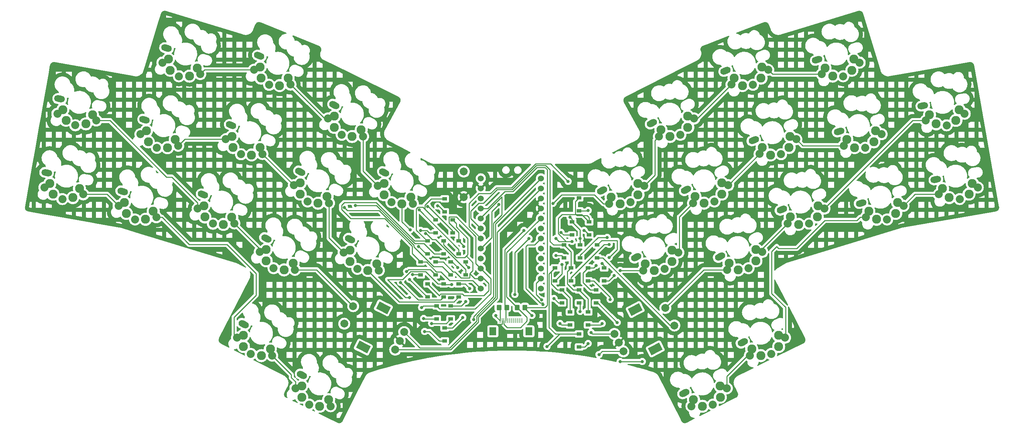
<source format=gbr>
%TF.GenerationSoftware,KiCad,Pcbnew,(6.0.4)*%
%TF.CreationDate,2022-08-21T14:37:17+02:00*%
%TF.ProjectId,Asfoora,4173666f-6f72-4612-9e6b-696361645f70,rev?*%
%TF.SameCoordinates,Original*%
%TF.FileFunction,Copper,L1,Top*%
%TF.FilePolarity,Positive*%
%FSLAX46Y46*%
G04 Gerber Fmt 4.6, Leading zero omitted, Abs format (unit mm)*
G04 Created by KiCad (PCBNEW (6.0.4)) date 2022-08-21 14:37:17*
%MOMM*%
%LPD*%
G01*
G04 APERTURE LIST*
G04 Aperture macros list*
%AMRoundRect*
0 Rectangle with rounded corners*
0 $1 Rounding radius*
0 $2 $3 $4 $5 $6 $7 $8 $9 X,Y pos of 4 corners*
0 Add a 4 corners polygon primitive as box body*
4,1,4,$2,$3,$4,$5,$6,$7,$8,$9,$2,$3,0*
0 Add four circle primitives for the rounded corners*
1,1,$1+$1,$2,$3*
1,1,$1+$1,$4,$5*
1,1,$1+$1,$6,$7*
1,1,$1+$1,$8,$9*
0 Add four rect primitives between the rounded corners*
20,1,$1+$1,$2,$3,$4,$5,0*
20,1,$1+$1,$4,$5,$6,$7,0*
20,1,$1+$1,$6,$7,$8,$9,0*
20,1,$1+$1,$8,$9,$2,$3,0*%
%AMHorizOval*
0 Thick line with rounded ends*
0 $1 width*
0 $2 $3 position (X,Y) of the first rounded end (center of the circle)*
0 $4 $5 position (X,Y) of the second rounded end (center of the circle)*
0 Add line between two ends*
20,1,$1,$2,$3,$4,$5,0*
0 Add two circle primitives to create the rounded ends*
1,1,$1,$2,$3*
1,1,$1,$4,$5*%
%AMRotRect*
0 Rectangle, with rotation*
0 The origin of the aperture is its center*
0 $1 length*
0 $2 width*
0 $3 Rotation angle, in degrees counterclockwise*
0 Add horizontal line*
21,1,$1,$2,0,0,$3*%
G04 Aperture macros list end*
%TA.AperFunction,WasherPad*%
%ADD10HorizOval,1.706624X0.490029X-0.086405X-0.490029X0.086405X0*%
%TD*%
%TA.AperFunction,ComponentPad*%
%ADD11C,2.032000*%
%TD*%
%TA.AperFunction,ComponentPad*%
%ADD12C,2.286000*%
%TD*%
%TA.AperFunction,WasherPad*%
%ADD13HorizOval,1.706624X0.443354X0.225900X-0.443354X-0.225900X0*%
%TD*%
%TA.AperFunction,SMDPad,CuDef*%
%ADD14R,1.200000X0.900000*%
%TD*%
%TA.AperFunction,SMDPad,CuDef*%
%ADD15RoundRect,0.250000X0.350000X0.450000X-0.350000X0.450000X-0.350000X-0.450000X0.350000X-0.450000X0*%
%TD*%
%TA.AperFunction,WasherPad*%
%ADD16HorizOval,1.706624X0.461356X-0.186400X-0.461356X0.186400X0*%
%TD*%
%TA.AperFunction,WasherPad*%
%ADD17HorizOval,1.706624X0.443354X-0.225900X-0.443354X0.225900X0*%
%TD*%
%TA.AperFunction,SMDPad,CuDef*%
%ADD18R,0.280000X1.250000*%
%TD*%
%TA.AperFunction,SMDPad,CuDef*%
%ADD19R,1.800000X2.000000*%
%TD*%
%TA.AperFunction,ComponentPad*%
%ADD20C,2.000000*%
%TD*%
%TA.AperFunction,ComponentPad*%
%ADD21RotRect,3.200000X2.000000X27.000000*%
%TD*%
%TA.AperFunction,WasherPad*%
%ADD22HorizOval,1.706624X0.475846X0.145481X-0.475846X-0.145481X0*%
%TD*%
%TA.AperFunction,WasherPad*%
%ADD23HorizOval,1.706624X0.461356X0.186400X-0.461356X-0.186400X0*%
%TD*%
%TA.AperFunction,SMDPad,CuDef*%
%ADD24RoundRect,0.250000X-0.350000X-0.450000X0.350000X-0.450000X0.350000X0.450000X-0.350000X0.450000X0*%
%TD*%
%TA.AperFunction,WasherPad*%
%ADD25HorizOval,1.706624X0.490029X0.086405X-0.490029X-0.086405X0*%
%TD*%
%TA.AperFunction,WasherPad*%
%ADD26HorizOval,1.706624X0.475846X-0.145481X-0.475846X0.145481X0*%
%TD*%
%TA.AperFunction,ComponentPad*%
%ADD27C,1.524000*%
%TD*%
%TA.AperFunction,ComponentPad*%
%ADD28RotRect,3.200000X2.000000X153.000000*%
%TD*%
%TA.AperFunction,ViaPad*%
%ADD29C,0.800000*%
%TD*%
%TA.AperFunction,Conductor*%
%ADD30C,0.250000*%
%TD*%
G04 APERTURE END LIST*
D10*
%TO.P,SW11,*%
%TO.N,*%
X35342582Y-74002051D03*
D11*
%TO.P,SW11,1,1*%
%TO.N,row_3*%
X34763766Y-77759275D03*
D12*
X43658719Y-78048257D03*
X36154484Y-76725058D03*
D11*
X44611843Y-79495756D03*
D12*
%TO.P,SW11,2,2*%
%TO.N,Net-(D4-Pad2)*%
X36964123Y-79447003D03*
D11*
X39323144Y-80695612D03*
D12*
X41966947Y-80329136D03*
%TD*%
D13*
%TO.P,SW24,*%
%TO.N,*%
X211628104Y-117057300D03*
D12*
%TO.P,SW24,1,1*%
%TO.N,row_3*%
X220704733Y-115283968D03*
X213915263Y-118743376D03*
D11*
X222337059Y-115866388D03*
X213426994Y-120406293D03*
D12*
%TO.P,SW24,2,2*%
%TO.N,Net-(D24-Pad2)*%
X220726291Y-118123693D03*
D11*
X218835406Y-120007454D03*
D12*
X216199977Y-120429965D03*
%TD*%
D14*
%TO.P,D27,1,K*%
%TO.N,col_6*%
X170180000Y-103760000D03*
%TO.P,D27,2,A*%
%TO.N,Net-(D27-Pad2)*%
X170180000Y-107060000D03*
%TD*%
D15*
%TO.P,R1,1*%
%TO.N,scl*%
X151892000Y-108204000D03*
%TO.P,R1,2*%
%TO.N,vcc*%
X149892000Y-108204000D03*
%TD*%
D14*
%TO.P,D16,1,K*%
%TO.N,col_3*%
X136144000Y-113412000D03*
%TO.P,D16,2,A*%
%TO.N,Net-(D16-Pad2)*%
X136144000Y-116712000D03*
%TD*%
D13*
%TO.P,SW20,*%
%TO.N,*%
X196855435Y-129915401D03*
D12*
%TO.P,SW20,1,1*%
%TO.N,row_3*%
X199142594Y-131601477D03*
D11*
X207564390Y-128724489D03*
X198654325Y-133264394D03*
D12*
X205932064Y-128142069D03*
%TO.P,SW20,2,2*%
%TO.N,Net-(D20-Pad2)*%
X205953622Y-130981794D03*
X201427308Y-133288066D03*
D11*
X204062737Y-132865555D03*
%TD*%
D14*
%TO.P,D7,1,K*%
%TO.N,col_1*%
X133858000Y-96648000D03*
%TO.P,D7,2,A*%
%TO.N,Net-(D7-Pad2)*%
X133858000Y-99948000D03*
%TD*%
%TO.P,D2,1,K*%
%TO.N,col_0*%
X133858000Y-85980000D03*
%TO.P,D2,2,A*%
%TO.N,Net-(D2-Pad2)*%
X133858000Y-89280000D03*
%TD*%
%TO.P,D29,1,K*%
%TO.N,col_7*%
X164084000Y-98172000D03*
%TO.P,D29,2,A*%
%TO.N,Net-(D29-Pad2)*%
X164084000Y-101472000D03*
%TD*%
D13*
%TO.P,SW22,*%
%TO.N,*%
X197246775Y-78369578D03*
D12*
%TO.P,SW22,1,1*%
%TO.N,row_1*%
X206323404Y-76596246D03*
D11*
X199045665Y-81718571D03*
X207955730Y-77178666D03*
D12*
X199533934Y-80055654D03*
D11*
%TO.P,SW22,2,2*%
%TO.N,Net-(D22-Pad2)*%
X204454077Y-81319732D03*
D12*
X206344962Y-79435971D03*
X201818648Y-81742243D03*
%TD*%
D14*
%TO.P,D21,1,K*%
%TO.N,col_5*%
X168402000Y-86488000D03*
%TO.P,D21,2,A*%
%TO.N,Net-(D21-Pad2)*%
X168402000Y-89788000D03*
%TD*%
%TO.P,D20,1,K*%
%TO.N,col_4*%
X176530000Y-98172000D03*
%TO.P,D20,2,A*%
%TO.N,Net-(D20-Pad2)*%
X176530000Y-101472000D03*
%TD*%
D16*
%TO.P,SW5,*%
%TO.N,*%
X89182200Y-44336530D03*
D11*
%TO.P,SW5,1,1*%
%TO.N,row_0*%
X97106700Y-51637372D03*
D12*
X96475355Y-50023339D03*
X89410214Y-47168836D03*
D11*
X87834861Y-47891306D03*
D12*
%TO.P,SW5,2,2*%
%TO.N,Net-(D5-Pad2)*%
X89636237Y-49999634D03*
X94346331Y-51902635D03*
D11*
X91684107Y-51711425D03*
%TD*%
D14*
%TO.P,D23,1,K*%
%TO.N,col_5*%
X172466000Y-98172000D03*
%TO.P,D23,2,A*%
%TO.N,Net-(D23-Pad2)*%
X172466000Y-101472000D03*
%TD*%
D17*
%TO.P,SW8,*%
%TO.N,*%
X108220172Y-56830101D03*
D11*
%TO.P,SW8,1,1*%
%TO.N,row_0*%
X115478207Y-64793827D03*
X106568141Y-60253922D03*
D12*
X108200467Y-59671502D03*
X114989937Y-63130910D03*
D11*
%TO.P,SW8,2,2*%
%TO.N,Net-(D9-Pad2)*%
X110069794Y-64394988D03*
D12*
X108178910Y-62511227D03*
X112705223Y-64817499D03*
%TD*%
D18*
%TO.P,J1,1,Pin_1*%
%TO.N,vcc*%
X150158000Y-111550000D03*
%TO.P,J1,2,Pin_2*%
%TO.N,gnd*%
X150658000Y-111550000D03*
%TO.P,J1,3,Pin_3*%
%TO.N,sda*%
X151158000Y-111550000D03*
%TO.P,J1,4,Pin_4*%
%TO.N,scl*%
X151658000Y-111550000D03*
%TO.P,J1,5,Pin_5*%
%TO.N,unconnected-(J1-Pad5)*%
X152158000Y-111550000D03*
%TO.P,J1,6,Pin_6*%
%TO.N,unconnected-(J1-Pad6)*%
X152658000Y-111550000D03*
%TO.P,J1,7,Pin_7*%
%TO.N,unconnected-(J1-Pad7)*%
X153158000Y-111550000D03*
%TO.P,J1,8,Pin_8*%
%TO.N,unconnected-(J1-Pad8)*%
X153658000Y-111550000D03*
%TO.P,J1,9,Pin_9*%
%TO.N,unconnected-(J1-Pad9)*%
X154158000Y-111550000D03*
%TO.P,J1,10,Pin_10*%
%TO.N,unconnected-(J1-Pad10)*%
X154658000Y-111550000D03*
%TO.P,J1,11,Pin_11*%
%TO.N,unconnected-(J1-Pad11)*%
X155158000Y-111550000D03*
%TO.P,J1,12,Pin_12*%
%TO.N,unconnected-(J1-Pad12)*%
X155658000Y-111550000D03*
D19*
%TO.P,J1,13*%
%TO.N,N/C*%
X157458000Y-114274000D03*
%TO.P,J1,14*%
X148358000Y-114274000D03*
%TD*%
D20*
%TO.P,SW33,1,1*%
%TO.N,reset*%
X140970000Y-73712000D03*
%TO.P,SW33,2,2*%
%TO.N,gnd*%
X140970000Y-80212000D03*
%TD*%
D14*
%TO.P,D13,1,K*%
%TO.N,col_3*%
X141478000Y-96648000D03*
%TO.P,D13,2,A*%
%TO.N,Net-(D13-Pad2)*%
X141478000Y-99948000D03*
%TD*%
D20*
%TO.P,SW16,A,A*%
%TO.N,EncL2*%
X179119418Y-114910907D03*
%TO.P,SW16,B,B*%
%TO.N,EncR2*%
X181389370Y-119365940D03*
%TO.P,SW16,C,C*%
%TO.N,gnd*%
X180254394Y-117138424D03*
D21*
%TO.P,SW16,MP*%
%TO.N,N/C*%
X189479290Y-118723132D03*
X184394596Y-108743858D03*
D20*
%TO.P,SW16,S1,S1*%
%TO.N,SW32B*%
X194308965Y-112783078D03*
%TO.P,SW16,S2,S2*%
%TO.N,row_2*%
X192039012Y-108328045D03*
%TD*%
D22*
%TO.P,SW30,*%
%TO.N,*%
X236040696Y-63540573D03*
D12*
%TO.P,SW30,1,1*%
%TO.N,row_1*%
X238000324Y-65598195D03*
D11*
X237230710Y-67151061D03*
X246793758Y-64227344D03*
D12*
X245287367Y-63370322D03*
%TO.P,SW30,2,2*%
%TO.N,Net-(D30-Pad2)*%
X244815484Y-66170648D03*
D11*
X242626214Y-67697442D03*
D12*
X239957456Y-67655897D03*
%TD*%
D17*
%TO.P,SW19,*%
%TO.N,*%
X99985692Y-125305048D03*
D12*
%TO.P,SW19,1,1*%
%TO.N,row_3*%
X99965987Y-128146449D03*
D11*
X98333661Y-128728869D03*
X107243727Y-133268774D03*
D12*
X106755457Y-131605857D03*
D11*
%TO.P,SW19,2,2*%
%TO.N,Net-(D16-Pad2)*%
X101835314Y-132869935D03*
D12*
X104470743Y-133292446D03*
X99944430Y-130986174D03*
%TD*%
D14*
%TO.P,D3,1,K*%
%TO.N,col_0*%
X131826000Y-91314000D03*
%TO.P,D3,2,A*%
%TO.N,Net-(D3-Pad2)*%
X131826000Y-94614000D03*
%TD*%
D23*
%TO.P,SW25,*%
%TO.N,*%
X207291539Y-48140726D03*
D12*
%TO.P,SW25,1,1*%
%TO.N,row_0*%
X209423044Y-50019724D03*
X216488185Y-47165222D03*
D11*
X208791700Y-51633758D03*
X218063538Y-47887692D03*
D12*
%TO.P,SW25,2,2*%
%TO.N,Net-(D25-Pad2)*%
X216262163Y-49996020D03*
X211552069Y-51899021D03*
D11*
X214214293Y-51707811D03*
%TD*%
D16*
%TO.P,SW6,*%
%TO.N,*%
X82064675Y-61953023D03*
D11*
%TO.P,SW6,1,1*%
%TO.N,row_1*%
X89989175Y-69253865D03*
D12*
X82292689Y-64785329D03*
X89357830Y-67639832D03*
D11*
X80717336Y-65507799D03*
%TO.P,SW6,2,2*%
%TO.N,Net-(D6-Pad2)*%
X84566582Y-69327918D03*
D12*
X87228806Y-69519128D03*
X82518712Y-67616127D03*
%TD*%
D17*
%TO.P,SW10,*%
%TO.N,*%
X90968533Y-90688349D03*
D12*
%TO.P,SW10,1,1*%
%TO.N,row_2*%
X97738298Y-96989158D03*
X90948828Y-93529750D03*
D11*
X89316502Y-94112170D03*
X98226568Y-98652075D03*
%TO.P,SW10,2,2*%
%TO.N,Net-(D11-Pad2)*%
X92818155Y-98253236D03*
D12*
X90927271Y-96369475D03*
X95453584Y-98675747D03*
%TD*%
D14*
%TO.P,D24,1,K*%
%TO.N,col_5*%
X174498000Y-103760000D03*
%TO.P,D24,2,A*%
%TO.N,Net-(D24-Pad2)*%
X174498000Y-107060000D03*
%TD*%
D24*
%TO.P,R2,1*%
%TO.N,sda*%
X154464000Y-108204000D03*
%TO.P,R2,2*%
%TO.N,vcc*%
X156464000Y-108204000D03*
%TD*%
D14*
%TO.P,D9,1,K*%
%TO.N,col_2*%
X139700000Y-91314000D03*
%TO.P,D9,2,A*%
%TO.N,Net-(D9-Pad2)*%
X139700000Y-94614000D03*
%TD*%
%TO.P,D18,1,K*%
%TO.N,col_4*%
X172720000Y-86488000D03*
%TO.P,D18,2,A*%
%TO.N,Net-(D18-Pad2)*%
X172720000Y-89788000D03*
%TD*%
D25*
%TO.P,SW32,*%
%TO.N,*%
X260545652Y-75765859D03*
D11*
%TO.P,SW32,1,1*%
%TO.N,row_3*%
X261286788Y-79494461D03*
D12*
X262239913Y-78046962D03*
X269744148Y-76723763D03*
D11*
X271134866Y-77757979D03*
%TO.P,SW32,2,2*%
%TO.N,Net-(D32-Pad2)*%
X266575488Y-80694316D03*
D12*
X268934508Y-79445707D03*
X263931685Y-80327840D03*
%TD*%
D23*
%TO.P,SW27,*%
%TO.N,*%
X221526589Y-83373712D03*
D12*
%TO.P,SW27,1,1*%
%TO.N,row_2*%
X230723235Y-82398208D03*
X223658094Y-85252710D03*
D11*
X232298588Y-83120678D03*
X223026750Y-86866744D03*
D12*
%TO.P,SW27,2,2*%
%TO.N,Net-(D27-Pad2)*%
X225787119Y-87132007D03*
D11*
X228449343Y-86940797D03*
D12*
X230497213Y-85229006D03*
%TD*%
D14*
%TO.P,D5,1,K*%
%TO.N,col_1*%
X138176000Y-85980000D03*
%TO.P,D5,2,A*%
%TO.N,Net-(D5-Pad2)*%
X138176000Y-89280000D03*
%TD*%
%TO.P,D6,1,K*%
%TO.N,col_1*%
X135890000Y-91314000D03*
%TO.P,D6,2,A*%
%TO.N,Net-(D6-Pad2)*%
X135890000Y-94614000D03*
%TD*%
D26*
%TO.P,SW14,*%
%TO.N,*%
X54582253Y-78741277D03*
D12*
%TO.P,SW14,1,1*%
%TO.N,row_3*%
X62343294Y-83770805D03*
D11*
X63112908Y-85323671D03*
D12*
X55056252Y-81542933D03*
D11*
X53549861Y-82399954D03*
%TO.P,SW14,2,2*%
%TO.N,Net-(D8-Pad2)*%
X57717404Y-85870053D03*
D12*
X60386163Y-85828507D03*
X55528134Y-84343259D03*
%TD*%
D26*
%TO.P,SW2,*%
%TO.N,*%
X65692377Y-42401696D03*
D12*
%TO.P,SW2,1,1*%
%TO.N,row_0*%
X73453418Y-47431224D03*
D11*
X64659985Y-46060373D03*
X74223032Y-48984090D03*
D12*
X66166376Y-45203352D03*
%TO.P,SW2,2,2*%
%TO.N,Net-(D1-Pad2)*%
X66638258Y-48003678D03*
X71496287Y-49488926D03*
D11*
X68827528Y-49530472D03*
%TD*%
D17*
%TO.P,SW15,*%
%TO.N,*%
X85213023Y-112446947D03*
D12*
%TO.P,SW15,1,1*%
%TO.N,row_3*%
X85193318Y-115288348D03*
D11*
X83560992Y-115870768D03*
X92471058Y-120410673D03*
D12*
X91982788Y-118747756D03*
%TO.P,SW15,2,2*%
%TO.N,Net-(D12-Pad2)*%
X85171761Y-118128073D03*
X89698074Y-120434345D03*
D11*
X87062645Y-120011834D03*
%TD*%
D14*
%TO.P,D12,1,K*%
%TO.N,col_2*%
X134112000Y-107824000D03*
%TO.P,D12,2,A*%
%TO.N,Net-(D12-Pad2)*%
X134112000Y-111124000D03*
%TD*%
D27*
%TO.P,U1,1,D3/TX0*%
%TO.N,EncR1*%
X160519400Y-75438000D03*
%TO.P,U1,2,D2/RX1*%
%TO.N,EncL1*%
X160519400Y-77978000D03*
%TO.P,U1,3,GND*%
%TO.N,gnd*%
X160519400Y-80518000D03*
%TO.P,U1,4,GND*%
X160519400Y-83058000D03*
%TO.P,U1,5,SDA/D1/2*%
%TO.N,sda*%
X160519400Y-85598000D03*
%TO.P,U1,6,SCL/D0/3*%
%TO.N,scl*%
X160519400Y-88138000D03*
%TO.P,U1,7,D4/4*%
%TO.N,EncL2*%
X160519400Y-90678000D03*
%TO.P,U1,8,C6/5*%
%TO.N,EncR2*%
X160519400Y-93218000D03*
%TO.P,U1,9,D7/6*%
%TO.N,row_0*%
X160519400Y-95758000D03*
%TO.P,U1,10,E6/7*%
%TO.N,row_1*%
X160519400Y-98298000D03*
%TO.P,U1,11,B4/8*%
%TO.N,row_2*%
X160519400Y-100838000D03*
%TO.P,U1,12,B5/9*%
%TO.N,row_3*%
X160519400Y-103378000D03*
%TO.P,U1,13,10/B6*%
%TO.N,col_0*%
X145299400Y-103378000D03*
%TO.P,U1,14,16/B2*%
%TO.N,col_1*%
X145299400Y-100838000D03*
%TO.P,U1,15,14/B3*%
%TO.N,col_2*%
X145299400Y-98298000D03*
%TO.P,U1,16,15/B1*%
%TO.N,col_3*%
X145299400Y-95758000D03*
%TO.P,U1,17,A0/F7*%
%TO.N,col_4*%
X145299400Y-93218000D03*
%TO.P,U1,18,A1/F6*%
%TO.N,col_5*%
X145299400Y-90678000D03*
%TO.P,U1,19,A2/F5*%
%TO.N,col_6*%
X145299400Y-88138000D03*
%TO.P,U1,20,A3/F4*%
%TO.N,col_7*%
X145299400Y-85598000D03*
%TO.P,U1,21,VCC*%
%TO.N,vcc*%
X145299400Y-83058000D03*
%TO.P,U1,22,RST*%
%TO.N,reset*%
X145299400Y-80518000D03*
%TO.P,U1,23,GND*%
%TO.N,gnd*%
X145299400Y-77978000D03*
%TO.P,U1,24,RAW*%
%TO.N,raw*%
X145299400Y-75438000D03*
%TD*%
D14*
%TO.P,D30,1,K*%
%TO.N,col_7*%
X165862000Y-103760000D03*
%TO.P,D30,2,A*%
%TO.N,Net-(D30-Pad2)*%
X165862000Y-107060000D03*
%TD*%
%TO.P,D4,1,K*%
%TO.N,col_0*%
X130048000Y-96648000D03*
%TO.P,D4,2,A*%
%TO.N,Net-(D4-Pad2)*%
X130048000Y-99948000D03*
%TD*%
D20*
%TO.P,SW1,A,A*%
%TO.N,EncL1*%
X123622812Y-118916489D03*
%TO.P,SW1,B,B*%
%TO.N,EncR1*%
X125892764Y-114461456D03*
%TO.P,SW1,C,C*%
%TO.N,gnd*%
X124757788Y-116688973D03*
D28*
%TO.P,SW1,MP*%
%TO.N,N/C*%
X115532892Y-118273681D03*
X120617586Y-108294407D03*
D20*
%TO.P,SW1,S1,S1*%
%TO.N,row_2*%
X112973170Y-107878594D03*
%TO.P,SW1,S2,S2*%
%TO.N,SW31B*%
X110703217Y-112333627D03*
%TD*%
D14*
%TO.P,D8,1,K*%
%TO.N,col_1*%
X131826000Y-102236000D03*
%TO.P,D8,2,A*%
%TO.N,Net-(D8-Pad2)*%
X131826000Y-105536000D03*
%TD*%
%TO.P,D1,1,K*%
%TO.N,col_0*%
X136144000Y-80646000D03*
%TO.P,D1,2,A*%
%TO.N,Net-(D1-Pad2)*%
X136144000Y-83946000D03*
%TD*%
D13*
%TO.P,SW18,*%
%TO.N,*%
X184630561Y-95459959D03*
D11*
%TO.P,SW18,1,1*%
%TO.N,row_1*%
X195339516Y-94269047D03*
D12*
X186917720Y-97146035D03*
X193707190Y-93686627D03*
D11*
X186429451Y-98808952D03*
%TO.P,SW18,2,2*%
%TO.N,Net-(D18-Pad2)*%
X191837863Y-98410113D03*
D12*
X193728748Y-96526352D03*
X189202434Y-98832624D03*
%TD*%
D14*
%TO.P,D14,1,K*%
%TO.N,col_3*%
X139700000Y-102236000D03*
%TO.P,D14,2,A*%
%TO.N,Net-(D14-Pad2)*%
X139700000Y-105536000D03*
%TD*%
D10*
%TO.P,SW4,*%
%TO.N,*%
X38632860Y-55273628D03*
D11*
%TO.P,SW4,1,1*%
%TO.N,row_2*%
X47902121Y-60767333D03*
D12*
X46948997Y-59319834D03*
X39444762Y-57996635D03*
D11*
X38054044Y-59030852D03*
D12*
%TO.P,SW4,2,2*%
%TO.N,Net-(D3-Pad2)*%
X45257225Y-61600713D03*
X40254401Y-60718580D03*
D11*
X42613422Y-61967189D03*
%TD*%
D16*
%TO.P,SW7,*%
%TO.N,*%
X74947150Y-79569516D03*
D11*
%TO.P,SW7,1,1*%
%TO.N,row_2*%
X73599811Y-83124292D03*
D12*
X82240305Y-85256325D03*
X75175164Y-82401822D03*
D11*
X82871650Y-86870358D03*
D12*
%TO.P,SW7,2,2*%
%TO.N,Net-(D7-Pad2)*%
X80111281Y-87135621D03*
D11*
X77449057Y-86944411D03*
D12*
X75401187Y-85232620D03*
%TD*%
D14*
%TO.P,D19,1,K*%
%TO.N,col_4*%
X174752000Y-92330000D03*
%TO.P,D19,2,A*%
%TO.N,SW32B*%
X174752000Y-95630000D03*
%TD*%
D22*
%TO.P,SW29,*%
%TO.N,*%
X230485634Y-45370782D03*
D11*
%TO.P,SW29,1,1*%
%TO.N,row_0*%
X241238696Y-46057553D03*
D12*
X232445262Y-47428404D03*
D11*
X231675648Y-48981270D03*
D12*
X239732305Y-45200531D03*
D11*
%TO.P,SW29,2,2*%
%TO.N,Net-(D29-Pad2)*%
X237071152Y-49527651D03*
D12*
X239260422Y-48000857D03*
X234402394Y-49486106D03*
%TD*%
D14*
%TO.P,D15,1,K*%
%TO.N,col_3*%
X137668000Y-107824000D03*
%TO.P,D15,2,A*%
%TO.N,SW31B*%
X137668000Y-111124000D03*
%TD*%
D17*
%TO.P,SW9,*%
%TO.N,*%
X99594352Y-73759225D03*
D12*
%TO.P,SW9,1,1*%
%TO.N,row_1*%
X106364117Y-80060034D03*
D11*
X97942321Y-77183046D03*
D12*
X99574647Y-76600626D03*
D11*
X106852387Y-81722951D03*
%TO.P,SW9,2,2*%
%TO.N,Net-(D10-Pad2)*%
X101443974Y-81324112D03*
D12*
X99553090Y-79440351D03*
X104079403Y-81746623D03*
%TD*%
D17*
%TO.P,SW12,*%
%TO.N,*%
X120836386Y-73920482D03*
D12*
%TO.P,SW12,1,1*%
%TO.N,row_0*%
X120816681Y-76761883D03*
D11*
X119184355Y-77344303D03*
D12*
X127606151Y-80221291D03*
D11*
X128094421Y-81884208D03*
D12*
%TO.P,SW12,2,2*%
%TO.N,Net-(D13-Pad2)*%
X125321437Y-81907880D03*
D11*
X122686008Y-81485369D03*
D12*
X120795124Y-79601608D03*
%TD*%
D14*
%TO.P,D17,1,K*%
%TO.N,col_4*%
X170180000Y-80392000D03*
%TO.P,D17,2,A*%
%TO.N,Net-(D17-Pad2)*%
X170180000Y-83692000D03*
%TD*%
%TO.P,D10,1,K*%
%TO.N,col_2*%
X137668000Y-96648000D03*
%TO.P,D10,2,A*%
%TO.N,Net-(D10-Pad2)*%
X137668000Y-99948000D03*
%TD*%
%TO.P,D31,1,K*%
%TO.N,col_7*%
X167894000Y-109348000D03*
%TO.P,D31,2,A*%
%TO.N,Net-(D31-Pad2)*%
X167894000Y-112648000D03*
%TD*%
%TO.P,D11,1,K*%
%TO.N,col_2*%
X135890000Y-102236000D03*
%TO.P,D11,2,A*%
%TO.N,Net-(D11-Pad2)*%
X135890000Y-105536000D03*
%TD*%
%TO.P,D32,1,K*%
%TO.N,col_7*%
X170180000Y-114936000D03*
%TO.P,D32,2,A*%
%TO.N,Net-(D32-Pad2)*%
X170180000Y-118236000D03*
%TD*%
%TO.P,D22,1,K*%
%TO.N,col_5*%
X170434000Y-92330000D03*
%TO.P,D22,2,A*%
%TO.N,Net-(D22-Pad2)*%
X170434000Y-95630000D03*
%TD*%
%TO.P,D26,1,K*%
%TO.N,col_6*%
X168148000Y-98172000D03*
%TO.P,D26,2,A*%
%TO.N,Net-(D26-Pad2)*%
X168148000Y-101472000D03*
%TD*%
D13*
%TO.P,SW17,*%
%TO.N,*%
X176004741Y-78530835D03*
D12*
%TO.P,SW17,1,1*%
%TO.N,row_0*%
X178291900Y-80216911D03*
D11*
X186713696Y-77339923D03*
X177803631Y-81879828D03*
D12*
X185081370Y-76757503D03*
%TO.P,SW17,2,2*%
%TO.N,Net-(D17-Pad2)*%
X185102928Y-79597228D03*
X180576614Y-81903500D03*
D11*
X183212043Y-81480989D03*
%TD*%
D13*
%TO.P,SW21,*%
%TO.N,*%
X188620955Y-61440454D03*
D12*
%TO.P,SW21,1,1*%
%TO.N,row_0*%
X197697584Y-59667122D03*
D11*
X199329910Y-60249542D03*
X190419845Y-64789447D03*
D12*
X190908114Y-63126530D03*
%TO.P,SW21,2,2*%
%TO.N,Net-(D21-Pad2)*%
X193192828Y-64813119D03*
X197719142Y-62506847D03*
D11*
X195828257Y-64390608D03*
%TD*%
D14*
%TO.P,D25,1,K*%
%TO.N,col_6*%
X166370000Y-92330000D03*
%TO.P,D25,2,A*%
%TO.N,Net-(D25-Pad2)*%
X166370000Y-95630000D03*
%TD*%
D25*
%TO.P,SW31,*%
%TO.N,*%
X257240386Y-57050693D03*
D12*
%TO.P,SW31,1,1*%
%TO.N,row_2*%
X258934647Y-59331796D03*
D11*
X267829600Y-59042813D03*
D12*
X266438882Y-58008597D03*
D11*
X257981522Y-60779295D03*
%TO.P,SW31,2,2*%
%TO.N,Net-(D31-Pad2)*%
X263270222Y-61979150D03*
D12*
X260626419Y-61612674D03*
X265629242Y-60730541D03*
%TD*%
D23*
%TO.P,SW26,*%
%TO.N,*%
X214409064Y-65757219D03*
D11*
%TO.P,SW26,1,1*%
%TO.N,row_1*%
X225181063Y-65504185D03*
X215909225Y-69250251D03*
D12*
X223605710Y-64781715D03*
X216540569Y-67636217D03*
D11*
%TO.P,SW26,2,2*%
%TO.N,Net-(D26-Pad2)*%
X221331818Y-69324304D03*
D12*
X218669594Y-69515514D03*
X223379688Y-67612513D03*
%TD*%
D22*
%TO.P,SW28,*%
%TO.N,*%
X241595758Y-81710363D03*
D12*
%TO.P,SW28,1,1*%
%TO.N,row_3*%
X243555386Y-83767985D03*
X250842429Y-81540112D03*
D11*
X242785772Y-85320851D03*
X252348820Y-82397134D03*
%TO.P,SW28,2,2*%
%TO.N,Net-(D28-Pad2)*%
X248181276Y-85867232D03*
D12*
X250370546Y-84340438D03*
X245512518Y-85825687D03*
%TD*%
D26*
%TO.P,SW3,*%
%TO.N,*%
X60137639Y-60571867D03*
D11*
%TO.P,SW3,1,1*%
%TO.N,row_1*%
X59105247Y-64230544D03*
D12*
X67898680Y-65601395D03*
X60611638Y-63373523D03*
D11*
X68668294Y-67154261D03*
%TO.P,SW3,2,2*%
%TO.N,Net-(D2-Pad2)*%
X63272790Y-67700643D03*
D12*
X65941549Y-67659097D03*
X61083520Y-66173849D03*
%TD*%
D13*
%TO.P,SW23,*%
%TO.N,*%
X205872594Y-95298702D03*
D11*
%TO.P,SW23,1,1*%
%TO.N,row_2*%
X207671484Y-98647695D03*
X216581549Y-94107790D03*
D12*
X214949223Y-93525370D03*
X208159753Y-96984778D03*
D11*
%TO.P,SW23,2,2*%
%TO.N,Net-(D23-Pad2)*%
X213079896Y-98248856D03*
D12*
X214970781Y-96365095D03*
X210444467Y-98671367D03*
%TD*%
D17*
%TO.P,SW13,*%
%TO.N,*%
X112210566Y-90849606D03*
D11*
%TO.P,SW13,1,1*%
%TO.N,row_1*%
X110558535Y-94273427D03*
D12*
X118980331Y-97150415D03*
X112190861Y-93691007D03*
D11*
X119468601Y-98813332D03*
D12*
%TO.P,SW13,2,2*%
%TO.N,Net-(D14-Pad2)*%
X112169304Y-96530732D03*
D11*
X114060188Y-98414493D03*
D12*
X116695617Y-98837004D03*
%TD*%
D14*
%TO.P,D28,1,K*%
%TO.N,col_6*%
X172466000Y-109348000D03*
%TO.P,D28,2,A*%
%TO.N,Net-(D28-Pad2)*%
X172466000Y-112648000D03*
%TD*%
D29*
%TO.N,vcc*%
X149098000Y-110236000D03*
X158242000Y-110236000D03*
%TO.N,scl*%
X156210000Y-88646000D03*
%TO.N,Net-(D3-Pad2)*%
X129540000Y-92710000D03*
%TO.N,Net-(D4-Pad2)*%
X128016000Y-99822000D03*
%TO.N,Net-(D5-Pad2)*%
X131826000Y-82550000D03*
%TO.N,Net-(D6-Pad2)*%
X113538000Y-82296000D03*
%TO.N,Net-(D7-Pad2)*%
X126492000Y-99060000D03*
%TO.N,col_2*%
X139446000Y-98044000D03*
X140970000Y-92710000D03*
X137922000Y-102362000D03*
X127254000Y-105664000D03*
X130302000Y-108204000D03*
%TO.N,Net-(D9-Pad2)*%
X129667000Y-83439000D03*
%TO.N,Net-(D10-Pad2)*%
X110744000Y-82804000D03*
%TO.N,Net-(D11-Pad2)*%
X124968000Y-101854000D03*
%TO.N,SW31B*%
X132842000Y-112268000D03*
%TO.N,col_3*%
X141478000Y-106680000D03*
X142240000Y-98044000D03*
X140716000Y-110744000D03*
X142494000Y-103378000D03*
%TO.N,Net-(D13-Pad2)*%
X131318000Y-89408000D03*
X127381000Y-88519000D03*
%TO.N,Net-(D16-Pad2)*%
X131064000Y-114300000D03*
%TO.N,col_4*%
X149860000Y-82042000D03*
X168402000Y-91440000D03*
X177800000Y-95504000D03*
X164338000Y-90678000D03*
X176022000Y-97028000D03*
%TO.N,Net-(D17-Pad2)*%
X172466000Y-83566000D03*
%TO.N,Net-(D1-Pad2)*%
X134366000Y-82443311D03*
%TO.N,Net-(D20-Pad2)*%
X179070000Y-100076000D03*
%TO.N,col_5*%
X170434000Y-90678000D03*
X167386000Y-76200000D03*
X167894000Y-85306500D03*
X174498000Y-97536000D03*
%TO.N,Net-(D21-Pad2)*%
X165608000Y-89154000D03*
%TO.N,Net-(D22-Pad2)*%
X177292000Y-90424000D03*
%TO.N,Net-(D23-Pad2)*%
X178054000Y-106172000D03*
%TO.N,Net-(D24-Pad2)*%
X179832000Y-112014000D03*
%TO.N,Net-(D25-Pad2)*%
X164338000Y-94996000D03*
%TO.N,Net-(D26-Pad2)*%
X177800000Y-92202000D03*
%TO.N,Net-(D27-Pad2)*%
X170434000Y-109220000D03*
%TO.N,Net-(D28-Pad2)*%
X176022000Y-112268000D03*
%TO.N,col_7*%
X162052000Y-118110000D03*
X143510000Y-111252000D03*
%TO.N,Net-(D29-Pad2)*%
X165862000Y-97282000D03*
%TO.N,Net-(D30-Pad2)*%
X163830000Y-105918000D03*
%TO.N,Net-(D31-Pad2)*%
X165354000Y-112268000D03*
%TO.N,Net-(D32-Pad2)*%
X172466000Y-117348000D03*
%TO.N,Net-(D2-Pad2)*%
X130048000Y-88646000D03*
%TO.N,Net-(D18-Pad2)*%
X171450000Y-88646000D03*
%TO.N,gnd*%
X148336000Y-111506000D03*
%TO.N,EncL2*%
X161036000Y-107442000D03*
X173228000Y-114554000D03*
%TO.N,EncR2*%
X175238813Y-120163187D03*
X157480000Y-90678000D03*
X153924000Y-104902000D03*
%TO.N,row_1*%
X180596952Y-98808952D03*
%TO.N,row_0*%
X163576000Y-81788000D03*
%TO.N,Net-(D8-Pad2)*%
X127249701Y-101087701D03*
%TO.N,Net-(D12-Pad2)*%
X130810000Y-111009116D03*
%TO.N,row_3*%
X186182000Y-121920000D03*
X180594000Y-121920000D03*
%TO.N,row_2*%
X160659299Y-106303299D03*
%TD*%
D30*
%TO.N,sda*%
X154464000Y-108204000D02*
X151833520Y-105573520D01*
X151977978Y-113284000D02*
X151158000Y-112464022D01*
X151833520Y-94292480D02*
X160528000Y-85598000D01*
X156972000Y-111650022D02*
X155338022Y-113284000D01*
X151158000Y-112464022D02*
X151158000Y-111550000D01*
X151833520Y-105573520D02*
X151833520Y-94292480D01*
X155338022Y-113284000D02*
X151977978Y-113284000D01*
X156972000Y-110712000D02*
X156972000Y-111650022D01*
X154464000Y-108204000D02*
X156972000Y-110712000D01*
%TO.N,vcc*%
X156464000Y-108458000D02*
X156464000Y-108204000D01*
X161544000Y-72644000D02*
X159512000Y-72644000D01*
X150158000Y-108470000D02*
X149892000Y-108204000D01*
X147066000Y-83058000D02*
X145288000Y-83058000D01*
X150158000Y-111550000D02*
X149098000Y-110490000D01*
X151384000Y-78740000D02*
X147066000Y-83058000D01*
X159512000Y-72644000D02*
X153416000Y-78740000D01*
X150158000Y-111550000D02*
X150158000Y-108470000D01*
X153416000Y-78740000D02*
X151384000Y-78740000D01*
X162110480Y-73210480D02*
X161544000Y-72644000D01*
X158242000Y-110236000D02*
X156464000Y-108458000D01*
X161544000Y-108204000D02*
X162110480Y-107637520D01*
X149098000Y-110490000D02*
X149098000Y-110236000D01*
X162110480Y-107637520D02*
X162110480Y-73210480D01*
X156464000Y-108204000D02*
X161544000Y-108204000D01*
%TO.N,scl*%
X151384000Y-107696000D02*
X151384000Y-93472000D01*
X151892000Y-108204000D02*
X151384000Y-107696000D01*
X151384000Y-93472000D02*
X156210000Y-88646000D01*
X151658000Y-108438000D02*
X151892000Y-108204000D01*
X151658000Y-111550000D02*
X151658000Y-108438000D01*
%TO.N,col_0*%
X112307348Y-85637348D02*
X120941912Y-85637348D01*
X128942489Y-88565103D02*
X131691386Y-91314000D01*
X128525718Y-91314000D02*
X118783207Y-81571489D01*
X134048749Y-99173489D02*
X135194467Y-99173489D01*
X137366978Y-101346000D02*
X143256000Y-101346000D01*
X131691386Y-91314000D02*
X131826000Y-91314000D01*
X110019489Y-82258511D02*
X110019489Y-83349489D01*
X136144000Y-80646000D02*
X132705386Y-80646000D01*
X120941912Y-85637348D02*
X127925772Y-92621207D01*
X131523260Y-96648000D02*
X134048749Y-99173489D01*
X131101489Y-83223489D02*
X133858000Y-85980000D01*
X130048000Y-96648000D02*
X131523260Y-96648000D01*
X143256000Y-101346000D02*
X145288000Y-103378000D01*
X118783207Y-81571489D02*
X110706511Y-81571489D01*
X110019489Y-83349489D02*
X112307348Y-85637348D01*
X133858000Y-85980000D02*
X130592489Y-82714489D01*
X110706511Y-81571489D02*
X110019489Y-82258511D01*
X128942489Y-83138897D02*
X128942489Y-88565103D01*
X132705386Y-80646000D02*
X131101489Y-82249897D01*
X135194467Y-99173489D02*
X137366978Y-101346000D01*
X127925772Y-92621207D02*
X127925772Y-94525772D01*
X129366897Y-82714489D02*
X128942489Y-83138897D01*
X131101489Y-82249897D02*
X131101489Y-83223489D01*
X127925772Y-94525772D02*
X130048000Y-96648000D01*
X131826000Y-91314000D02*
X128525718Y-91314000D01*
X130592489Y-82714489D02*
X129366897Y-82714489D01*
%TO.N,Net-(D3-Pad2)*%
X131444000Y-94614000D02*
X131826000Y-94614000D01*
X129540000Y-92710000D02*
X131444000Y-94614000D01*
%TO.N,Net-(D4-Pad2)*%
X129922000Y-99822000D02*
X130048000Y-99948000D01*
X128016000Y-99822000D02*
X129922000Y-99822000D01*
%TO.N,col_1*%
X138289489Y-99173489D02*
X138739009Y-99173489D01*
X146050000Y-100838000D02*
X145288000Y-100838000D01*
X140288031Y-100722511D02*
X142402511Y-100722511D01*
X135764000Y-96648000D02*
X138289489Y-99173489D01*
X140624511Y-104761489D02*
X141019022Y-105156000D01*
X142494000Y-99568000D02*
X143256000Y-98806000D01*
X139100511Y-87792511D02*
X141986000Y-90678000D01*
X139065718Y-95504000D02*
X135890000Y-92328282D01*
X145288000Y-100838000D02*
X143764000Y-100838000D01*
X147320000Y-102108000D02*
X146050000Y-100838000D01*
X133858000Y-96648000D02*
X135764000Y-96648000D01*
X141986000Y-90678000D02*
X141986000Y-94742000D01*
X139100511Y-86904511D02*
X139100511Y-87792511D01*
X143764000Y-100838000D02*
X142494000Y-99568000D01*
X141019022Y-105156000D02*
X146050000Y-105156000D01*
X142494000Y-100631022D02*
X142494000Y-99568000D01*
X141224000Y-95504000D02*
X139065718Y-95504000D01*
X146050000Y-105156000D02*
X147320000Y-103886000D01*
X142402511Y-100722511D02*
X142494000Y-100631022D01*
X143256000Y-98806000D02*
X143256000Y-96774000D01*
X143256000Y-96774000D02*
X141605000Y-95123000D01*
X134746000Y-105156000D02*
X135140511Y-104761489D01*
X141605000Y-95123000D02*
X141224000Y-95504000D01*
X135140511Y-104761489D02*
X140624511Y-104761489D01*
X135890000Y-92328282D02*
X135890000Y-91314000D01*
X138739009Y-99173489D02*
X140288031Y-100722511D01*
X147320000Y-103886000D02*
X147320000Y-102108000D01*
X138176000Y-85980000D02*
X139100511Y-86904511D01*
X131826000Y-102236000D02*
X134746000Y-105156000D01*
X141986000Y-94742000D02*
X141605000Y-95123000D01*
%TO.N,Net-(D5-Pad2)*%
X131988511Y-82550000D02*
X138176000Y-88737489D01*
X138176000Y-88737489D02*
X138176000Y-89280000D01*
X131826000Y-82550000D02*
X131988511Y-82550000D01*
%TO.N,Net-(D6-Pad2)*%
X118872000Y-82296000D02*
X128561489Y-91985489D01*
X130896511Y-91985489D02*
X133525022Y-94614000D01*
X113538000Y-82296000D02*
X118872000Y-82296000D01*
X128561489Y-91985489D02*
X130896511Y-91985489D01*
X133525022Y-94614000D02*
X135890000Y-94614000D01*
%TO.N,Net-(D7-Pad2)*%
X132462000Y-98552000D02*
X133858000Y-99948000D01*
X127000000Y-98552000D02*
X132462000Y-98552000D01*
X126492000Y-99060000D02*
X127000000Y-98552000D01*
%TO.N,SW32B*%
X176148000Y-95630000D02*
X193301078Y-112783078D01*
X174752000Y-95630000D02*
X176148000Y-95630000D01*
X193301078Y-112783078D02*
X194308965Y-112783078D01*
%TO.N,col_2*%
X138050000Y-96648000D02*
X139446000Y-98044000D01*
X143877489Y-108598511D02*
X147828000Y-104648000D01*
X134446978Y-102236000D02*
X131308467Y-99097489D01*
X144018000Y-97028000D02*
X145288000Y-98298000D01*
X137251489Y-86754511D02*
X137251489Y-85205489D01*
X137668000Y-96648000D02*
X138050000Y-96648000D01*
X137251489Y-85205489D02*
X139053489Y-85205489D01*
X130682000Y-107824000D02*
X134112000Y-107824000D01*
X126238000Y-105664000D02*
X127254000Y-105664000D01*
X144018000Y-90170000D02*
X144018000Y-97028000D01*
X147828000Y-100838000D02*
X145288000Y-98298000D01*
X121666000Y-101092000D02*
X126238000Y-105664000D01*
X135890000Y-102236000D02*
X134446978Y-102236000D01*
X136016000Y-102362000D02*
X135890000Y-102236000D01*
X125484614Y-101092000D02*
X121666000Y-101092000D01*
X134886511Y-108598511D02*
X143877489Y-108598511D01*
X139700000Y-91314000D02*
X139700000Y-89203022D01*
X134112000Y-107824000D02*
X134886511Y-108598511D01*
X140970000Y-92584000D02*
X139700000Y-91314000D01*
X139053489Y-85205489D02*
X144018000Y-90170000D01*
X130302000Y-108204000D02*
X130682000Y-107824000D01*
X137922000Y-102362000D02*
X136016000Y-102362000D01*
X140970000Y-92710000D02*
X140970000Y-92584000D01*
X139700000Y-89203022D02*
X137251489Y-86754511D01*
X131308467Y-99097489D02*
X127479125Y-99097489D01*
X147828000Y-104648000D02*
X147828000Y-100838000D01*
X127479125Y-99097489D02*
X125484614Y-101092000D01*
%TO.N,Net-(D9-Pad2)*%
X139700000Y-93472000D02*
X139700000Y-94614000D01*
X129667000Y-83439000D02*
X139700000Y-93472000D01*
%TO.N,Net-(D10-Pad2)*%
X128375292Y-92435009D02*
X128375292Y-92864314D01*
X135510000Y-97790000D02*
X137668000Y-99948000D01*
X128375292Y-92864314D02*
X133300978Y-97790000D01*
X111506000Y-83566000D02*
X119506282Y-83566000D01*
X110744000Y-82804000D02*
X111506000Y-83566000D01*
X119506282Y-83566000D02*
X128375292Y-92435009D01*
X133300978Y-97790000D02*
X135510000Y-97790000D01*
%TO.N,Net-(D11-Pad2)*%
X124968000Y-101854000D02*
X129424511Y-106310511D01*
X129424511Y-106310511D02*
X135115489Y-106310511D01*
X135115489Y-106310511D02*
X135890000Y-105536000D01*
%TO.N,SW31B*%
X132842000Y-112268000D02*
X136524000Y-112268000D01*
X136524000Y-112268000D02*
X137668000Y-111124000D01*
%TO.N,col_3*%
X139700000Y-102236000D02*
X141352000Y-102236000D01*
X137668000Y-107824000D02*
X140334000Y-107824000D01*
X140334000Y-107824000D02*
X141478000Y-106680000D01*
X141352000Y-102236000D02*
X142494000Y-103378000D01*
X136144000Y-113412000D02*
X138048000Y-113412000D01*
X141478000Y-96648000D02*
X141478000Y-97282000D01*
X138048000Y-113412000D02*
X140716000Y-110744000D01*
X141478000Y-97282000D02*
X142240000Y-98044000D01*
%TO.N,Net-(D13-Pad2)*%
X125321437Y-81907880D02*
X125321437Y-86459437D01*
X133004511Y-90932000D02*
X133858000Y-90932000D01*
X131318000Y-89408000D02*
X131480511Y-89408000D01*
X133858000Y-90932000D02*
X141478000Y-98552000D01*
X141478000Y-98552000D02*
X141478000Y-99948000D01*
X125321437Y-86459437D02*
X127381000Y-88519000D01*
X131480511Y-89408000D02*
X133004511Y-90932000D01*
%TO.N,Net-(D14-Pad2)*%
X116695617Y-98837004D02*
X124618644Y-106760031D01*
X124618644Y-106760031D02*
X138475969Y-106760031D01*
X138475969Y-106760031D02*
X139700000Y-105536000D01*
%TO.N,Net-(D16-Pad2)*%
X132334000Y-114300000D02*
X134746000Y-116712000D01*
X131064000Y-114300000D02*
X132334000Y-114300000D01*
X134746000Y-116712000D02*
X136144000Y-116712000D01*
%TO.N,col_4*%
X175896000Y-91186000D02*
X179832000Y-91186000D01*
X172212000Y-84836000D02*
X169672000Y-84836000D01*
X148082000Y-83820000D02*
X149860000Y-82042000D01*
X176530000Y-98172000D02*
X176530000Y-97536000D01*
X166869386Y-91440000D02*
X164883489Y-89454103D01*
X176530000Y-97536000D02*
X176022000Y-97028000D01*
X165862000Y-84582000D02*
X170814000Y-84582000D01*
X170814000Y-84582000D02*
X172720000Y-86488000D01*
X174752000Y-92330000D02*
X175896000Y-91186000D01*
X168402000Y-91440000D02*
X166869386Y-91440000D01*
X164883489Y-85560511D02*
X165862000Y-84582000D01*
X172720000Y-86488000D02*
X172720000Y-85344000D01*
X172720000Y-85344000D02*
X172212000Y-84836000D01*
X145288000Y-93218000D02*
X148082000Y-90424000D01*
X164883489Y-89454103D02*
X164883489Y-85560511D01*
X148082000Y-90424000D02*
X148082000Y-83820000D01*
X179832000Y-91186000D02*
X179832000Y-93472000D01*
X169255489Y-84419489D02*
X169255489Y-81316511D01*
X164338000Y-90678000D02*
X165100000Y-91440000D01*
X169672000Y-84836000D02*
X169255489Y-84419489D01*
X169255489Y-81316511D02*
X170180000Y-80392000D01*
X179832000Y-93472000D02*
X177800000Y-95504000D01*
X165100000Y-91440000D02*
X168402000Y-91440000D01*
%TO.N,Net-(D17-Pad2)*%
X172340000Y-83692000D02*
X172466000Y-83566000D01*
X170180000Y-83692000D02*
X172340000Y-83692000D01*
%TO.N,Net-(D1-Pad2)*%
X134366000Y-82443311D02*
X134641311Y-82443311D01*
X134641311Y-82443311D02*
X136144000Y-83946000D01*
%TO.N,Net-(D20-Pad2)*%
X176530000Y-101472000D02*
X177674000Y-101472000D01*
X177674000Y-101472000D02*
X179070000Y-100076000D01*
%TO.N,col_5*%
X147757375Y-79317189D02*
X149233605Y-77840960D01*
X159139605Y-71744960D02*
X162930960Y-71744960D01*
X153043604Y-77840960D02*
X159139605Y-71744960D01*
X149233605Y-77840960D02*
X153043604Y-77840960D01*
X142298480Y-81809316D02*
X144790607Y-79317189D01*
X173862000Y-98172000D02*
X174498000Y-97536000D01*
X145288000Y-90678000D02*
X142298480Y-87688480D01*
X142298480Y-87688480D02*
X142298480Y-81809316D01*
X171196000Y-99442000D02*
X172466000Y-98172000D01*
X172466000Y-98172000D02*
X173862000Y-98172000D01*
X170434000Y-88520000D02*
X168402000Y-86488000D01*
X170434000Y-90678000D02*
X170434000Y-88520000D01*
X162930960Y-71744960D02*
X167386000Y-76200000D01*
X171196000Y-101901022D02*
X171196000Y-99442000D01*
X168402000Y-85814500D02*
X167894000Y-85306500D01*
X173054978Y-103760000D02*
X171196000Y-101901022D01*
X174498000Y-103760000D02*
X173054978Y-103760000D01*
X144790607Y-79317189D02*
X147757375Y-79317189D01*
X168402000Y-86488000D02*
X168402000Y-85814500D01*
X170434000Y-90678000D02*
X170434000Y-92330000D01*
%TO.N,Net-(D21-Pad2)*%
X165608000Y-89154000D02*
X166242000Y-89788000D01*
X166242000Y-89788000D02*
X168402000Y-89788000D01*
%TO.N,Net-(D22-Pad2)*%
X170434000Y-94948978D02*
X170434000Y-95630000D01*
X174958978Y-90424000D02*
X170434000Y-94948978D01*
X177292000Y-90424000D02*
X174958978Y-90424000D01*
%TO.N,Net-(D23-Pad2)*%
X178054000Y-106172000D02*
X178054000Y-105616978D01*
X173909022Y-101472000D02*
X172466000Y-101472000D01*
X178054000Y-105616978D02*
X173909022Y-101472000D01*
%TO.N,Net-(D24-Pad2)*%
X179832000Y-112014000D02*
X174878000Y-107060000D01*
X174878000Y-107060000D02*
X174498000Y-107060000D01*
%TO.N,col_6*%
X142748000Y-85598000D02*
X145288000Y-88138000D01*
X162814000Y-91440000D02*
X162814000Y-73278283D01*
X168736978Y-103760000D02*
X167223489Y-102246511D01*
X162814000Y-73278283D02*
X161730197Y-72194480D01*
X172466000Y-106046000D02*
X170180000Y-103760000D01*
X149419802Y-78290480D02*
X145991471Y-81718811D01*
X167223489Y-99096511D02*
X168148000Y-98172000D01*
X145991471Y-81718811D02*
X144790607Y-81718811D01*
X172466000Y-109348000D02*
X172466000Y-106046000D01*
X153229802Y-78290480D02*
X149419802Y-78290480D01*
X142748000Y-83761418D02*
X142748000Y-85598000D01*
X166370000Y-92330000D02*
X163704000Y-92330000D01*
X159325802Y-72194480D02*
X153229802Y-78290480D01*
X168148000Y-94108000D02*
X166370000Y-92330000D01*
X167223489Y-102246511D02*
X167223489Y-99096511D01*
X161730197Y-72194480D02*
X159325802Y-72194480D01*
X170180000Y-103760000D02*
X168736978Y-103760000D01*
X163704000Y-92330000D02*
X162814000Y-91440000D01*
X168148000Y-98172000D02*
X168148000Y-94108000D01*
X144790607Y-81718811D02*
X142748000Y-83761418D01*
%TO.N,Net-(D25-Pad2)*%
X165736000Y-94996000D02*
X166370000Y-95630000D01*
X164338000Y-94996000D02*
X165736000Y-94996000D01*
%TO.N,Net-(D26-Pad2)*%
X176530000Y-92202000D02*
X168148000Y-100584000D01*
X168148000Y-100584000D02*
X168148000Y-101472000D01*
X177800000Y-92202000D02*
X176530000Y-92202000D01*
%TO.N,Net-(D27-Pad2)*%
X170434000Y-109220000D02*
X170434000Y-107314000D01*
X170434000Y-107314000D02*
X170180000Y-107060000D01*
%TO.N,Net-(D28-Pad2)*%
X176022000Y-112268000D02*
X175642000Y-112648000D01*
X175642000Y-112648000D02*
X172466000Y-112648000D01*
%TO.N,col_7*%
X162560000Y-113284000D02*
X162560000Y-99696000D01*
X167894000Y-105792000D02*
X165862000Y-103760000D01*
X163132000Y-102219022D02*
X163132000Y-99124000D01*
X150622000Y-80137718D02*
X150622000Y-84708283D01*
X170180000Y-114936000D02*
X164212000Y-114936000D01*
X148531520Y-86798763D02*
X148531520Y-105468480D01*
X145288000Y-85598000D02*
X145288000Y-85471718D01*
X170180000Y-114936000D02*
X165226000Y-114936000D01*
X148531520Y-105468480D02*
X143510000Y-110490000D01*
X163132000Y-99124000D02*
X164084000Y-98172000D01*
X145288000Y-85471718D02*
X150622000Y-80137718D01*
X164672978Y-103760000D02*
X163132000Y-102219022D01*
X165226000Y-114936000D02*
X162052000Y-118110000D01*
X150622000Y-84708283D02*
X148531520Y-86798763D01*
X164212000Y-114936000D02*
X162560000Y-113284000D01*
X162560000Y-99696000D02*
X164084000Y-98172000D01*
X143510000Y-110490000D02*
X143510000Y-111252000D01*
X165862000Y-103760000D02*
X164672978Y-103760000D01*
X167894000Y-109348000D02*
X167894000Y-105792000D01*
%TO.N,Net-(D29-Pad2)*%
X165862000Y-97282000D02*
X165862000Y-99694000D01*
X165862000Y-99694000D02*
X164084000Y-101472000D01*
%TO.N,Net-(D30-Pad2)*%
X164972000Y-107060000D02*
X165862000Y-107060000D01*
X163830000Y-105918000D02*
X164972000Y-107060000D01*
%TO.N,Net-(D31-Pad2)*%
X165734000Y-112648000D02*
X167894000Y-112648000D01*
X165354000Y-112268000D02*
X165734000Y-112648000D01*
%TO.N,Net-(D32-Pad2)*%
X171578000Y-118236000D02*
X170180000Y-118236000D01*
X172466000Y-117348000D02*
X171578000Y-118236000D01*
%TO.N,Net-(D2-Pad2)*%
X131621022Y-88646000D02*
X132255022Y-89280000D01*
X130048000Y-88646000D02*
X131621022Y-88646000D01*
X132255022Y-89280000D02*
X133858000Y-89280000D01*
%TO.N,Net-(D18-Pad2)*%
X171450000Y-88646000D02*
X171578000Y-88646000D01*
X171578000Y-88646000D02*
X172720000Y-89788000D01*
%TO.N,EncL1*%
X137623511Y-118916489D02*
X144684031Y-111855969D01*
X144684031Y-111855969D02*
X144684031Y-110587405D01*
X149430560Y-89075440D02*
X160528000Y-77978000D01*
X144684031Y-110587405D02*
X149430560Y-105840876D01*
X123622812Y-118916489D02*
X137623511Y-118916489D01*
X149430560Y-105840876D02*
X149430560Y-89075440D01*
%TO.N,EncR1*%
X144234511Y-110401207D02*
X144234511Y-111669771D01*
X160528000Y-75438000D02*
X148981040Y-86984960D01*
X148981040Y-105654678D02*
X144234511Y-110401207D01*
X144234511Y-111669771D02*
X137437313Y-118466969D01*
X129898277Y-118466969D02*
X125892764Y-114461456D01*
X148981040Y-86984960D02*
X148981040Y-105654678D01*
X137437313Y-118466969D02*
X129898277Y-118466969D01*
%TO.N,gnd*%
X149329511Y-112499511D02*
X150622511Y-112499511D01*
X148336000Y-111506000D02*
X149329511Y-112499511D01*
X150622511Y-112499511D02*
X150658000Y-112464022D01*
X150658000Y-112464022D02*
X150658000Y-111550000D01*
%TO.N,EncL2*%
X160528000Y-90678000D02*
X158877669Y-92328331D01*
X160959402Y-107027810D02*
X161036000Y-106951212D01*
X156718000Y-92710000D02*
X156718000Y-103386614D01*
X160359196Y-107027810D02*
X160959402Y-107027810D01*
X161036000Y-106951212D02*
X161036000Y-107442000D01*
X157099669Y-92328331D02*
X156718000Y-92710000D01*
X158877669Y-92328331D02*
X157099669Y-92328331D01*
X156718000Y-103386614D02*
X160359196Y-107027810D01*
X173228000Y-114554000D02*
X173584907Y-114910907D01*
X173584907Y-114910907D02*
X179119418Y-114910907D01*
%TO.N,EncR2*%
X157480000Y-90678000D02*
X153924000Y-94234000D01*
X153924000Y-94234000D02*
X153924000Y-104902000D01*
X176036060Y-119365940D02*
X181389370Y-119365940D01*
X175238813Y-120163187D02*
X176036060Y-119365940D01*
%TO.N,row_1*%
X237230710Y-67151061D02*
X226827939Y-67151061D01*
X207980810Y-77178666D02*
X207955730Y-77178666D01*
X215909225Y-69250251D02*
X207980810Y-77178666D01*
X195580000Y-85184236D02*
X195580000Y-93218000D01*
X68668294Y-67154261D02*
X70314756Y-65507799D01*
X70314756Y-65507799D02*
X80717336Y-65507799D01*
X106852387Y-81722951D02*
X106852387Y-90567279D01*
X226827939Y-67151061D02*
X225181063Y-65504185D01*
X97918356Y-77183046D02*
X97942321Y-77183046D01*
X106852387Y-90567279D02*
X110558535Y-94273427D01*
X186429451Y-98808952D02*
X180596952Y-98808952D01*
X89989175Y-69253865D02*
X97918356Y-77183046D01*
X199045665Y-81718571D02*
X195580000Y-85184236D01*
%TO.N,row_0*%
X105723250Y-60253922D02*
X106568141Y-60253922D01*
X165746511Y-79617489D02*
X163576000Y-81788000D01*
X97106700Y-51637372D02*
X105723250Y-60253922D01*
X231675648Y-48981270D02*
X219157116Y-48981270D01*
X208791700Y-51633758D02*
X200175916Y-60249542D01*
X174104452Y-79617489D02*
X165746511Y-79617489D01*
X177803631Y-81879828D02*
X176366791Y-81879828D01*
X190419845Y-64789447D02*
X189403846Y-65805446D01*
X115478207Y-73638155D02*
X119184355Y-77344303D01*
X200175916Y-60249542D02*
X199329910Y-60249542D01*
X176366791Y-81879828D02*
X174104452Y-79617489D01*
X189403846Y-65805446D02*
X189403846Y-74649773D01*
X115478207Y-64793827D02*
X115478207Y-73638155D01*
X189403846Y-74649773D02*
X186713696Y-77339923D01*
X74223032Y-48984090D02*
X75315816Y-47891306D01*
X75315816Y-47891306D02*
X87834861Y-47891306D01*
X219157116Y-48981270D02*
X218063538Y-47887692D01*
%TO.N,Net-(D8-Pad2)*%
X131698000Y-105536000D02*
X131826000Y-105536000D01*
X127249701Y-101087701D02*
X131698000Y-105536000D01*
%TO.N,Net-(D12-Pad2)*%
X130810000Y-111009116D02*
X130924884Y-111124000D01*
X130924884Y-111124000D02*
X134112000Y-111124000D01*
%TO.N,row_3*%
X97282000Y-125984000D02*
X98333661Y-127035661D01*
X220726000Y-93218000D02*
X220218000Y-92710000D01*
X207564390Y-125683610D02*
X207564390Y-128724489D01*
X240563783Y-86106000D02*
X232410000Y-86106000D01*
X82804000Y-115113776D02*
X83560992Y-115870768D01*
X88392000Y-105089316D02*
X82804000Y-110677316D01*
X255251493Y-79494461D02*
X252348820Y-82397134D01*
X81026000Y-92202000D02*
X88392000Y-99568000D01*
X44611843Y-79495756D02*
X50645663Y-79495756D01*
X218948000Y-93980000D02*
X218948000Y-104648000D01*
X88392000Y-99568000D02*
X88392000Y-105089316D01*
X98333661Y-127035661D02*
X98333661Y-128728869D01*
X213426994Y-120406293D02*
X212841707Y-120406293D01*
X97282000Y-125221615D02*
X97282000Y-125984000D01*
X50645663Y-79495756D02*
X53549861Y-82399954D01*
X220218000Y-92710000D02*
X218948000Y-93980000D01*
X222450327Y-115753120D02*
X222337059Y-115866388D01*
X186182000Y-121920000D02*
X180594000Y-121920000D01*
X63112908Y-85323671D02*
X64549748Y-85323671D01*
X64549748Y-85323671D02*
X71428077Y-92202000D01*
X242785772Y-85320851D02*
X241348932Y-85320851D01*
X92471058Y-120410673D02*
X97282000Y-125221615D01*
X82804000Y-110677316D02*
X82804000Y-115113776D01*
X222450327Y-108150327D02*
X222450327Y-115753120D01*
X212841707Y-120406293D02*
X207564390Y-125683610D01*
X225298000Y-93218000D02*
X220726000Y-93218000D01*
X261286788Y-79494461D02*
X255251493Y-79494461D01*
X218948000Y-104648000D02*
X222450327Y-108150327D01*
X241348932Y-85320851D02*
X240563783Y-86106000D01*
X232410000Y-86106000D02*
X225298000Y-93218000D01*
X71428077Y-92202000D02*
X81026000Y-92202000D01*
%TO.N,row_2*%
X103746651Y-98652075D02*
X112973170Y-107878594D01*
X207671484Y-98647695D02*
X201719362Y-98647695D01*
X216581549Y-93311945D02*
X216581549Y-94107790D01*
X223026750Y-86866744D02*
X216581549Y-93311945D01*
X65709395Y-75107395D02*
X67019754Y-75107395D01*
X47902121Y-60767333D02*
X51369333Y-60767333D01*
X160659299Y-106303299D02*
X159327189Y-104971189D01*
X51369333Y-60767333D02*
X65709395Y-75107395D01*
X159327189Y-102038811D02*
X160528000Y-100838000D01*
X89316502Y-93315210D02*
X89316502Y-94112170D01*
X73599811Y-81687452D02*
X73599811Y-83124292D01*
X98226568Y-98652075D02*
X103746651Y-98652075D01*
X254639971Y-60779295D02*
X232298588Y-83120678D01*
X67019754Y-75107395D02*
X73599811Y-81687452D01*
X257981522Y-60779295D02*
X254639971Y-60779295D01*
X82871650Y-86870358D02*
X89316502Y-93315210D01*
X159327189Y-104971189D02*
X159327189Y-102038811D01*
X201719362Y-98647695D02*
X192039012Y-108328045D01*
%TD*%
%TA.AperFunction,Conductor*%
%TO.N,gnd*%
G36*
X65228931Y-32911906D02*
G01*
X65346727Y-32916021D01*
X65368523Y-32918698D01*
X65487106Y-32943905D01*
X65502521Y-32949191D01*
X65502652Y-32948781D01*
X65511210Y-32951512D01*
X65519284Y-32955424D01*
X65546852Y-32960062D01*
X65550684Y-32960707D01*
X65566617Y-32964467D01*
X85108114Y-38938902D01*
X85127595Y-38946683D01*
X85145548Y-38955654D01*
X85150185Y-38957134D01*
X85152863Y-38957989D01*
X85152866Y-38957990D01*
X85157507Y-38959471D01*
X85170531Y-38961499D01*
X85180468Y-38963458D01*
X85395950Y-39015028D01*
X85395953Y-39015029D01*
X85399724Y-39015931D01*
X85646801Y-39043540D01*
X85650695Y-39043492D01*
X85650697Y-39043492D01*
X85741423Y-39042371D01*
X85895396Y-39040470D01*
X86033426Y-39021585D01*
X86137860Y-39007297D01*
X86137867Y-39007296D01*
X86141716Y-39006769D01*
X86145472Y-39005771D01*
X86145479Y-39005770D01*
X86378232Y-38943952D01*
X86382001Y-38942951D01*
X86612582Y-38849991D01*
X86616552Y-38847787D01*
X86826531Y-38731199D01*
X86826533Y-38731197D01*
X86829940Y-38729306D01*
X87030757Y-38582740D01*
X87033589Y-38580080D01*
X87033595Y-38580075D01*
X87209139Y-38415188D01*
X87211969Y-38412530D01*
X87216745Y-38406780D01*
X87309695Y-38294859D01*
X87370808Y-38221273D01*
X87478832Y-38052532D01*
X87502754Y-38015164D01*
X87502755Y-38015161D01*
X87504851Y-38011888D01*
X87595506Y-37822194D01*
X87601809Y-37810609D01*
X87608518Y-37799683D01*
X87613362Y-37788103D01*
X87620047Y-37760992D01*
X87625556Y-37743962D01*
X88156727Y-36429269D01*
X88165378Y-36411860D01*
X88173081Y-36398963D01*
X88173081Y-36398962D01*
X88177683Y-36391258D01*
X88180892Y-36378894D01*
X88190583Y-36353345D01*
X88248683Y-36239318D01*
X88260319Y-36220697D01*
X88351060Y-36100280D01*
X88365752Y-36083962D01*
X88476031Y-35981126D01*
X88493338Y-35967604D01*
X88619793Y-35885484D01*
X88639186Y-35875173D01*
X88777978Y-35816261D01*
X88798865Y-35809474D01*
X88904450Y-35785098D01*
X88945788Y-35775555D01*
X88967536Y-35772499D01*
X88968204Y-35772464D01*
X89118102Y-35764610D01*
X89140051Y-35765376D01*
X89289718Y-35783755D01*
X89311189Y-35788319D01*
X89427028Y-35823737D01*
X89442026Y-35830392D01*
X89442187Y-35830008D01*
X89450466Y-35833472D01*
X89458173Y-35838075D01*
X89476260Y-35842770D01*
X89488992Y-35846075D01*
X89504534Y-35851208D01*
X89563758Y-35875136D01*
X96008707Y-38479065D01*
X96064375Y-38523129D01*
X96087383Y-38590294D01*
X96070426Y-38659236D01*
X96018888Y-38708066D01*
X95970298Y-38721582D01*
X95909016Y-38725868D01*
X95847367Y-38730178D01*
X95847361Y-38730179D01*
X95842983Y-38730485D01*
X95568225Y-38788887D01*
X95564096Y-38790390D01*
X95564092Y-38790391D01*
X95308414Y-38883450D01*
X95308410Y-38883452D01*
X95304269Y-38884959D01*
X95056253Y-39016832D01*
X95054632Y-39018010D01*
X95052777Y-39018996D01*
X95049217Y-39021583D01*
X95049213Y-39021585D01*
X94831737Y-39179590D01*
X94825527Y-39184102D01*
X94822363Y-39187158D01*
X94822360Y-39187160D01*
X94801379Y-39207421D01*
X94623467Y-39379229D01*
X94497249Y-39540782D01*
X94459117Y-39589589D01*
X94450531Y-39600578D01*
X94448335Y-39604382D01*
X94448330Y-39604389D01*
X94339286Y-39793260D01*
X94310083Y-39843841D01*
X94204857Y-40104284D01*
X94203792Y-40108557D01*
X94203791Y-40108559D01*
X94152043Y-40316110D01*
X94136902Y-40376836D01*
X94136443Y-40381204D01*
X94136442Y-40381209D01*
X94108190Y-40650017D01*
X94107541Y-40656193D01*
X94107694Y-40660581D01*
X94107694Y-40660587D01*
X94117028Y-40927862D01*
X94117344Y-40936918D01*
X94118106Y-40941241D01*
X94118107Y-40941248D01*
X94145050Y-41094047D01*
X94166121Y-41213547D01*
X94252922Y-41480695D01*
X94254850Y-41484648D01*
X94254852Y-41484653D01*
X94305891Y-41589298D01*
X94376059Y-41733162D01*
X94378514Y-41736801D01*
X94378517Y-41736807D01*
X94447195Y-41838626D01*
X94533134Y-41966036D01*
X94721090Y-42174782D01*
X94724452Y-42177603D01*
X94724453Y-42177604D01*
X94755144Y-42203357D01*
X94936269Y-42355339D01*
X95174483Y-42504191D01*
X95303861Y-42561794D01*
X95423022Y-42614848D01*
X95431094Y-42618442D01*
X95701109Y-42695867D01*
X95705459Y-42696478D01*
X95705462Y-42696479D01*
X95789653Y-42708311D01*
X95979271Y-42734960D01*
X96047790Y-42734960D01*
X96115911Y-42754962D01*
X96162404Y-42808618D01*
X96171876Y-42839080D01*
X96195260Y-42971698D01*
X96282061Y-43238846D01*
X96283989Y-43242799D01*
X96283991Y-43242804D01*
X96327107Y-43331204D01*
X96405198Y-43491313D01*
X96407653Y-43494952D01*
X96407656Y-43494958D01*
X96437296Y-43538901D01*
X96562273Y-43724187D01*
X96565218Y-43727458D01*
X96565219Y-43727459D01*
X96599890Y-43765965D01*
X96750229Y-43932933D01*
X96965408Y-44113490D01*
X97203622Y-44262342D01*
X97309785Y-44309609D01*
X97443972Y-44369353D01*
X97460233Y-44376593D01*
X97730248Y-44454018D01*
X97811525Y-44465441D01*
X97876198Y-44494728D01*
X97914772Y-44554331D01*
X97919912Y-44585817D01*
X97928774Y-44839582D01*
X97929129Y-44849756D01*
X97929891Y-44854079D01*
X97929892Y-44854086D01*
X97951499Y-44976624D01*
X97977906Y-45126385D01*
X98064707Y-45393533D01*
X98066635Y-45397486D01*
X98066637Y-45397491D01*
X98103982Y-45474059D01*
X98187844Y-45646000D01*
X98190299Y-45649639D01*
X98190302Y-45649645D01*
X98237653Y-45719845D01*
X98344919Y-45878874D01*
X98347864Y-45882145D01*
X98347865Y-45882146D01*
X98398158Y-45938002D01*
X98532875Y-46087620D01*
X98536237Y-46090441D01*
X98536238Y-46090442D01*
X98590068Y-46135611D01*
X98748054Y-46268177D01*
X98986268Y-46417029D01*
X99166128Y-46497108D01*
X99232979Y-46526872D01*
X99242879Y-46531280D01*
X99340656Y-46559317D01*
X99503991Y-46606152D01*
X99512894Y-46608705D01*
X99517244Y-46609316D01*
X99517247Y-46609317D01*
X99620194Y-46623785D01*
X99791056Y-46647798D01*
X100001650Y-46647798D01*
X100003836Y-46647645D01*
X100003840Y-46647645D01*
X100207331Y-46633416D01*
X100207336Y-46633415D01*
X100211716Y-46633109D01*
X100486474Y-46574707D01*
X100490603Y-46573204D01*
X100490607Y-46573203D01*
X100746285Y-46480144D01*
X100746289Y-46480142D01*
X100750430Y-46478635D01*
X100785430Y-46460025D01*
X100994627Y-46348793D01*
X100994631Y-46348790D01*
X100998446Y-46346762D01*
X101000064Y-46345586D01*
X101001921Y-46344599D01*
X101009685Y-46338958D01*
X101225608Y-46182082D01*
X101225611Y-46182079D01*
X101229171Y-46179493D01*
X101252179Y-46157275D01*
X101354615Y-46058353D01*
X101431231Y-45984366D01*
X101604167Y-45763017D01*
X101606363Y-45759213D01*
X101606368Y-45759206D01*
X101742414Y-45523566D01*
X101744615Y-45519754D01*
X101849841Y-45259311D01*
X101852667Y-45247976D01*
X101916732Y-44991028D01*
X101916733Y-44991023D01*
X101917796Y-44986759D01*
X101918862Y-44976624D01*
X101946698Y-44711771D01*
X101946698Y-44711768D01*
X101947157Y-44707402D01*
X101946957Y-44701670D01*
X101937508Y-44431074D01*
X101937507Y-44431068D01*
X101937354Y-44426677D01*
X101936125Y-44419702D01*
X101897936Y-44203125D01*
X101888577Y-44150048D01*
X101801776Y-43882900D01*
X101789329Y-43857379D01*
X101777446Y-43787385D01*
X101801489Y-43726934D01*
X101804485Y-43722908D01*
X101811927Y-43712905D01*
X101817545Y-43701857D01*
X101917839Y-43504591D01*
X101917839Y-43504590D01*
X101920258Y-43499833D01*
X101961162Y-43368101D01*
X101989557Y-43276656D01*
X101989558Y-43276650D01*
X101991141Y-43271553D01*
X102012392Y-43111221D01*
X102021848Y-43039878D01*
X102021848Y-43039874D01*
X102022548Y-43034594D01*
X102021878Y-43016733D01*
X102016551Y-42874870D01*
X102013580Y-42795731D01*
X101993413Y-42699616D01*
X101965592Y-42567021D01*
X101965591Y-42567018D01*
X101964495Y-42561794D01*
X101876696Y-42339472D01*
X101752693Y-42135122D01*
X101695159Y-42068820D01*
X101599532Y-41958619D01*
X101599530Y-41958617D01*
X101596032Y-41954586D01*
X101591906Y-41951203D01*
X101591902Y-41951199D01*
X101454608Y-41838626D01*
X101411192Y-41803027D01*
X101406556Y-41800388D01*
X101406553Y-41800386D01*
X101208102Y-41687421D01*
X101203459Y-41684778D01*
X100978772Y-41603221D01*
X100973523Y-41602272D01*
X100973520Y-41602271D01*
X100747640Y-41561425D01*
X100747632Y-41561424D01*
X100743556Y-41560687D01*
X100725166Y-41559820D01*
X100719981Y-41559575D01*
X100719974Y-41559575D01*
X100718493Y-41559505D01*
X100550513Y-41559505D01*
X100372350Y-41574622D01*
X100367186Y-41575962D01*
X100367182Y-41575963D01*
X100146150Y-41633332D01*
X100146145Y-41633334D01*
X100140985Y-41634673D01*
X100124387Y-41642150D01*
X100111387Y-41648006D01*
X100041062Y-41657747D01*
X99976634Y-41627922D01*
X99946388Y-41588359D01*
X99894445Y-41481860D01*
X99892518Y-41477909D01*
X99890063Y-41474270D01*
X99890060Y-41474264D01*
X99793694Y-41331396D01*
X99735443Y-41245035D01*
X99547487Y-41036289D01*
X99518037Y-41011577D01*
X99474313Y-40974889D01*
X99332308Y-40855732D01*
X99094094Y-40706880D01*
X98837483Y-40592629D01*
X98675558Y-40546198D01*
X98571695Y-40516416D01*
X98571694Y-40516416D01*
X98567468Y-40515204D01*
X98563118Y-40514593D01*
X98563115Y-40514592D01*
X98460168Y-40500124D01*
X98289306Y-40476111D01*
X98224645Y-40476111D01*
X98156524Y-40456109D01*
X98110031Y-40402453D01*
X98100559Y-40371991D01*
X98086352Y-40291422D01*
X98076793Y-40237209D01*
X97989992Y-39970061D01*
X97986740Y-39963392D01*
X97921483Y-39829598D01*
X97866855Y-39717594D01*
X97864400Y-39713955D01*
X97864397Y-39713949D01*
X97791305Y-39605586D01*
X97709780Y-39484720D01*
X97706828Y-39481441D01*
X97624384Y-39389877D01*
X97593666Y-39325870D01*
X97602431Y-39255416D01*
X97647894Y-39200885D01*
X97715621Y-39179590D01*
X97765220Y-39188742D01*
X104229914Y-41800648D01*
X104255135Y-41810838D01*
X104272544Y-41819489D01*
X104285439Y-41827191D01*
X104285442Y-41827192D01*
X104293145Y-41831793D01*
X104301830Y-41834047D01*
X104301833Y-41834048D01*
X104304739Y-41834802D01*
X104330865Y-41844789D01*
X104440608Y-41901416D01*
X104454562Y-41908616D01*
X104474157Y-41921142D01*
X104601408Y-42020155D01*
X104618363Y-42036067D01*
X104725242Y-42156780D01*
X104738988Y-42175545D01*
X104821851Y-42313839D01*
X104831913Y-42334809D01*
X104887947Y-42485990D01*
X104893981Y-42508448D01*
X104895531Y-42517476D01*
X104921268Y-42667347D01*
X104923072Y-42690538D01*
X104922654Y-42718771D01*
X104920687Y-42851637D01*
X104920685Y-42851743D01*
X104918195Y-42874870D01*
X104886216Y-43032886D01*
X104879518Y-43055161D01*
X104832361Y-43171684D01*
X104821823Y-43191627D01*
X104821245Y-43192364D01*
X104815111Y-43203317D01*
X104814284Y-43205541D01*
X104812881Y-43207459D01*
X104811073Y-43212458D01*
X104811071Y-43212463D01*
X104808566Y-43219391D01*
X104804876Y-43228472D01*
X104798393Y-43242804D01*
X104727498Y-43399526D01*
X104720193Y-43415674D01*
X104656443Y-43639290D01*
X104655841Y-43643875D01*
X104655840Y-43643878D01*
X104626795Y-43864967D01*
X104626155Y-43869835D01*
X104626231Y-43874465D01*
X104626231Y-43874469D01*
X104627140Y-43929671D01*
X104629984Y-44102329D01*
X104630739Y-44106906D01*
X104630740Y-44106913D01*
X104652830Y-44240766D01*
X104667846Y-44331752D01*
X104669264Y-44336168D01*
X104669264Y-44336169D01*
X104737376Y-44548321D01*
X104738925Y-44553147D01*
X104740971Y-44557300D01*
X104740973Y-44557305D01*
X104839636Y-44757575D01*
X104841685Y-44761734D01*
X104844318Y-44765543D01*
X104967820Y-44944202D01*
X104973907Y-44953008D01*
X104977074Y-44956395D01*
X104977077Y-44956398D01*
X105007361Y-44988779D01*
X105132735Y-45122837D01*
X105136361Y-45125720D01*
X105136363Y-45125722D01*
X105249216Y-45215455D01*
X105248077Y-45216888D01*
X105250140Y-45218015D01*
X105250661Y-45217277D01*
X105255276Y-45220535D01*
X105256695Y-45221599D01*
X105257083Y-45221811D01*
X105258006Y-45222463D01*
X105258614Y-45223037D01*
X105261030Y-45224848D01*
X105285524Y-45244325D01*
X105294353Y-45252043D01*
X105303885Y-45261192D01*
X105314171Y-45268387D01*
X105318538Y-45270529D01*
X105318540Y-45270530D01*
X105386684Y-45303951D01*
X105387178Y-45304195D01*
X112152501Y-48659015D01*
X124411148Y-54737891D01*
X124428971Y-54748650D01*
X124445557Y-54760636D01*
X124456145Y-54764397D01*
X124457600Y-54764914D01*
X124482198Y-54776795D01*
X124586758Y-54842144D01*
X124590723Y-54844622D01*
X124608257Y-54857837D01*
X124720321Y-54958755D01*
X124735287Y-54974807D01*
X124828119Y-55093639D01*
X124840079Y-55112056D01*
X124910869Y-55245199D01*
X124919449Y-55265413D01*
X124932057Y-55304216D01*
X124966036Y-55408788D01*
X124966048Y-55408826D01*
X124970987Y-55430221D01*
X124991978Y-55579545D01*
X124993128Y-55601475D01*
X124987873Y-55752170D01*
X124985199Y-55773966D01*
X124953858Y-55921471D01*
X124947439Y-55942472D01*
X124902124Y-56054665D01*
X124894126Y-56069142D01*
X124894481Y-56069328D01*
X124890307Y-56077280D01*
X124885053Y-56084554D01*
X124882051Y-56093010D01*
X124882050Y-56093013D01*
X124877440Y-56106000D01*
X124869310Y-56124193D01*
X121055850Y-63114419D01*
X121046454Y-63129119D01*
X121032036Y-63148565D01*
X121032030Y-63148575D01*
X121029130Y-63152486D01*
X121026864Y-63156802D01*
X121026863Y-63156803D01*
X121025942Y-63158558D01*
X121023294Y-63163600D01*
X121020901Y-63170607D01*
X121017440Y-63179598D01*
X120920181Y-63405933D01*
X120919062Y-63409901D01*
X120919061Y-63409903D01*
X120850818Y-63651829D01*
X120848699Y-63659340D01*
X120823798Y-63831022D01*
X120812289Y-63910376D01*
X120810906Y-63919909D01*
X120809904Y-63996256D01*
X120807572Y-64173999D01*
X120807451Y-64183182D01*
X120838393Y-64444653D01*
X120839410Y-64448657D01*
X120839410Y-64448658D01*
X120865852Y-64552778D01*
X120903201Y-64699848D01*
X121000767Y-64944399D01*
X121002787Y-64948005D01*
X121002787Y-64948006D01*
X121127406Y-65170525D01*
X121127410Y-65170531D01*
X121129421Y-65174122D01*
X121131883Y-65177419D01*
X121131885Y-65177422D01*
X121284453Y-65381727D01*
X121286961Y-65385086D01*
X121419355Y-65520983D01*
X121462435Y-65565203D01*
X121470692Y-65573679D01*
X121473927Y-65576229D01*
X121473928Y-65576230D01*
X121598882Y-65674727D01*
X121677469Y-65736675D01*
X121681021Y-65738788D01*
X121874118Y-65853656D01*
X121884726Y-65860716D01*
X121887480Y-65862757D01*
X121892221Y-65866271D01*
X121903336Y-65872105D01*
X121907936Y-65873675D01*
X121907945Y-65873679D01*
X121923867Y-65879114D01*
X121942525Y-65887218D01*
X125043115Y-67543308D01*
X127400212Y-68802283D01*
X127406770Y-68805786D01*
X127457434Y-68855523D01*
X127473165Y-68924755D01*
X127448969Y-68991501D01*
X127390502Y-69035327D01*
X127251003Y-69086100D01*
X127250999Y-69086102D01*
X127246869Y-69087605D01*
X127243750Y-69089263D01*
X127243218Y-69089457D01*
X127241964Y-69090124D01*
X127241959Y-69090126D01*
X127121214Y-69154328D01*
X126995202Y-69221330D01*
X126991643Y-69223916D01*
X126991641Y-69223917D01*
X126775049Y-69381280D01*
X126767952Y-69386436D01*
X126764788Y-69389492D01*
X126764785Y-69389494D01*
X126702910Y-69449246D01*
X126565892Y-69581563D01*
X126392956Y-69802912D01*
X126390760Y-69806716D01*
X126390755Y-69806723D01*
X126287686Y-69985245D01*
X126252508Y-70046175D01*
X126147282Y-70306618D01*
X126146217Y-70310891D01*
X126146216Y-70310893D01*
X126080881Y-70572938D01*
X126079327Y-70579170D01*
X126078868Y-70583538D01*
X126078867Y-70583543D01*
X126051888Y-70840241D01*
X126049966Y-70858527D01*
X126050119Y-70862915D01*
X126050119Y-70862921D01*
X126058755Y-71110204D01*
X126059769Y-71139252D01*
X126060531Y-71143575D01*
X126060532Y-71143582D01*
X126084238Y-71278021D01*
X126108546Y-71415881D01*
X126195347Y-71683029D01*
X126197275Y-71686982D01*
X126197277Y-71686987D01*
X126246285Y-71787466D01*
X126318484Y-71935496D01*
X126320939Y-71939135D01*
X126320942Y-71939141D01*
X126388587Y-72039429D01*
X126475559Y-72168370D01*
X126478504Y-72171641D01*
X126478505Y-72171642D01*
X126545228Y-72245745D01*
X126663515Y-72377116D01*
X126666877Y-72379937D01*
X126666878Y-72379938D01*
X126683906Y-72394226D01*
X126878694Y-72557673D01*
X127116908Y-72706525D01*
X127268115Y-72773847D01*
X127365838Y-72817356D01*
X127373519Y-72820776D01*
X127410803Y-72831467D01*
X127635897Y-72896011D01*
X127643534Y-72898201D01*
X127647881Y-72898812D01*
X127647886Y-72898813D01*
X127769464Y-72915899D01*
X127818716Y-72922821D01*
X127883390Y-72952109D01*
X127921963Y-73011713D01*
X127927103Y-73043197D01*
X127927757Y-73061913D01*
X127927954Y-73067564D01*
X127928716Y-73071887D01*
X127928717Y-73071894D01*
X127955651Y-73224641D01*
X127976731Y-73344193D01*
X128063532Y-73611341D01*
X128065460Y-73615294D01*
X128065462Y-73615299D01*
X128100725Y-73687597D01*
X128186669Y-73863808D01*
X128189124Y-73867447D01*
X128189127Y-73867453D01*
X128246396Y-73952357D01*
X128343744Y-74096682D01*
X128346689Y-74099953D01*
X128346690Y-74099954D01*
X128410059Y-74170332D01*
X128531700Y-74305428D01*
X128535062Y-74308249D01*
X128535063Y-74308250D01*
X128572143Y-74339364D01*
X128746879Y-74485985D01*
X128783170Y-74508662D01*
X128961186Y-74619898D01*
X128985093Y-74634837D01*
X129147050Y-74706945D01*
X129226411Y-74742279D01*
X129241704Y-74749088D01*
X129245932Y-74750300D01*
X129245931Y-74750300D01*
X129431500Y-74803511D01*
X129491469Y-74841515D01*
X129521371Y-74905907D01*
X129522080Y-74937796D01*
X129511556Y-75037928D01*
X129508134Y-75070488D01*
X129506220Y-75088694D01*
X129506373Y-75093082D01*
X129506373Y-75093088D01*
X129515789Y-75362704D01*
X129516023Y-75369419D01*
X129516785Y-75373742D01*
X129516786Y-75373749D01*
X129529081Y-75443475D01*
X129564800Y-75646048D01*
X129651601Y-75913196D01*
X129653529Y-75917149D01*
X129653531Y-75917154D01*
X129695789Y-76003794D01*
X129774738Y-76165663D01*
X129777193Y-76169302D01*
X129777196Y-76169308D01*
X129836220Y-76256814D01*
X129931813Y-76398537D01*
X129934758Y-76401808D01*
X129934759Y-76401809D01*
X130000061Y-76474334D01*
X130119769Y-76607283D01*
X130123131Y-76610104D01*
X130123132Y-76610105D01*
X130159949Y-76640998D01*
X130334948Y-76787840D01*
X130573162Y-76936692D01*
X130730997Y-77006965D01*
X130824877Y-77048763D01*
X130829773Y-77050943D01*
X130958414Y-77087830D01*
X131092932Y-77126402D01*
X131099788Y-77128368D01*
X131104138Y-77128979D01*
X131104141Y-77128980D01*
X131200869Y-77142574D01*
X131377950Y-77167461D01*
X131588544Y-77167461D01*
X131590730Y-77167308D01*
X131590734Y-77167308D01*
X131794225Y-77153079D01*
X131794230Y-77153078D01*
X131798610Y-77152772D01*
X132073368Y-77094370D01*
X132077497Y-77092867D01*
X132077501Y-77092866D01*
X132333184Y-76999805D01*
X132333186Y-76999804D01*
X132337324Y-76998298D01*
X132340445Y-76996639D01*
X132340974Y-76996446D01*
X132342228Y-76995779D01*
X132342233Y-76995777D01*
X132508807Y-76907207D01*
X132588990Y-76864573D01*
X132593667Y-76861175D01*
X132812677Y-76702056D01*
X132812680Y-76702053D01*
X132816240Y-76699467D01*
X132825457Y-76690567D01*
X132915077Y-76604021D01*
X133018300Y-76504340D01*
X133163860Y-76318031D01*
X133188529Y-76286456D01*
X133188530Y-76286455D01*
X133191236Y-76282991D01*
X133193432Y-76279187D01*
X133193437Y-76279180D01*
X133320303Y-76059441D01*
X133331684Y-76039728D01*
X133436910Y-75779285D01*
X133437976Y-75775010D01*
X133503801Y-75511002D01*
X133503802Y-75510997D01*
X133504865Y-75506733D01*
X133505376Y-75501879D01*
X133512090Y-75438000D01*
X144024047Y-75438000D01*
X144043422Y-75659463D01*
X144076623Y-75783368D01*
X144087758Y-75824924D01*
X144100960Y-75874196D01*
X144103282Y-75879177D01*
X144103283Y-75879178D01*
X144192586Y-76070689D01*
X144192589Y-76070694D01*
X144194912Y-76075676D01*
X144198068Y-76080183D01*
X144198069Y-76080185D01*
X144318390Y-76252021D01*
X144322423Y-76257781D01*
X144479619Y-76414977D01*
X144484127Y-76418134D01*
X144484130Y-76418136D01*
X144547394Y-76462434D01*
X144661723Y-76542488D01*
X144666705Y-76544811D01*
X144666710Y-76544814D01*
X144746534Y-76582036D01*
X144767804Y-76591954D01*
X144772365Y-76594081D01*
X144825650Y-76640998D01*
X144845111Y-76709275D01*
X144824569Y-76777235D01*
X144772365Y-76822471D01*
X144666959Y-76871623D01*
X144657468Y-76877103D01*
X144613635Y-76907794D01*
X144605260Y-76918271D01*
X144612328Y-76931718D01*
X145286588Y-77605978D01*
X145300532Y-77613592D01*
X145302365Y-77613461D01*
X145308980Y-77609210D01*
X145987193Y-76930997D01*
X145993623Y-76919223D01*
X145984326Y-76907207D01*
X145941331Y-76877102D01*
X145931845Y-76871624D01*
X145826435Y-76822471D01*
X145773150Y-76775554D01*
X145754019Y-76708436D01*
X147198690Y-76708436D01*
X147234080Y-76758979D01*
X147237133Y-76763548D01*
X147272840Y-76819596D01*
X147275691Y-76824294D01*
X147286672Y-76843313D01*
X147289317Y-76848134D01*
X147320017Y-76907107D01*
X147322449Y-76912038D01*
X147416364Y-77113438D01*
X147418578Y-77118469D01*
X147444018Y-77179886D01*
X147446010Y-77185010D01*
X147453522Y-77205649D01*
X147455289Y-77210855D01*
X147474108Y-77270541D01*
X148013694Y-76730955D01*
X148015204Y-76729130D01*
X148020434Y-76723199D01*
X148085953Y-76653431D01*
X148091550Y-76647834D01*
X148114574Y-76626214D01*
X148120510Y-76620981D01*
X148162224Y-76586473D01*
X148202785Y-76550713D01*
X148208884Y-76545668D01*
X148233840Y-76526310D01*
X148240243Y-76521658D01*
X148319384Y-76467872D01*
X148326067Y-76463630D01*
X148328089Y-76462434D01*
X148329979Y-76461061D01*
X148336525Y-76456613D01*
X148417307Y-76405347D01*
X148424118Y-76401318D01*
X148443394Y-76390721D01*
X148443394Y-76342622D01*
X147398235Y-76342622D01*
X147322884Y-76504212D01*
X147320452Y-76509143D01*
X147289754Y-76568113D01*
X147287110Y-76572933D01*
X147276128Y-76591954D01*
X147273276Y-76596653D01*
X147237562Y-76652712D01*
X147234508Y-76657282D01*
X147198690Y-76708436D01*
X145754019Y-76708436D01*
X145753689Y-76707277D01*
X145774231Y-76639317D01*
X145826435Y-76594081D01*
X145830997Y-76591954D01*
X145852266Y-76582036D01*
X145932090Y-76544814D01*
X145932095Y-76544811D01*
X145937077Y-76542488D01*
X146051406Y-76462434D01*
X146114670Y-76418136D01*
X146114673Y-76418134D01*
X146119181Y-76414977D01*
X146276377Y-76257781D01*
X146280411Y-76252021D01*
X146400731Y-76080185D01*
X146400732Y-76080183D01*
X146403888Y-76075676D01*
X146406211Y-76070694D01*
X146406214Y-76070689D01*
X146495517Y-75879178D01*
X146495518Y-75879177D01*
X146497840Y-75874196D01*
X146511043Y-75824924D01*
X146522177Y-75783368D01*
X146555378Y-75659463D01*
X146574753Y-75438000D01*
X146555378Y-75216537D01*
X146511117Y-75051354D01*
X146499263Y-75007114D01*
X146499262Y-75007112D01*
X146497840Y-75001804D01*
X146484778Y-74973793D01*
X146406214Y-74805311D01*
X146406211Y-74805306D01*
X146403888Y-74800324D01*
X146395687Y-74788612D01*
X146279536Y-74622730D01*
X146279534Y-74622727D01*
X146276377Y-74618219D01*
X146119181Y-74461023D01*
X146114673Y-74457866D01*
X146114670Y-74457864D01*
X146016506Y-74389129D01*
X145937077Y-74333512D01*
X145932095Y-74331189D01*
X145932090Y-74331186D01*
X145740578Y-74241883D01*
X145740577Y-74241882D01*
X145735596Y-74239560D01*
X145730288Y-74238138D01*
X145730286Y-74238137D01*
X145639026Y-74213684D01*
X145520863Y-74182022D01*
X145299400Y-74162647D01*
X145077937Y-74182022D01*
X144959774Y-74213684D01*
X144868514Y-74238137D01*
X144868512Y-74238138D01*
X144863204Y-74239560D01*
X144858223Y-74241882D01*
X144858222Y-74241883D01*
X144666711Y-74331186D01*
X144666706Y-74331189D01*
X144661724Y-74333512D01*
X144657217Y-74336668D01*
X144657215Y-74336669D01*
X144484130Y-74457864D01*
X144484127Y-74457866D01*
X144479619Y-74461023D01*
X144322423Y-74618219D01*
X144319266Y-74622727D01*
X144319264Y-74622730D01*
X144203113Y-74788612D01*
X144194912Y-74800324D01*
X144192589Y-74805306D01*
X144192586Y-74805311D01*
X144114022Y-74973793D01*
X144100960Y-75001804D01*
X144099538Y-75007112D01*
X144099537Y-75007114D01*
X144087683Y-75051354D01*
X144043422Y-75216537D01*
X144024047Y-75438000D01*
X133512090Y-75438000D01*
X133533767Y-75231745D01*
X133533767Y-75231742D01*
X133534226Y-75227376D01*
X133534039Y-75222016D01*
X133524577Y-74951048D01*
X133524576Y-74951042D01*
X133524423Y-74946651D01*
X133523639Y-74942201D01*
X133482673Y-74709874D01*
X133475646Y-74670022D01*
X133468554Y-74648194D01*
X134501441Y-74648194D01*
X134523019Y-74770572D01*
X134523707Y-74774918D01*
X134531111Y-74827610D01*
X134531647Y-74831976D01*
X134533484Y-74849459D01*
X134533867Y-74853838D01*
X134537575Y-74906873D01*
X134537805Y-74911264D01*
X134547608Y-75191989D01*
X134547685Y-75196386D01*
X134547685Y-75249553D01*
X134547608Y-75253947D01*
X134546995Y-75271514D01*
X134546765Y-75275906D01*
X134543080Y-75328622D01*
X135743394Y-75328622D01*
X136757394Y-75328622D01*
X138283394Y-75328622D01*
X138283394Y-73802622D01*
X136757394Y-73802622D01*
X136757394Y-75328622D01*
X135743394Y-75328622D01*
X135743394Y-73802622D01*
X134751158Y-73802622D01*
X134726324Y-73989988D01*
X134725511Y-73995261D01*
X134714335Y-74058797D01*
X134713300Y-74064030D01*
X134708724Y-74084839D01*
X134707469Y-74090020D01*
X134690976Y-74152328D01*
X134689503Y-74157450D01*
X134618620Y-74385730D01*
X134616933Y-74390786D01*
X134595235Y-74451474D01*
X134593335Y-74456453D01*
X134585320Y-74476194D01*
X134583208Y-74481094D01*
X134556430Y-74539788D01*
X134554114Y-74544593D01*
X134501441Y-74648194D01*
X133468554Y-74648194D01*
X133432227Y-74536392D01*
X133431793Y-74535055D01*
X133429766Y-74464087D01*
X133450536Y-74420907D01*
X133476708Y-74385730D01*
X133541900Y-74298109D01*
X133546786Y-74288500D01*
X133647812Y-74089795D01*
X133647812Y-74089794D01*
X133650231Y-74085037D01*
X133692492Y-73948935D01*
X133719530Y-73861860D01*
X133719531Y-73861854D01*
X133721114Y-73856757D01*
X133740301Y-73712000D01*
X139456835Y-73712000D01*
X139457223Y-73716930D01*
X139474814Y-73940434D01*
X139475465Y-73948711D01*
X139476619Y-73953518D01*
X139476620Y-73953524D01*
X139509336Y-74089795D01*
X139530895Y-74179594D01*
X139532788Y-74184165D01*
X139532789Y-74184167D01*
X139619709Y-74394011D01*
X139621760Y-74398963D01*
X139624346Y-74403183D01*
X139743241Y-74597202D01*
X139743245Y-74597208D01*
X139745824Y-74601416D01*
X139900031Y-74781969D01*
X140080584Y-74936176D01*
X140084792Y-74938755D01*
X140084798Y-74938759D01*
X140265312Y-75049378D01*
X140283037Y-75060240D01*
X140287607Y-75062133D01*
X140287611Y-75062135D01*
X140492935Y-75147182D01*
X140502406Y-75151105D01*
X140547958Y-75162041D01*
X140728476Y-75205380D01*
X140728482Y-75205381D01*
X140733289Y-75206535D01*
X140970000Y-75225165D01*
X141206711Y-75206535D01*
X141211518Y-75205381D01*
X141211524Y-75205380D01*
X141392042Y-75162041D01*
X141437594Y-75151105D01*
X141447065Y-75147182D01*
X141652389Y-75062135D01*
X141652393Y-75062133D01*
X141656963Y-75060240D01*
X141674688Y-75049378D01*
X141855202Y-74938759D01*
X141855208Y-74938755D01*
X141859416Y-74936176D01*
X142039969Y-74781969D01*
X142194176Y-74601416D01*
X142196755Y-74597208D01*
X142196759Y-74597202D01*
X142315654Y-74403183D01*
X142318240Y-74398963D01*
X142320292Y-74394011D01*
X142407211Y-74184167D01*
X142407212Y-74184165D01*
X142409105Y-74179594D01*
X142430664Y-74089795D01*
X142463380Y-73953524D01*
X142463381Y-73953518D01*
X142464535Y-73948711D01*
X142465187Y-73940434D01*
X142474254Y-73825226D01*
X146917394Y-73825226D01*
X146993382Y-73901214D01*
X146997182Y-73905183D01*
X147042076Y-73954174D01*
X147045700Y-73958305D01*
X147059818Y-73975129D01*
X147063260Y-73979418D01*
X147103745Y-74032177D01*
X147106997Y-74036612D01*
X147234508Y-74218717D01*
X147237562Y-74223288D01*
X147273276Y-74279347D01*
X147276128Y-74284046D01*
X147287110Y-74303067D01*
X147289754Y-74307887D01*
X147320452Y-74366857D01*
X147322884Y-74371788D01*
X147416836Y-74573268D01*
X147419049Y-74578299D01*
X147444489Y-74639715D01*
X147446482Y-74644839D01*
X147453994Y-74665478D01*
X147455762Y-74670685D01*
X147475751Y-74734083D01*
X147477289Y-74739360D01*
X147534827Y-74954093D01*
X147536133Y-74959433D01*
X147550521Y-75024333D01*
X147551594Y-75029724D01*
X147555408Y-75051354D01*
X147556244Y-75056786D01*
X147564922Y-75122697D01*
X147565521Y-75128164D01*
X147583058Y-75328622D01*
X148443394Y-75328622D01*
X149457394Y-75328622D01*
X150983394Y-75328622D01*
X151997394Y-75328622D01*
X153226028Y-75328622D01*
X153523394Y-75031256D01*
X153523394Y-74940730D01*
X153450862Y-74889943D01*
X153445734Y-74886156D01*
X153384912Y-74838809D01*
X153379982Y-74834767D01*
X153360703Y-74818127D01*
X153355982Y-74813839D01*
X153300216Y-74760550D01*
X153295716Y-74756027D01*
X153161945Y-74614567D01*
X153160913Y-74615897D01*
X153156880Y-74620834D01*
X153106618Y-74679271D01*
X153102340Y-74683997D01*
X153084779Y-74702439D01*
X153080266Y-74706945D01*
X153024321Y-74760037D01*
X153019584Y-74764310D01*
X152871736Y-74891031D01*
X152866791Y-74895057D01*
X152805794Y-74942201D01*
X152800652Y-74945971D01*
X152779741Y-74960505D01*
X152774414Y-74964011D01*
X152708949Y-75004760D01*
X152703452Y-75007992D01*
X152533143Y-75102397D01*
X152527489Y-75105346D01*
X152458228Y-75139277D01*
X152452429Y-75141938D01*
X152429021Y-75151970D01*
X152423099Y-75154333D01*
X152350799Y-75181076D01*
X152344766Y-75183135D01*
X152158952Y-75241365D01*
X152152821Y-75243118D01*
X152078185Y-75262420D01*
X152071974Y-75263859D01*
X152047028Y-75268980D01*
X152040751Y-75270104D01*
X151997394Y-75276739D01*
X151997394Y-75328622D01*
X150983394Y-75328622D01*
X150983394Y-75184885D01*
X150973892Y-75181332D01*
X150967978Y-75178948D01*
X150789269Y-75101614D01*
X150783483Y-75098935D01*
X150714358Y-75064772D01*
X150708713Y-75061802D01*
X150686483Y-75049378D01*
X150680998Y-75046127D01*
X150615685Y-75005156D01*
X150610371Y-75001632D01*
X150450862Y-74889943D01*
X150445734Y-74886156D01*
X150384912Y-74838809D01*
X150379982Y-74834767D01*
X150360703Y-74818127D01*
X150355982Y-74813839D01*
X150300216Y-74760550D01*
X150295716Y-74756027D01*
X150161924Y-74614545D01*
X150157661Y-74609801D01*
X150107579Y-74551161D01*
X150103561Y-74546208D01*
X150088024Y-74526032D01*
X150084263Y-74520884D01*
X150040379Y-74457506D01*
X150036884Y-74452175D01*
X149934273Y-74286681D01*
X149931051Y-74281179D01*
X149893791Y-74213684D01*
X149890852Y-74208025D01*
X149879688Y-74185136D01*
X149877037Y-74179334D01*
X149846784Y-74108406D01*
X149844432Y-74102480D01*
X149777194Y-73919733D01*
X149775144Y-73913693D01*
X149752212Y-73840065D01*
X149750470Y-73833930D01*
X149744137Y-73809263D01*
X149742708Y-73803049D01*
X149742621Y-73802622D01*
X149457394Y-73802622D01*
X149457394Y-75328622D01*
X148443394Y-75328622D01*
X148443394Y-73802622D01*
X146917394Y-73802622D01*
X146917394Y-73825226D01*
X142474254Y-73825226D01*
X142482777Y-73716930D01*
X142483165Y-73712000D01*
X142464535Y-73475289D01*
X142463344Y-73470324D01*
X142440954Y-73377064D01*
X150699707Y-73377064D01*
X150728825Y-73569599D01*
X150731028Y-73575585D01*
X150731029Y-73575591D01*
X150793860Y-73746360D01*
X150793862Y-73746365D01*
X150796063Y-73752346D01*
X150828363Y-73804441D01*
X150895294Y-73912388D01*
X150898674Y-73917840D01*
X150903055Y-73922473D01*
X150903056Y-73922474D01*
X151009137Y-74034652D01*
X151032466Y-74059322D01*
X151037696Y-74062984D01*
X151037697Y-74062985D01*
X151114808Y-74116978D01*
X151191975Y-74171011D01*
X151227553Y-74186407D01*
X151364825Y-74245810D01*
X151364829Y-74245811D01*
X151370684Y-74248345D01*
X151376931Y-74249650D01*
X151376934Y-74249651D01*
X151556557Y-74287176D01*
X151556562Y-74287177D01*
X151561293Y-74288165D01*
X151567685Y-74288500D01*
X151710663Y-74288500D01*
X151782737Y-74281179D01*
X151849378Y-74274410D01*
X151849379Y-74274410D01*
X151855727Y-74273765D01*
X151920505Y-74253465D01*
X152035451Y-74217444D01*
X152035456Y-74217442D01*
X152041541Y-74215535D01*
X152155568Y-74152328D01*
X152206271Y-74124223D01*
X152206274Y-74124221D01*
X152211850Y-74121130D01*
X152216691Y-74116981D01*
X152216695Y-74116978D01*
X152354855Y-73998560D01*
X152359698Y-73994409D01*
X152364767Y-73987875D01*
X152448292Y-73880195D01*
X152479046Y-73840547D01*
X152482225Y-73834088D01*
X152562200Y-73671556D01*
X152565018Y-73665829D01*
X152566746Y-73659196D01*
X152612492Y-73483575D01*
X152612492Y-73483572D01*
X152614102Y-73477393D01*
X152619360Y-73377064D01*
X153699707Y-73377064D01*
X153728825Y-73569599D01*
X153731028Y-73575585D01*
X153731029Y-73575591D01*
X153793860Y-73746360D01*
X153793862Y-73746365D01*
X153796063Y-73752346D01*
X153828363Y-73804441D01*
X153895294Y-73912388D01*
X153898674Y-73917840D01*
X153903055Y-73922473D01*
X153903056Y-73922474D01*
X154009137Y-74034652D01*
X154032466Y-74059322D01*
X154037696Y-74062984D01*
X154037697Y-74062985D01*
X154114808Y-74116978D01*
X154191975Y-74171011D01*
X154227553Y-74186407D01*
X154364825Y-74245810D01*
X154364829Y-74245811D01*
X154370684Y-74248345D01*
X154376931Y-74249650D01*
X154376934Y-74249651D01*
X154556557Y-74287176D01*
X154556562Y-74287177D01*
X154561293Y-74288165D01*
X154567685Y-74288500D01*
X154710663Y-74288500D01*
X154782737Y-74281179D01*
X154849378Y-74274410D01*
X154849379Y-74274410D01*
X154855727Y-74273765D01*
X154920505Y-74253465D01*
X155035451Y-74217444D01*
X155035456Y-74217442D01*
X155041541Y-74215535D01*
X155155568Y-74152328D01*
X155206271Y-74124223D01*
X155206274Y-74124221D01*
X155211850Y-74121130D01*
X155216691Y-74116981D01*
X155216695Y-74116978D01*
X155354855Y-73998560D01*
X155359698Y-73994409D01*
X155364767Y-73987875D01*
X155448292Y-73880195D01*
X155479046Y-73840547D01*
X155482225Y-73834088D01*
X155562200Y-73671556D01*
X155565018Y-73665829D01*
X155566746Y-73659196D01*
X155612492Y-73483575D01*
X155612492Y-73483572D01*
X155614102Y-73477393D01*
X155619695Y-73370680D01*
X155623959Y-73289317D01*
X155623959Y-73289313D01*
X155624293Y-73282936D01*
X155599554Y-73119356D01*
X155596130Y-73096715D01*
X155596130Y-73096714D01*
X155595175Y-73090401D01*
X155592972Y-73084415D01*
X155592971Y-73084409D01*
X155530140Y-72913640D01*
X155530138Y-72913635D01*
X155527937Y-72907654D01*
X155472962Y-72818989D01*
X155428688Y-72747582D01*
X155428687Y-72747581D01*
X155425326Y-72742160D01*
X155419248Y-72735732D01*
X155295919Y-72605315D01*
X155291534Y-72600678D01*
X155285885Y-72596722D01*
X155159520Y-72508241D01*
X155132025Y-72488989D01*
X155078679Y-72465904D01*
X154959175Y-72414190D01*
X154959171Y-72414189D01*
X154953316Y-72411655D01*
X154947069Y-72410350D01*
X154947066Y-72410349D01*
X154767443Y-72372824D01*
X154767438Y-72372823D01*
X154762707Y-72371835D01*
X154756315Y-72371500D01*
X154613337Y-72371500D01*
X154579609Y-72374926D01*
X154474622Y-72385590D01*
X154474621Y-72385590D01*
X154468273Y-72386235D01*
X154437473Y-72395887D01*
X154288549Y-72442556D01*
X154288544Y-72442558D01*
X154282459Y-72444465D01*
X154221566Y-72478219D01*
X154117729Y-72535777D01*
X154117726Y-72535779D01*
X154112150Y-72538870D01*
X154107309Y-72543019D01*
X154107305Y-72543022D01*
X153980105Y-72652046D01*
X153964302Y-72665591D01*
X153960391Y-72670633D01*
X153960390Y-72670634D01*
X153916940Y-72726649D01*
X153844954Y-72819453D01*
X153842138Y-72825176D01*
X153842136Y-72825179D01*
X153767351Y-72977163D01*
X153758982Y-72994171D01*
X153757373Y-73000349D01*
X153757372Y-73000351D01*
X153712410Y-73172965D01*
X153709898Y-73182607D01*
X153706494Y-73247562D01*
X153700042Y-73370680D01*
X153699707Y-73377064D01*
X152619360Y-73377064D01*
X152619695Y-73370680D01*
X152623959Y-73289317D01*
X152623959Y-73289313D01*
X152624293Y-73282936D01*
X152599554Y-73119356D01*
X152596130Y-73096715D01*
X152596130Y-73096714D01*
X152595175Y-73090401D01*
X152592972Y-73084415D01*
X152592971Y-73084409D01*
X152530140Y-72913640D01*
X152530138Y-72913635D01*
X152527937Y-72907654D01*
X152472962Y-72818989D01*
X152428688Y-72747582D01*
X152428687Y-72747581D01*
X152425326Y-72742160D01*
X152419248Y-72735732D01*
X152295919Y-72605315D01*
X152291534Y-72600678D01*
X152285885Y-72596722D01*
X152159520Y-72508241D01*
X152132025Y-72488989D01*
X152078679Y-72465904D01*
X151959175Y-72414190D01*
X151959171Y-72414189D01*
X151953316Y-72411655D01*
X151947069Y-72410350D01*
X151947066Y-72410349D01*
X151767443Y-72372824D01*
X151767438Y-72372823D01*
X151762707Y-72371835D01*
X151756315Y-72371500D01*
X151613337Y-72371500D01*
X151579609Y-72374926D01*
X151474622Y-72385590D01*
X151474621Y-72385590D01*
X151468273Y-72386235D01*
X151437473Y-72395887D01*
X151288549Y-72442556D01*
X151288544Y-72442558D01*
X151282459Y-72444465D01*
X151221566Y-72478219D01*
X151117729Y-72535777D01*
X151117726Y-72535779D01*
X151112150Y-72538870D01*
X151107309Y-72543019D01*
X151107305Y-72543022D01*
X150980105Y-72652046D01*
X150964302Y-72665591D01*
X150960391Y-72670633D01*
X150960390Y-72670634D01*
X150916940Y-72726649D01*
X150844954Y-72819453D01*
X150842138Y-72825176D01*
X150842136Y-72825179D01*
X150767351Y-72977163D01*
X150758982Y-72994171D01*
X150757373Y-73000349D01*
X150757372Y-73000351D01*
X150712410Y-73172965D01*
X150709898Y-73182607D01*
X150706494Y-73247562D01*
X150700042Y-73370680D01*
X150699707Y-73377064D01*
X142440954Y-73377064D01*
X142418975Y-73285518D01*
X142409105Y-73244406D01*
X142407211Y-73239833D01*
X142320135Y-73029611D01*
X142320133Y-73029607D01*
X142318240Y-73025037D01*
X142298401Y-72992663D01*
X142196759Y-72826798D01*
X142196755Y-72826792D01*
X142194176Y-72822584D01*
X142053035Y-72657329D01*
X142043177Y-72645787D01*
X142039969Y-72642031D01*
X142035580Y-72638282D01*
X142013921Y-72619784D01*
X141859416Y-72487824D01*
X141855208Y-72485245D01*
X141855202Y-72485241D01*
X141661183Y-72366346D01*
X141656963Y-72363760D01*
X141652393Y-72361867D01*
X141652389Y-72361865D01*
X141442167Y-72274789D01*
X141442165Y-72274788D01*
X141437594Y-72272895D01*
X141356895Y-72253521D01*
X141211524Y-72218620D01*
X141211518Y-72218619D01*
X141206711Y-72217465D01*
X140970000Y-72198835D01*
X140733289Y-72217465D01*
X140728482Y-72218619D01*
X140728476Y-72218620D01*
X140583105Y-72253521D01*
X140502406Y-72272895D01*
X140497835Y-72274788D01*
X140497833Y-72274789D01*
X140287611Y-72361865D01*
X140287607Y-72361867D01*
X140283037Y-72363760D01*
X140278817Y-72366346D01*
X140084798Y-72485241D01*
X140084792Y-72485245D01*
X140080584Y-72487824D01*
X139926079Y-72619784D01*
X139904421Y-72638282D01*
X139900031Y-72642031D01*
X139896823Y-72645787D01*
X139886965Y-72657329D01*
X139745824Y-72822584D01*
X139743245Y-72826792D01*
X139743241Y-72826798D01*
X139641599Y-72992663D01*
X139621760Y-73025037D01*
X139619867Y-73029607D01*
X139619865Y-73029611D01*
X139532789Y-73239833D01*
X139530895Y-73244406D01*
X139521025Y-73285518D01*
X139476657Y-73470324D01*
X139475465Y-73475289D01*
X139456835Y-73712000D01*
X133740301Y-73712000D01*
X133742619Y-73694508D01*
X133751821Y-73625082D01*
X133751821Y-73625078D01*
X133752521Y-73619798D01*
X133752204Y-73611341D01*
X133746353Y-73455522D01*
X133743553Y-73380935D01*
X133715808Y-73248702D01*
X133695565Y-73152225D01*
X133695564Y-73152222D01*
X133694468Y-73146998D01*
X133606669Y-72924676D01*
X133482666Y-72720326D01*
X133474378Y-72710775D01*
X133329505Y-72543823D01*
X133329503Y-72543821D01*
X133326005Y-72539790D01*
X133321879Y-72536407D01*
X133321875Y-72536403D01*
X133186028Y-72425016D01*
X133141165Y-72388231D01*
X133136529Y-72385592D01*
X133136526Y-72385590D01*
X132943496Y-72275711D01*
X132933432Y-72269982D01*
X132708745Y-72188425D01*
X132703496Y-72187476D01*
X132703493Y-72187475D01*
X132477613Y-72146629D01*
X132477605Y-72146628D01*
X132473529Y-72145891D01*
X132455139Y-72145024D01*
X132449954Y-72144779D01*
X132449947Y-72144779D01*
X132448466Y-72144709D01*
X132280486Y-72144709D01*
X132102323Y-72159826D01*
X132097159Y-72161166D01*
X132097155Y-72161167D01*
X131952757Y-72198646D01*
X131881796Y-72196399D01*
X131823314Y-72156145D01*
X131801268Y-72115620D01*
X131797126Y-72102871D01*
X131794182Y-72096833D01*
X131734624Y-71974723D01*
X131673989Y-71850404D01*
X131671534Y-71846765D01*
X131671531Y-71846759D01*
X131578424Y-71708723D01*
X131516914Y-71617530D01*
X131508412Y-71608087D01*
X131368083Y-71452237D01*
X131328958Y-71408784D01*
X131313380Y-71395712D01*
X131225451Y-71321931D01*
X131113779Y-71228227D01*
X130875565Y-71079375D01*
X130685086Y-70994568D01*
X130622968Y-70966911D01*
X130622966Y-70966910D01*
X130618954Y-70965124D01*
X130465824Y-70921215D01*
X130353166Y-70888911D01*
X130353165Y-70888911D01*
X130348939Y-70887699D01*
X130344589Y-70887088D01*
X130344586Y-70887087D01*
X130177491Y-70863603D01*
X130112817Y-70834315D01*
X130074244Y-70774710D01*
X130069104Y-70743227D01*
X130068324Y-70720882D01*
X130068323Y-70720876D01*
X130068170Y-70716484D01*
X130040512Y-70559625D01*
X130020157Y-70444186D01*
X130020156Y-70444181D01*
X130019393Y-70439855D01*
X130019068Y-70438855D01*
X130021959Y-70368748D01*
X130062771Y-70310654D01*
X130128512Y-70283847D01*
X130200652Y-70298057D01*
X130956300Y-70701664D01*
X132213481Y-71373150D01*
X132229153Y-71383069D01*
X132250256Y-71398714D01*
X132261370Y-71404549D01*
X132269450Y-71407307D01*
X132280588Y-71411712D01*
X132563587Y-71539495D01*
X132748349Y-71602755D01*
X132871876Y-71645049D01*
X132876654Y-71646685D01*
X133028032Y-71683029D01*
X133178282Y-71719102D01*
X133198420Y-71723937D01*
X133526027Y-71770565D01*
X133528991Y-71770705D01*
X133528993Y-71770705D01*
X133821554Y-71784505D01*
X133836508Y-71786109D01*
X133844016Y-71787372D01*
X133850199Y-71787447D01*
X133851703Y-71787466D01*
X133851707Y-71787466D01*
X133856568Y-71787525D01*
X133884201Y-71783568D01*
X133902061Y-71782296D01*
X157902175Y-71782296D01*
X157970296Y-71802298D01*
X158016789Y-71855954D01*
X158026893Y-71926228D01*
X157997399Y-71990808D01*
X157991271Y-71997390D01*
X154110188Y-75878471D01*
X152818104Y-77170555D01*
X152755792Y-77204581D01*
X152729009Y-77207460D01*
X149312373Y-77207460D01*
X149301190Y-77206933D01*
X149293697Y-77205258D01*
X149285771Y-77205507D01*
X149285770Y-77205507D01*
X149225607Y-77207398D01*
X149221649Y-77207460D01*
X149193749Y-77207460D01*
X149189759Y-77207964D01*
X149177925Y-77208896D01*
X149133716Y-77210286D01*
X149126100Y-77212499D01*
X149126098Y-77212499D01*
X149114257Y-77215939D01*
X149094898Y-77219948D01*
X149093588Y-77220114D01*
X149074808Y-77222486D01*
X149067442Y-77225402D01*
X149067436Y-77225404D01*
X149033703Y-77238760D01*
X149022473Y-77242605D01*
X148989911Y-77252065D01*
X148980012Y-77254941D01*
X148971402Y-77260033D01*
X148962571Y-77265255D01*
X148944818Y-77273952D01*
X148938325Y-77276523D01*
X148925988Y-77281408D01*
X148909931Y-77293074D01*
X148890217Y-77307397D01*
X148880300Y-77313911D01*
X148842243Y-77336418D01*
X148827922Y-77350739D01*
X148812889Y-77363579D01*
X148796498Y-77375488D01*
X148769794Y-77407768D01*
X148768307Y-77409565D01*
X148760317Y-77418344D01*
X147531876Y-78646784D01*
X147469564Y-78680810D01*
X147442781Y-78683689D01*
X146569402Y-78683689D01*
X146501281Y-78663687D01*
X146454788Y-78610031D01*
X146444684Y-78539757D01*
X146455207Y-78504439D01*
X146495045Y-78419007D01*
X146498791Y-78408715D01*
X146553459Y-78204691D01*
X146555362Y-78193896D01*
X146573772Y-77983475D01*
X146573772Y-77972525D01*
X146555362Y-77762104D01*
X146553459Y-77751309D01*
X146498791Y-77547285D01*
X146495045Y-77536993D01*
X146405777Y-77345559D01*
X146400297Y-77336068D01*
X146369606Y-77292235D01*
X146359129Y-77283860D01*
X146345682Y-77290928D01*
X145388495Y-78248115D01*
X145326183Y-78282141D01*
X145255368Y-78277076D01*
X145210305Y-78248115D01*
X144252397Y-77290207D01*
X144240623Y-77283777D01*
X144228607Y-77293074D01*
X144198503Y-77336068D01*
X144193023Y-77345559D01*
X144103755Y-77536993D01*
X144100009Y-77547285D01*
X144045341Y-77751309D01*
X144043438Y-77762104D01*
X144025028Y-77972525D01*
X144025028Y-77983475D01*
X144043438Y-78193896D01*
X144045341Y-78204691D01*
X144100009Y-78408715D01*
X144103755Y-78419007D01*
X144193024Y-78610444D01*
X144198502Y-78619930D01*
X144299901Y-78764744D01*
X144322589Y-78832017D01*
X144305304Y-78900878D01*
X144285783Y-78926109D01*
X142679983Y-80531908D01*
X142617671Y-80565934D01*
X142546855Y-80560869D01*
X142490020Y-80518322D01*
X142465209Y-80451802D01*
X142465276Y-80432927D01*
X142482275Y-80216930D01*
X142482275Y-80207070D01*
X142464428Y-79980301D01*
X142462885Y-79970554D01*
X142409783Y-79749373D01*
X142406734Y-79739988D01*
X142319687Y-79529837D01*
X142315205Y-79521042D01*
X142212568Y-79353555D01*
X142202110Y-79344093D01*
X142193334Y-79347876D01*
X140108920Y-81432290D01*
X140102160Y-81444670D01*
X140107887Y-81452320D01*
X140279042Y-81557205D01*
X140287837Y-81561687D01*
X140497988Y-81648734D01*
X140507373Y-81651783D01*
X140728554Y-81704885D01*
X140738301Y-81706428D01*
X140965070Y-81724275D01*
X140974930Y-81724275D01*
X141201699Y-81706428D01*
X141211446Y-81704885D01*
X141432627Y-81651783D01*
X141442012Y-81648734D01*
X141490762Y-81628541D01*
X141561352Y-81620952D01*
X141624839Y-81652731D01*
X141661066Y-81713790D01*
X141664980Y-81744950D01*
X141664980Y-81749540D01*
X141663429Y-81769250D01*
X141660260Y-81789259D01*
X141664015Y-81828977D01*
X141664421Y-81833277D01*
X141664980Y-81845135D01*
X141664980Y-86616885D01*
X141644978Y-86685006D01*
X141591322Y-86731499D01*
X141521048Y-86741603D01*
X141456468Y-86712109D01*
X141449885Y-86705980D01*
X139557141Y-84813236D01*
X139549601Y-84804950D01*
X139545489Y-84798471D01*
X139533388Y-84787107D01*
X139498181Y-84754046D01*
X139495837Y-84751845D01*
X139492996Y-84749091D01*
X139473259Y-84729354D01*
X139470062Y-84726874D01*
X139461040Y-84719169D01*
X139428810Y-84688903D01*
X139421864Y-84685084D01*
X139421861Y-84685082D01*
X139411055Y-84679141D01*
X139394536Y-84668290D01*
X139393443Y-84667442D01*
X139378530Y-84655875D01*
X139371261Y-84652730D01*
X139371257Y-84652727D01*
X139337952Y-84638315D01*
X139327302Y-84633098D01*
X139288549Y-84611794D01*
X139275140Y-84608351D01*
X139268927Y-84606756D01*
X139250223Y-84600352D01*
X139238909Y-84595456D01*
X139238908Y-84595456D01*
X139231634Y-84592308D01*
X139223811Y-84591069D01*
X139223801Y-84591066D01*
X139187965Y-84585390D01*
X139176345Y-84582984D01*
X139141200Y-84573961D01*
X139141199Y-84573961D01*
X139133519Y-84571989D01*
X139113265Y-84571989D01*
X139093554Y-84570438D01*
X139087039Y-84569406D01*
X139073546Y-84567269D01*
X139065654Y-84568015D01*
X139029528Y-84571430D01*
X139017670Y-84571989D01*
X137378400Y-84571989D01*
X137310279Y-84551987D01*
X137263786Y-84498331D01*
X137253517Y-84444134D01*
X137252500Y-84444134D01*
X137252500Y-83447866D01*
X137245745Y-83385684D01*
X137194615Y-83249295D01*
X137107261Y-83132739D01*
X136990705Y-83045385D01*
X136854316Y-82994255D01*
X136792134Y-82987500D01*
X136133595Y-82987500D01*
X136065474Y-82967498D01*
X136044500Y-82950595D01*
X135238700Y-82144795D01*
X135207962Y-82094637D01*
X135202568Y-82078036D01*
X135202567Y-82078035D01*
X135200527Y-82071755D01*
X135194702Y-82061665D01*
X139297394Y-82061665D01*
X139297394Y-82948622D01*
X140650980Y-82948622D01*
X140650980Y-82716636D01*
X140648887Y-82716430D01*
X140589465Y-82709397D01*
X140584564Y-82708719D01*
X140565036Y-82705626D01*
X140560166Y-82704756D01*
X140501485Y-82693084D01*
X140496652Y-82692024D01*
X140265846Y-82636612D01*
X140261057Y-82635362D01*
X140203466Y-82619119D01*
X140198732Y-82617683D01*
X140179928Y-82611573D01*
X140175254Y-82609952D01*
X140119128Y-82589246D01*
X140114521Y-82587443D01*
X139895225Y-82496608D01*
X139890689Y-82494624D01*
X139836331Y-82469563D01*
X139831879Y-82467403D01*
X139814262Y-82458426D01*
X139809900Y-82456095D01*
X139757715Y-82426869D01*
X139753448Y-82424367D01*
X139566291Y-82309676D01*
X139563818Y-82308121D01*
X139534123Y-82288963D01*
X139531686Y-82287350D01*
X139522012Y-82280786D01*
X139505754Y-82267662D01*
X139323584Y-82093760D01*
X139309719Y-82078129D01*
X139297394Y-82061665D01*
X135194702Y-82061665D01*
X135105040Y-81906367D01*
X135084172Y-81883190D01*
X134981675Y-81769356D01*
X134981674Y-81769355D01*
X134977253Y-81764445D01*
X134864842Y-81682773D01*
X134828094Y-81656074D01*
X134828093Y-81656073D01*
X134822752Y-81652193D01*
X134816724Y-81649509D01*
X134816722Y-81649508D01*
X134654319Y-81577202D01*
X134654318Y-81577202D01*
X134648288Y-81574517D01*
X134534757Y-81550385D01*
X134467944Y-81536183D01*
X134467939Y-81536183D01*
X134461487Y-81534811D01*
X134270513Y-81534811D01*
X134264061Y-81536183D01*
X134264056Y-81536183D01*
X134197243Y-81550385D01*
X134083712Y-81574517D01*
X134077682Y-81577202D01*
X134077681Y-81577202D01*
X133915278Y-81649508D01*
X133915276Y-81649509D01*
X133909248Y-81652193D01*
X133903907Y-81656073D01*
X133903906Y-81656074D01*
X133867158Y-81682773D01*
X133754747Y-81764445D01*
X133750326Y-81769355D01*
X133750325Y-81769356D01*
X133647829Y-81883190D01*
X133626960Y-81906367D01*
X133586441Y-81976548D01*
X133544010Y-82050041D01*
X133531473Y-82071755D01*
X133472458Y-82253383D01*
X133471768Y-82259944D01*
X133471768Y-82259946D01*
X133453834Y-82430582D01*
X133452496Y-82443311D01*
X133453186Y-82449876D01*
X133471642Y-82625472D01*
X133472458Y-82633239D01*
X133531473Y-82814867D01*
X133534776Y-82820589D01*
X133534777Y-82820590D01*
X133545263Y-82838752D01*
X133574854Y-82890004D01*
X133575024Y-82890299D01*
X133591762Y-82959294D01*
X133568542Y-83026386D01*
X133512735Y-83070273D01*
X133442060Y-83077022D01*
X133376810Y-83042394D01*
X132751801Y-82417385D01*
X132720510Y-82359758D01*
X132719542Y-82360072D01*
X132717846Y-82354852D01*
X132715770Y-82348461D01*
X132675651Y-82224991D01*
X132660527Y-82178444D01*
X132656037Y-82170666D01*
X132612029Y-82094444D01*
X132565040Y-82013056D01*
X132559784Y-82007218D01*
X132493776Y-81933909D01*
X132488313Y-81927842D01*
X132457595Y-81863835D01*
X132466360Y-81793381D01*
X132492854Y-81754436D01*
X132685061Y-81562230D01*
X132930887Y-81316404D01*
X132993199Y-81282379D01*
X133019982Y-81279500D01*
X134985567Y-81279500D01*
X135053688Y-81299502D01*
X135093000Y-81341678D01*
X135093385Y-81342705D01*
X135180739Y-81459261D01*
X135297295Y-81546615D01*
X135433684Y-81597745D01*
X135495866Y-81604500D01*
X136792134Y-81604500D01*
X136854316Y-81597745D01*
X136990705Y-81546615D01*
X137107261Y-81459261D01*
X137194615Y-81342705D01*
X137245745Y-81206316D01*
X137252500Y-81144134D01*
X137252500Y-80147866D01*
X137251371Y-80137468D01*
X137250061Y-80125417D01*
X137245745Y-80085684D01*
X137194615Y-79949295D01*
X137107261Y-79832739D01*
X136990705Y-79745385D01*
X136854316Y-79694255D01*
X136792134Y-79687500D01*
X135495866Y-79687500D01*
X135433684Y-79694255D01*
X135297295Y-79745385D01*
X135180739Y-79832739D01*
X135093385Y-79949295D01*
X135093139Y-79949951D01*
X135045825Y-79997157D01*
X134985567Y-80012500D01*
X132784153Y-80012500D01*
X132772970Y-80011973D01*
X132765477Y-80010298D01*
X132757551Y-80010547D01*
X132757550Y-80010547D01*
X132697387Y-80012438D01*
X132693429Y-80012500D01*
X132665530Y-80012500D01*
X132661540Y-80013004D01*
X132649706Y-80013936D01*
X132605497Y-80015326D01*
X132597883Y-80017538D01*
X132597878Y-80017539D01*
X132586045Y-80020977D01*
X132566682Y-80024988D01*
X132546589Y-80027526D01*
X132539222Y-80030443D01*
X132539217Y-80030444D01*
X132505478Y-80043802D01*
X132494251Y-80047646D01*
X132487681Y-80049555D01*
X132451793Y-80059982D01*
X132444967Y-80064019D01*
X132434358Y-80070293D01*
X132416610Y-80078988D01*
X132397769Y-80086448D01*
X132391353Y-80091110D01*
X132391352Y-80091110D01*
X132361999Y-80112436D01*
X132352079Y-80118952D01*
X132320851Y-80137420D01*
X132320848Y-80137422D01*
X132314024Y-80141458D01*
X132299703Y-80155779D01*
X132284670Y-80168619D01*
X132268279Y-80180528D01*
X132244696Y-80209035D01*
X132240088Y-80214605D01*
X132232098Y-80223384D01*
X130709236Y-81746245D01*
X130700950Y-81753785D01*
X130694471Y-81757897D01*
X130689046Y-81763674D01*
X130647846Y-81807548D01*
X130645091Y-81810390D01*
X130625354Y-81830127D01*
X130622874Y-81833324D01*
X130615171Y-81842344D01*
X130584903Y-81874576D01*
X130581084Y-81881522D01*
X130581082Y-81881525D01*
X130575141Y-81892331D01*
X130564290Y-81908850D01*
X130551875Y-81924856D01*
X130548730Y-81932125D01*
X130548727Y-81932129D01*
X130534315Y-81965434D01*
X130529098Y-81976084D01*
X130507794Y-82014837D01*
X130507794Y-82014838D01*
X130504914Y-82013255D01*
X130470554Y-82057322D01*
X130397042Y-82080989D01*
X129744454Y-82080989D01*
X129676333Y-82060987D01*
X129629840Y-82007331D01*
X129618842Y-81945104D01*
X129623635Y-81884208D01*
X129604808Y-81644986D01*
X129603654Y-81640179D01*
X129603653Y-81640173D01*
X129561511Y-81464642D01*
X129548790Y-81411655D01*
X129546896Y-81407082D01*
X129458855Y-81194531D01*
X129458854Y-81194529D01*
X129456961Y-81189959D01*
X129331581Y-80985359D01*
X129327669Y-80980778D01*
X129209012Y-80841848D01*
X129179981Y-80777058D01*
X129182304Y-80730604D01*
X129241207Y-80485254D01*
X129241208Y-80485248D01*
X129242362Y-80480441D01*
X129262758Y-80221291D01*
X129258853Y-80171672D01*
X129242750Y-79967067D01*
X129242749Y-79967063D01*
X129242362Y-79962141D01*
X129241267Y-79957580D01*
X129250356Y-79887239D01*
X129296077Y-79832924D01*
X129363905Y-79811950D01*
X129422908Y-79825670D01*
X129540420Y-79885545D01*
X129764802Y-79999874D01*
X129764813Y-79999879D01*
X129767174Y-80001082D01*
X129769643Y-80002087D01*
X129769645Y-80002088D01*
X129922056Y-80064131D01*
X129922058Y-80064132D01*
X129927004Y-80066145D01*
X129932215Y-80067296D01*
X129932220Y-80067297D01*
X130147067Y-80114730D01*
X130147070Y-80114730D01*
X130152277Y-80115880D01*
X130382711Y-80126949D01*
X130388001Y-80126304D01*
X130388005Y-80126304D01*
X130606418Y-80099679D01*
X130606423Y-80099678D01*
X130611714Y-80099033D01*
X130832741Y-80032932D01*
X130838077Y-80030289D01*
X131034699Y-79932899D01*
X131034702Y-79932897D01*
X131039469Y-79930536D01*
X131043770Y-79927405D01*
X131043774Y-79927403D01*
X131221675Y-79797913D01*
X131221677Y-79797912D01*
X131225990Y-79794772D01*
X131352980Y-79664413D01*
X131383240Y-79633350D01*
X131386969Y-79629522D01*
X131500263Y-79464984D01*
X131514777Y-79443906D01*
X131514778Y-79443904D01*
X131517803Y-79439511D01*
X131531303Y-79410361D01*
X131612511Y-79235017D01*
X131612513Y-79235013D01*
X131614754Y-79230173D01*
X131616641Y-79223207D01*
X131673652Y-79012642D01*
X131673652Y-79012641D01*
X131675046Y-79007493D01*
X131684905Y-78904163D01*
X131686960Y-78882622D01*
X137519654Y-78882622D01*
X137591469Y-78928860D01*
X137598824Y-78933975D01*
X137715380Y-79021329D01*
X137722354Y-79026954D01*
X137804180Y-79097897D01*
X137810736Y-79104003D01*
X137835997Y-79129264D01*
X137842103Y-79135820D01*
X137913046Y-79217646D01*
X137918671Y-79224620D01*
X138006025Y-79341176D01*
X138011140Y-79348531D01*
X138069762Y-79439580D01*
X138074341Y-79447280D01*
X138091497Y-79478615D01*
X138095517Y-79486623D01*
X138140647Y-79585080D01*
X138144089Y-79593352D01*
X138195219Y-79729741D01*
X138197755Y-79737210D01*
X138225578Y-79828426D01*
X138227643Y-79836041D01*
X138234924Y-79866663D01*
X138236507Y-79874391D01*
X138252717Y-79968364D01*
X138253814Y-79976174D01*
X138260569Y-80038356D01*
X138260891Y-80041748D01*
X138264233Y-80082833D01*
X138264464Y-80086235D01*
X138265201Y-80099843D01*
X138265339Y-80103249D01*
X138266454Y-80144458D01*
X138266500Y-80147866D01*
X138266500Y-80408622D01*
X138283394Y-80408622D01*
X138283394Y-80216930D01*
X139457725Y-80216930D01*
X139475572Y-80443699D01*
X139477115Y-80453446D01*
X139530217Y-80674627D01*
X139533266Y-80684012D01*
X139620313Y-80894163D01*
X139624795Y-80902958D01*
X139727432Y-81070445D01*
X139737890Y-81079907D01*
X139746666Y-81076124D01*
X140597978Y-80224812D01*
X140605592Y-80210868D01*
X140605461Y-80209035D01*
X140601210Y-80202420D01*
X139749710Y-79350920D01*
X139737330Y-79344160D01*
X139729680Y-79349887D01*
X139624795Y-79521042D01*
X139620313Y-79529837D01*
X139533266Y-79739988D01*
X139530217Y-79749373D01*
X139477115Y-79970554D01*
X139475572Y-79980301D01*
X139457725Y-80207070D01*
X139457725Y-80216930D01*
X138283394Y-80216930D01*
X138283394Y-78979890D01*
X140102093Y-78979890D01*
X140105876Y-78988666D01*
X140957188Y-79839978D01*
X140971132Y-79847592D01*
X140972965Y-79847461D01*
X140979580Y-79843210D01*
X141831080Y-78991710D01*
X141837840Y-78979330D01*
X141832113Y-78971680D01*
X141660958Y-78866795D01*
X141652163Y-78862313D01*
X141442012Y-78775266D01*
X141432627Y-78772217D01*
X141211446Y-78719115D01*
X141201699Y-78717572D01*
X140974930Y-78699725D01*
X140965070Y-78699725D01*
X140738301Y-78717572D01*
X140728554Y-78719115D01*
X140507373Y-78772217D01*
X140497988Y-78775266D01*
X140287837Y-78862313D01*
X140279042Y-78866795D01*
X140111555Y-78969432D01*
X140102093Y-78979890D01*
X138283394Y-78979890D01*
X138283394Y-78882622D01*
X137519654Y-78882622D01*
X131686960Y-78882622D01*
X131696450Y-78783151D01*
X131696957Y-78777837D01*
X131696540Y-78772217D01*
X131687931Y-78656383D01*
X131679860Y-78547773D01*
X131678261Y-78541333D01*
X131625532Y-78329059D01*
X131625532Y-78329058D01*
X131624245Y-78323878D01*
X131567361Y-78193984D01*
X131533839Y-78117436D01*
X131533837Y-78117431D01*
X131531701Y-78112555D01*
X131404873Y-77919846D01*
X131357022Y-77868622D01*
X134217394Y-77868622D01*
X135743394Y-77868622D01*
X136757394Y-77868622D01*
X138283394Y-77868622D01*
X139297394Y-77868622D01*
X140037109Y-77868622D01*
X140102607Y-77841492D01*
X141837394Y-77841492D01*
X141902891Y-77868622D01*
X143016244Y-77868622D01*
X143033775Y-77668247D01*
X143034374Y-77662782D01*
X143043052Y-77596868D01*
X143043888Y-77591434D01*
X143047702Y-77569805D01*
X143048775Y-77564415D01*
X143063161Y-77499522D01*
X143064467Y-77494182D01*
X143121982Y-77279533D01*
X143123521Y-77274255D01*
X143143511Y-77210855D01*
X143145278Y-77205649D01*
X143152790Y-77185010D01*
X143154782Y-77179886D01*
X143180222Y-77118469D01*
X143182436Y-77113438D01*
X143276351Y-76912038D01*
X143278783Y-76907107D01*
X143309483Y-76848134D01*
X143312128Y-76843313D01*
X143323109Y-76824294D01*
X143325960Y-76819596D01*
X143361667Y-76763548D01*
X143363394Y-76760963D01*
X143363394Y-76655938D01*
X143361238Y-76652712D01*
X143325524Y-76596653D01*
X143322672Y-76591954D01*
X143311690Y-76572933D01*
X143309046Y-76568113D01*
X143278348Y-76509143D01*
X143275916Y-76504212D01*
X143200565Y-76342622D01*
X141837394Y-76342622D01*
X141837394Y-77841492D01*
X140102607Y-77841492D01*
X140114521Y-77836557D01*
X140119128Y-77834754D01*
X140175254Y-77814048D01*
X140179928Y-77812427D01*
X140198732Y-77806317D01*
X140203466Y-77804881D01*
X140261057Y-77788638D01*
X140265846Y-77787388D01*
X140496652Y-77731976D01*
X140501485Y-77730916D01*
X140560166Y-77719244D01*
X140565036Y-77718374D01*
X140584564Y-77715281D01*
X140589465Y-77714603D01*
X140648887Y-77707570D01*
X140653811Y-77707085D01*
X140823394Y-77693739D01*
X140823394Y-76342622D01*
X139297394Y-76342622D01*
X139297394Y-77868622D01*
X138283394Y-77868622D01*
X138283394Y-76342622D01*
X136757394Y-76342622D01*
X136757394Y-77868622D01*
X135743394Y-77868622D01*
X135743394Y-76342622D01*
X134302941Y-76342622D01*
X134271848Y-76419580D01*
X134270129Y-76423629D01*
X134248491Y-76472228D01*
X134246632Y-76476216D01*
X134238926Y-76492015D01*
X134236929Y-76495934D01*
X134217394Y-76532672D01*
X134217394Y-77868622D01*
X131357022Y-77868622D01*
X131247390Y-77751261D01*
X131063753Y-77611620D01*
X131052201Y-77605031D01*
X131044012Y-77600360D01*
X131044009Y-77600358D01*
X131042732Y-77599630D01*
X130007254Y-77072028D01*
X130004783Y-77071022D01*
X129852371Y-77008979D01*
X129852369Y-77008978D01*
X129847423Y-77006965D01*
X129842212Y-77005814D01*
X129842207Y-77005813D01*
X129627361Y-76958380D01*
X129627358Y-76958380D01*
X129622151Y-76957230D01*
X129391717Y-76946161D01*
X129386427Y-76946806D01*
X129386423Y-76946806D01*
X129168009Y-76973431D01*
X129168004Y-76973432D01*
X129162713Y-76974077D01*
X128941687Y-77040178D01*
X128936913Y-77042542D01*
X128936912Y-77042543D01*
X128739729Y-77140211D01*
X128739726Y-77140213D01*
X128734959Y-77142574D01*
X128730658Y-77145705D01*
X128730654Y-77145707D01*
X128607040Y-77235683D01*
X128548438Y-77278338D01*
X128387459Y-77443587D01*
X128256624Y-77633599D01*
X128159674Y-77842937D01*
X128118891Y-77993563D01*
X128100952Y-78059820D01*
X128099382Y-78065617D01*
X128077471Y-78295273D01*
X128077866Y-78300589D01*
X128077866Y-78300591D01*
X128090459Y-78470050D01*
X128075560Y-78539466D01*
X128025497Y-78589808D01*
X127956165Y-78605091D01*
X127935391Y-78601907D01*
X127870114Y-78586235D01*
X127870108Y-78586234D01*
X127865301Y-78585080D01*
X127606151Y-78564684D01*
X127440570Y-78577716D01*
X127371091Y-78563120D01*
X127320532Y-78513278D01*
X127304945Y-78444013D01*
X127329280Y-78377317D01*
X127344914Y-78359804D01*
X127448757Y-78263306D01*
X127468615Y-78244853D01*
X127594273Y-78097726D01*
X127684084Y-77992572D01*
X127684088Y-77992567D01*
X127686451Y-77989800D01*
X127690058Y-77984432D01*
X127871508Y-77714407D01*
X127871510Y-77714403D01*
X127873529Y-77711399D01*
X128027368Y-77413341D01*
X128145929Y-77099577D01*
X128227642Y-76774265D01*
X128249118Y-76611142D01*
X128270949Y-76445321D01*
X128270950Y-76445313D01*
X128271423Y-76441717D01*
X128274732Y-76231048D01*
X128276634Y-76109983D01*
X128276634Y-76109979D01*
X128276691Y-76106341D01*
X128276156Y-76100973D01*
X128250885Y-75847797D01*
X128243378Y-75772582D01*
X128191980Y-75536851D01*
X128172697Y-75448409D01*
X128172697Y-75448408D01*
X128171924Y-75444864D01*
X128168286Y-75434236D01*
X128064451Y-75130962D01*
X128064449Y-75130957D01*
X128063276Y-75127531D01*
X128061717Y-75124263D01*
X128061714Y-75124255D01*
X127971085Y-74934248D01*
X127918875Y-74824788D01*
X127908017Y-74807478D01*
X127862765Y-74735340D01*
X127740635Y-74540648D01*
X127737485Y-74536715D01*
X127533187Y-74281710D01*
X127533186Y-74281709D01*
X127530918Y-74278878D01*
X127361719Y-74111443D01*
X127295086Y-74045504D01*
X127295085Y-74045503D01*
X127292503Y-74042948D01*
X127289407Y-74040520D01*
X127031404Y-73838220D01*
X127028551Y-73835983D01*
X127019792Y-73830615D01*
X126837964Y-73719191D01*
X126742561Y-73660728D01*
X126739271Y-73659201D01*
X126739262Y-73659196D01*
X126447683Y-73523850D01*
X126438323Y-73519505D01*
X126119869Y-73414187D01*
X126116314Y-73413451D01*
X126116311Y-73413450D01*
X125794985Y-73346906D01*
X125794984Y-73346906D01*
X125791421Y-73346168D01*
X125787799Y-73345845D01*
X125787794Y-73345844D01*
X125499242Y-73320092D01*
X125499234Y-73320092D01*
X125496448Y-73319843D01*
X125280334Y-73319843D01*
X125278515Y-73319948D01*
X125278511Y-73319948D01*
X125030957Y-73334222D01*
X125030853Y-73332414D01*
X124967947Y-73321622D01*
X124915571Y-73273691D01*
X124897423Y-73205053D01*
X124914257Y-73145470D01*
X124914885Y-73144382D01*
X124928938Y-73120042D01*
X125034164Y-72859599D01*
X125043393Y-72822584D01*
X125101055Y-72591316D01*
X125101056Y-72591311D01*
X125102119Y-72587047D01*
X125102878Y-72579831D01*
X125131021Y-72312059D01*
X125131021Y-72312056D01*
X125131480Y-72307690D01*
X125131327Y-72303296D01*
X125121831Y-72031362D01*
X125121830Y-72031356D01*
X125121677Y-72026965D01*
X125120085Y-72017933D01*
X125085940Y-71824289D01*
X125072900Y-71750336D01*
X124986099Y-71483188D01*
X124974753Y-71459924D01*
X124913407Y-71334148D01*
X124862962Y-71230721D01*
X124860507Y-71227082D01*
X124860504Y-71227076D01*
X124787412Y-71118713D01*
X124705887Y-70997847D01*
X124702935Y-70994568D01*
X124641030Y-70925815D01*
X124610313Y-70861808D01*
X124609356Y-70828335D01*
X124623702Y-70691841D01*
X124623702Y-70691838D01*
X124624161Y-70687472D01*
X124624008Y-70683071D01*
X124617239Y-70489243D01*
X124614358Y-70406747D01*
X124613497Y-70401860D01*
X124580670Y-70215694D01*
X124565581Y-70130118D01*
X124478780Y-69862970D01*
X124476644Y-69858589D01*
X124412179Y-69726418D01*
X124355643Y-69610503D01*
X124353188Y-69606864D01*
X124353185Y-69606858D01*
X124272918Y-69487858D01*
X124198568Y-69377629D01*
X124174308Y-69350685D01*
X124073277Y-69238479D01*
X124010612Y-69168883D01*
X123997278Y-69157694D01*
X123905789Y-69080926D01*
X123795433Y-68988326D01*
X123557219Y-68839474D01*
X123338815Y-68742234D01*
X123304622Y-68727010D01*
X123304620Y-68727009D01*
X123300608Y-68725223D01*
X123115174Y-68672051D01*
X123034820Y-68649010D01*
X123034819Y-68649010D01*
X123030593Y-68647798D01*
X123026243Y-68647187D01*
X123026240Y-68647186D01*
X122901292Y-68629626D01*
X122752431Y-68608705D01*
X122541837Y-68608705D01*
X122539651Y-68608858D01*
X122539647Y-68608858D01*
X122336156Y-68623087D01*
X122336151Y-68623088D01*
X122331771Y-68623394D01*
X122057013Y-68681796D01*
X122052884Y-68683299D01*
X122052880Y-68683300D01*
X121797202Y-68776359D01*
X121797198Y-68776361D01*
X121793057Y-68777868D01*
X121545041Y-68909741D01*
X121541482Y-68912327D01*
X121541480Y-68912328D01*
X121336426Y-69061308D01*
X121317791Y-69074847D01*
X121314627Y-69077903D01*
X121314624Y-69077905D01*
X121244338Y-69145780D01*
X121115731Y-69269974D01*
X120973640Y-69451843D01*
X120953542Y-69477568D01*
X120942795Y-69491323D01*
X120940599Y-69495127D01*
X120940594Y-69495134D01*
X120840053Y-69669277D01*
X120802347Y-69734586D01*
X120697121Y-69995029D01*
X120696056Y-69999302D01*
X120696055Y-69999304D01*
X120631381Y-70258698D01*
X120629166Y-70267581D01*
X120628707Y-70271949D01*
X120628706Y-70271954D01*
X120602445Y-70521821D01*
X120599805Y-70546938D01*
X120599958Y-70551326D01*
X120599958Y-70551332D01*
X120609312Y-70819178D01*
X120609608Y-70827663D01*
X120610370Y-70831986D01*
X120610371Y-70831993D01*
X120636493Y-70980135D01*
X120658385Y-71104292D01*
X120745186Y-71371440D01*
X120747114Y-71375393D01*
X120747116Y-71375398D01*
X120786562Y-71456273D01*
X120868323Y-71623907D01*
X120870778Y-71627546D01*
X120870781Y-71627552D01*
X120934568Y-71722120D01*
X121025398Y-71856781D01*
X121028347Y-71860056D01*
X121028350Y-71860060D01*
X121090255Y-71928813D01*
X121120972Y-71992820D01*
X121121929Y-72026293D01*
X121107686Y-72161813D01*
X121107124Y-72167156D01*
X121107277Y-72171544D01*
X121107277Y-72171550D01*
X121112652Y-72325470D01*
X121095040Y-72394247D01*
X121043039Y-72442584D01*
X120973160Y-72455134D01*
X120939223Y-72446568D01*
X120929368Y-72442556D01*
X120877436Y-72421416D01*
X120804412Y-72391690D01*
X120804410Y-72391689D01*
X120799464Y-72389676D01*
X120794253Y-72388525D01*
X120794248Y-72388524D01*
X120579001Y-72341002D01*
X120578998Y-72341002D01*
X120573791Y-72339852D01*
X120568462Y-72339596D01*
X120533933Y-72337937D01*
X120342949Y-72328764D01*
X120337659Y-72329409D01*
X120337655Y-72329409D01*
X120249372Y-72340171D01*
X120113539Y-72356729D01*
X120108431Y-72358257D01*
X120108429Y-72358257D01*
X119908736Y-72417978D01*
X119892121Y-72422947D01*
X119887341Y-72425315D01*
X119887335Y-72425317D01*
X119689803Y-72523158D01*
X119689800Y-72523160D01*
X119685025Y-72525525D01*
X119680712Y-72528665D01*
X119680711Y-72528665D01*
X119503946Y-72657329D01*
X119498174Y-72661530D01*
X119441504Y-72719703D01*
X119341863Y-72821988D01*
X119336909Y-72827073D01*
X119281424Y-72907654D01*
X119211684Y-73008937D01*
X119205842Y-73017421D01*
X119203603Y-73022255D01*
X119203601Y-73022259D01*
X119152133Y-73133391D01*
X119108720Y-73227131D01*
X119048321Y-73450207D01*
X119042330Y-73512997D01*
X119027198Y-73671595D01*
X119026370Y-73680270D01*
X119043498Y-73910743D01*
X119063549Y-73991462D01*
X119094727Y-74116978D01*
X119099212Y-74135035D01*
X119191921Y-74346732D01*
X119318974Y-74539783D01*
X119476736Y-74708667D01*
X119660699Y-74848555D01*
X119667850Y-74852634D01*
X119677384Y-74858072D01*
X119681756Y-74860566D01*
X120070588Y-75058686D01*
X120122202Y-75107433D01*
X120139268Y-75176348D01*
X120116367Y-75243550D01*
X120070591Y-75283217D01*
X120069174Y-75283939D01*
X120064597Y-75285835D01*
X119842952Y-75421660D01*
X119839185Y-75424877D01*
X119839184Y-75424878D01*
X119773675Y-75480828D01*
X119645283Y-75590485D01*
X119642070Y-75594247D01*
X119478200Y-75786114D01*
X119418750Y-75824924D01*
X119372504Y-75829896D01*
X119189286Y-75815477D01*
X119189285Y-75815477D01*
X119184355Y-75815089D01*
X118945133Y-75833916D01*
X118940326Y-75835070D01*
X118940320Y-75835071D01*
X118711802Y-75889934D01*
X118711268Y-75887711D01*
X118649777Y-75889490D01*
X118592669Y-75856713D01*
X117380796Y-74644839D01*
X116148612Y-73412655D01*
X116114586Y-73350343D01*
X116111707Y-73323560D01*
X116111707Y-72788622D01*
X117125707Y-72788622D01*
X117963394Y-72788622D01*
X117963394Y-71262622D01*
X117125707Y-71262622D01*
X117125707Y-72788622D01*
X116111707Y-72788622D01*
X116111707Y-70248622D01*
X117125707Y-70248622D01*
X117963394Y-70248622D01*
X118977394Y-70248622D01*
X119611573Y-70248622D01*
X119620720Y-70161591D01*
X119621257Y-70157224D01*
X119628663Y-70104535D01*
X119629351Y-70100190D01*
X119632404Y-70082878D01*
X119633243Y-70078563D01*
X119644298Y-70026556D01*
X119645287Y-70022272D01*
X119713242Y-69749720D01*
X119714380Y-69745473D01*
X119729036Y-69694360D01*
X119730321Y-69690155D01*
X119735753Y-69673436D01*
X119737185Y-69669277D01*
X119755380Y-69619284D01*
X119756957Y-69615176D01*
X119862183Y-69354733D01*
X119863902Y-69350685D01*
X119885540Y-69302086D01*
X119887399Y-69298098D01*
X119895105Y-69282299D01*
X119897102Y-69278380D01*
X119922067Y-69231430D01*
X119924198Y-69227586D01*
X120064646Y-68984323D01*
X120066909Y-68980556D01*
X120095081Y-68935469D01*
X120097476Y-68931781D01*
X120107305Y-68917208D01*
X120109829Y-68913603D01*
X120141103Y-68870557D01*
X120143750Y-68867044D01*
X120256584Y-68722622D01*
X118977394Y-68722622D01*
X118977394Y-70248622D01*
X117963394Y-70248622D01*
X117963394Y-68722622D01*
X117125707Y-68722622D01*
X117125707Y-70248622D01*
X116111707Y-70248622D01*
X116111707Y-67708622D01*
X117125707Y-67708622D01*
X117963394Y-67708622D01*
X118977394Y-67708622D01*
X120503394Y-67708622D01*
X120503394Y-66809722D01*
X121517394Y-66809722D01*
X121517394Y-67708622D01*
X121773245Y-67708622D01*
X121786010Y-67704961D01*
X121790260Y-67703822D01*
X121841900Y-67690945D01*
X121846189Y-67689954D01*
X122120947Y-67631552D01*
X122125267Y-67630713D01*
X122177670Y-67621474D01*
X122182015Y-67620786D01*
X122199423Y-67618340D01*
X122203785Y-67617804D01*
X122256658Y-67612247D01*
X122261039Y-67611864D01*
X122471105Y-67597175D01*
X122473298Y-67597041D01*
X122499852Y-67595649D01*
X122502049Y-67595553D01*
X122510838Y-67595246D01*
X122513039Y-67595188D01*
X122539639Y-67594724D01*
X122541837Y-67594705D01*
X122752431Y-67594705D01*
X122756826Y-67594782D01*
X122809970Y-67596637D01*
X122814363Y-67596867D01*
X122831899Y-67598093D01*
X122836282Y-67598476D01*
X122889188Y-67604037D01*
X122893553Y-67604573D01*
X123043394Y-67625632D01*
X123043394Y-67624790D01*
X121517394Y-66809722D01*
X120503394Y-66809722D01*
X120503394Y-66182622D01*
X118977394Y-66182622D01*
X118977394Y-67708622D01*
X117963394Y-67708622D01*
X117963394Y-66182622D01*
X117604374Y-66182622D01*
X117579941Y-66222492D01*
X117577275Y-66226658D01*
X117544037Y-66276403D01*
X117541207Y-66280463D01*
X117529586Y-66296458D01*
X117526600Y-66300403D01*
X117489559Y-66347389D01*
X117486420Y-66351213D01*
X117330578Y-66533682D01*
X117327291Y-66537381D01*
X117286675Y-66581319D01*
X117283246Y-66584885D01*
X117269265Y-66598866D01*
X117265699Y-66602295D01*
X117221761Y-66642911D01*
X117218062Y-66646199D01*
X117125707Y-66725077D01*
X117125707Y-67708622D01*
X116111707Y-67708622D01*
X116111707Y-66264097D01*
X116131709Y-66195976D01*
X116173529Y-66158118D01*
X116172456Y-66156367D01*
X116250043Y-66108821D01*
X116377056Y-66030987D01*
X116386996Y-66022498D01*
X116555763Y-65878358D01*
X116559525Y-65875145D01*
X116660807Y-65756558D01*
X116712149Y-65696444D01*
X116712150Y-65696443D01*
X116715367Y-65692676D01*
X116840747Y-65488076D01*
X116843044Y-65482532D01*
X116930682Y-65270953D01*
X116930683Y-65270951D01*
X116932576Y-65266380D01*
X116956046Y-65168622D01*
X118977394Y-65168622D01*
X119998503Y-65168622D01*
X119961388Y-65075593D01*
X119959922Y-65071737D01*
X119942964Y-65024825D01*
X119941626Y-65020924D01*
X119936533Y-65005248D01*
X119935323Y-65001307D01*
X119921478Y-64953414D01*
X119920399Y-64949436D01*
X119855591Y-64694241D01*
X119854641Y-64690229D01*
X119843959Y-64641542D01*
X119843142Y-64637503D01*
X119840138Y-64621296D01*
X119839453Y-64617230D01*
X119831971Y-64567906D01*
X119831419Y-64563816D01*
X119800477Y-64302345D01*
X119800059Y-64298241D01*
X119795822Y-64248543D01*
X119795539Y-64244430D01*
X119794677Y-64227970D01*
X119794529Y-64223849D01*
X119793552Y-64173999D01*
X119793539Y-64169877D01*
X119796994Y-63906604D01*
X119797115Y-63902481D01*
X119799401Y-63852662D01*
X119799658Y-63848547D01*
X119800952Y-63832114D01*
X119801343Y-63828009D01*
X119806882Y-63778451D01*
X119807407Y-63774361D01*
X119826514Y-63642622D01*
X119043830Y-63642622D01*
X119019984Y-63659979D01*
X119015609Y-63663024D01*
X118977394Y-63688438D01*
X118977394Y-65168622D01*
X116956046Y-65168622D01*
X116964357Y-65134002D01*
X116987439Y-65037862D01*
X116987440Y-65037856D01*
X116988594Y-65033049D01*
X117007421Y-64793827D01*
X116988594Y-64554605D01*
X116987440Y-64549798D01*
X116987439Y-64549792D01*
X116942374Y-64362085D01*
X116932576Y-64321274D01*
X116924996Y-64302974D01*
X116842641Y-64104150D01*
X116842640Y-64104148D01*
X116840747Y-64099578D01*
X116715367Y-63894978D01*
X116707224Y-63885443D01*
X116592798Y-63751467D01*
X116563767Y-63686677D01*
X116566090Y-63640223D01*
X116624993Y-63394873D01*
X116624994Y-63394867D01*
X116626148Y-63390060D01*
X116646544Y-63130910D01*
X116646156Y-63125980D01*
X116626536Y-62876686D01*
X116626535Y-62876682D01*
X116626148Y-62871760D01*
X116625053Y-62867199D01*
X116634142Y-62796858D01*
X116679863Y-62742543D01*
X116747691Y-62721569D01*
X116806694Y-62735289D01*
X116903557Y-62784643D01*
X117148588Y-62909493D01*
X117148599Y-62909498D01*
X117150960Y-62910701D01*
X117153429Y-62911706D01*
X117153431Y-62911707D01*
X117305842Y-62973750D01*
X117305844Y-62973751D01*
X117310790Y-62975764D01*
X117316001Y-62976915D01*
X117316006Y-62976916D01*
X117530853Y-63024349D01*
X117530856Y-63024349D01*
X117536063Y-63025499D01*
X117766497Y-63036568D01*
X117771787Y-63035923D01*
X117771791Y-63035923D01*
X117990204Y-63009298D01*
X117990209Y-63009297D01*
X117995500Y-63008652D01*
X118216527Y-62942551D01*
X118221556Y-62940060D01*
X118418485Y-62842518D01*
X118418488Y-62842516D01*
X118423255Y-62840155D01*
X118427556Y-62837024D01*
X118427560Y-62837022D01*
X118605461Y-62707532D01*
X118605463Y-62707531D01*
X118609776Y-62704391D01*
X118683587Y-62628622D01*
X119889614Y-62628622D01*
X120161445Y-62628622D01*
X120163047Y-62625838D01*
X120165554Y-62621669D01*
X120175894Y-62605203D01*
X120178563Y-62601131D01*
X120189626Y-62584938D01*
X120503394Y-62009789D01*
X120503394Y-61102622D01*
X120020337Y-61102622D01*
X120047741Y-61212945D01*
X120048917Y-61218146D01*
X120061797Y-61281312D01*
X120062751Y-61286556D01*
X120066121Y-61307593D01*
X120066853Y-61312875D01*
X120074351Y-61376934D01*
X120074859Y-61382244D01*
X120091956Y-61612308D01*
X120092238Y-61617636D01*
X120094291Y-61682119D01*
X120094348Y-61687454D01*
X120094124Y-61708759D01*
X120093955Y-61714087D01*
X120090552Y-61778448D01*
X120090158Y-61783762D01*
X120068247Y-62013418D01*
X120067629Y-62018712D01*
X120058798Y-62082566D01*
X120057956Y-62087831D01*
X120054147Y-62108794D01*
X120053083Y-62114019D01*
X120038876Y-62176939D01*
X120037591Y-62182118D01*
X119977299Y-62404798D01*
X119975796Y-62409917D01*
X119956314Y-62471420D01*
X119954595Y-62476471D01*
X119947307Y-62496492D01*
X119945378Y-62501461D01*
X119920788Y-62561042D01*
X119918651Y-62565924D01*
X119889614Y-62628622D01*
X118683587Y-62628622D01*
X118726142Y-62584938D01*
X118767026Y-62542969D01*
X118770755Y-62539141D01*
X118875411Y-62387148D01*
X118898563Y-62353525D01*
X118898564Y-62353523D01*
X118901589Y-62349130D01*
X118911253Y-62328264D01*
X118996297Y-62144636D01*
X118996299Y-62144632D01*
X118998540Y-62139792D01*
X118999976Y-62134491D01*
X119057438Y-61922261D01*
X119057438Y-61922260D01*
X119058832Y-61917112D01*
X119080743Y-61687456D01*
X119080347Y-61682119D01*
X119071075Y-61557360D01*
X119063646Y-61457392D01*
X119062008Y-61450794D01*
X119009318Y-61238678D01*
X119009318Y-61238677D01*
X119008031Y-61233497D01*
X118960137Y-61124132D01*
X118917625Y-61027055D01*
X118917623Y-61027050D01*
X118915487Y-61022174D01*
X118788659Y-60829465D01*
X118631176Y-60660880D01*
X118447539Y-60521239D01*
X118426518Y-60509249D01*
X117600990Y-60088622D01*
X121517394Y-60088622D01*
X121551471Y-60088622D01*
X122383967Y-58562622D01*
X121891512Y-58562622D01*
X121889154Y-58579398D01*
X121888466Y-58583743D01*
X121885413Y-58601055D01*
X121884574Y-58605370D01*
X121873519Y-58657377D01*
X121872530Y-58661661D01*
X121804575Y-58934213D01*
X121803437Y-58938460D01*
X121788781Y-58989573D01*
X121787496Y-58993778D01*
X121782064Y-59010497D01*
X121780632Y-59014656D01*
X121762437Y-59064649D01*
X121760860Y-59068757D01*
X121655634Y-59329200D01*
X121653915Y-59333248D01*
X121632277Y-59381847D01*
X121630418Y-59385835D01*
X121622712Y-59401634D01*
X121620715Y-59405553D01*
X121595750Y-59452503D01*
X121593619Y-59456347D01*
X121517394Y-59588372D01*
X121517394Y-60088622D01*
X117600990Y-60088622D01*
X117391040Y-59981647D01*
X117381143Y-59977618D01*
X117236157Y-59918598D01*
X117236155Y-59918597D01*
X117231209Y-59916584D01*
X117225998Y-59915433D01*
X117225993Y-59915432D01*
X117011147Y-59867999D01*
X117011144Y-59867999D01*
X117005937Y-59866849D01*
X116775503Y-59855780D01*
X116770213Y-59856425D01*
X116770209Y-59856425D01*
X116551795Y-59883050D01*
X116551790Y-59883051D01*
X116546499Y-59883696D01*
X116325473Y-59949797D01*
X116320699Y-59952161D01*
X116320698Y-59952162D01*
X116123515Y-60049830D01*
X116123512Y-60049832D01*
X116118745Y-60052193D01*
X116114444Y-60055324D01*
X116114440Y-60055326D01*
X115988172Y-60147234D01*
X115932224Y-60187957D01*
X115771245Y-60353206D01*
X115640410Y-60543218D01*
X115543460Y-60752556D01*
X115508208Y-60882754D01*
X115487454Y-60959408D01*
X115483168Y-60975236D01*
X115461257Y-61204892D01*
X115461652Y-61210208D01*
X115461652Y-61210210D01*
X115474245Y-61379669D01*
X115459346Y-61449085D01*
X115409283Y-61499427D01*
X115339951Y-61514710D01*
X115319177Y-61511526D01*
X115253900Y-61495854D01*
X115253894Y-61495853D01*
X115249087Y-61494699D01*
X114989937Y-61474303D01*
X114824356Y-61487335D01*
X114754877Y-61472739D01*
X114704318Y-61422897D01*
X114688731Y-61353632D01*
X114713066Y-61286936D01*
X114728700Y-61269423D01*
X114832953Y-61172544D01*
X114852401Y-61154472D01*
X114989927Y-60993450D01*
X115067870Y-60902191D01*
X115067874Y-60902186D01*
X115070237Y-60899419D01*
X115073844Y-60894051D01*
X115255294Y-60624026D01*
X115255296Y-60624022D01*
X115257315Y-60621018D01*
X115411154Y-60322960D01*
X115529715Y-60009196D01*
X115611428Y-59683884D01*
X115634232Y-59510670D01*
X115654735Y-59354940D01*
X115654736Y-59354932D01*
X115655209Y-59351336D01*
X115657771Y-59188227D01*
X115660420Y-59019602D01*
X115660420Y-59019598D01*
X115660477Y-59015960D01*
X115659942Y-59010592D01*
X115632643Y-58737099D01*
X115627164Y-58682201D01*
X115571791Y-58428236D01*
X115556483Y-58358028D01*
X115556483Y-58358027D01*
X115555710Y-58354483D01*
X115553684Y-58348564D01*
X115448237Y-58040581D01*
X115448235Y-58040576D01*
X115447062Y-58037150D01*
X115445503Y-58033882D01*
X115445500Y-58033874D01*
X115360538Y-57855748D01*
X115302661Y-57734407D01*
X115291803Y-57717097D01*
X115208289Y-57583964D01*
X115124421Y-57450267D01*
X115120158Y-57444945D01*
X114916973Y-57191329D01*
X114916972Y-57191328D01*
X114914704Y-57188497D01*
X114781165Y-57056350D01*
X114678872Y-56955123D01*
X114678871Y-56955122D01*
X114676289Y-56952567D01*
X114667968Y-56946042D01*
X114415190Y-56747839D01*
X114412337Y-56745602D01*
X114403578Y-56740234D01*
X114203077Y-56617367D01*
X114126347Y-56570347D01*
X114123057Y-56568820D01*
X114123048Y-56568815D01*
X113856727Y-56445193D01*
X113822109Y-56429124D01*
X113503655Y-56323806D01*
X113500100Y-56323070D01*
X113500097Y-56323069D01*
X113178771Y-56256525D01*
X113178770Y-56256525D01*
X113175207Y-56255787D01*
X113171585Y-56255464D01*
X113171580Y-56255463D01*
X112883028Y-56229711D01*
X112883020Y-56229711D01*
X112880234Y-56229462D01*
X112664120Y-56229462D01*
X112662301Y-56229567D01*
X112662297Y-56229567D01*
X112414743Y-56243841D01*
X112414639Y-56242033D01*
X112351733Y-56231241D01*
X112299357Y-56183310D01*
X112281209Y-56114672D01*
X112298043Y-56055089D01*
X112298671Y-56054001D01*
X112312724Y-56029661D01*
X112417950Y-55769218D01*
X112419017Y-55764940D01*
X112484841Y-55500935D01*
X112484842Y-55500930D01*
X112485905Y-55496666D01*
X112486660Y-55489490D01*
X112514807Y-55221678D01*
X112514807Y-55221675D01*
X112515266Y-55217309D01*
X112514682Y-55200574D01*
X112505617Y-54940981D01*
X112505616Y-54940975D01*
X112505463Y-54936584D01*
X112504666Y-54932060D01*
X112463252Y-54697193D01*
X112456686Y-54659955D01*
X112369885Y-54392807D01*
X112359900Y-54372333D01*
X112290026Y-54229073D01*
X112246748Y-54140340D01*
X112244293Y-54136701D01*
X112244290Y-54136695D01*
X112155034Y-54004368D01*
X112089673Y-53907466D01*
X112086721Y-53904187D01*
X112024816Y-53835434D01*
X111994099Y-53771427D01*
X111994005Y-53768146D01*
X113433752Y-53768146D01*
X113433905Y-53772534D01*
X113433905Y-53772540D01*
X113443302Y-54041618D01*
X113443555Y-54048871D01*
X113444317Y-54053194D01*
X113444318Y-54053201D01*
X113469541Y-54196246D01*
X113492332Y-54325500D01*
X113579133Y-54592648D01*
X113581061Y-54596601D01*
X113581063Y-54596606D01*
X113624612Y-54685894D01*
X113702270Y-54845115D01*
X113704726Y-54848756D01*
X113704727Y-54848758D01*
X113733918Y-54892035D01*
X113859345Y-55077989D01*
X113862290Y-55081260D01*
X113862291Y-55081261D01*
X113949196Y-55177779D01*
X114047301Y-55286735D01*
X114050663Y-55289556D01*
X114050664Y-55289557D01*
X114065361Y-55301889D01*
X114262480Y-55467292D01*
X114500694Y-55616144D01*
X114622018Y-55670161D01*
X114748373Y-55726418D01*
X114757305Y-55730395D01*
X114829854Y-55751198D01*
X115019683Y-55805630D01*
X115027320Y-55807820D01*
X115031667Y-55808431D01*
X115031672Y-55808432D01*
X115146837Y-55824617D01*
X115202502Y-55832440D01*
X115267176Y-55861728D01*
X115305749Y-55921332D01*
X115310889Y-55952816D01*
X115311423Y-55968100D01*
X115311740Y-55977183D01*
X115312502Y-55981506D01*
X115312503Y-55981513D01*
X115339876Y-56136750D01*
X115360517Y-56253812D01*
X115447318Y-56520960D01*
X115449246Y-56524913D01*
X115449248Y-56524918D01*
X115484907Y-56598029D01*
X115570455Y-56773427D01*
X115572910Y-56777066D01*
X115572913Y-56777072D01*
X115640921Y-56877897D01*
X115727530Y-57006301D01*
X115730475Y-57009572D01*
X115730476Y-57009573D01*
X115794322Y-57080481D01*
X115915486Y-57215047D01*
X116130665Y-57395604D01*
X116368879Y-57544456D01*
X116534703Y-57618286D01*
X116613272Y-57653267D01*
X116625490Y-57658707D01*
X116629718Y-57659919D01*
X116629717Y-57659919D01*
X116815286Y-57713130D01*
X116875255Y-57751134D01*
X116905157Y-57815526D01*
X116905866Y-57847415D01*
X116893742Y-57962766D01*
X116890979Y-57989060D01*
X116890006Y-57998313D01*
X116890159Y-58002701D01*
X116890159Y-58002707D01*
X116899625Y-58273765D01*
X116899809Y-58279038D01*
X116900571Y-58283361D01*
X116900572Y-58283368D01*
X116927128Y-58433975D01*
X116948586Y-58555667D01*
X117035387Y-58822815D01*
X117037315Y-58826768D01*
X117037317Y-58826773D01*
X117079657Y-58913582D01*
X117158524Y-59075282D01*
X117160979Y-59078921D01*
X117160982Y-59078927D01*
X117227123Y-59176985D01*
X117315599Y-59308156D01*
X117318544Y-59311427D01*
X117318545Y-59311428D01*
X117358360Y-59355647D01*
X117503555Y-59516902D01*
X117718734Y-59697459D01*
X117956948Y-59846311D01*
X118113997Y-59916234D01*
X118206343Y-59957349D01*
X118213559Y-59960562D01*
X118315525Y-59989800D01*
X118476617Y-60035992D01*
X118483574Y-60037987D01*
X118487924Y-60038598D01*
X118487927Y-60038599D01*
X118571015Y-60050276D01*
X118761736Y-60077080D01*
X118972330Y-60077080D01*
X118974516Y-60076927D01*
X118974520Y-60076927D01*
X119178011Y-60062698D01*
X119178016Y-60062697D01*
X119182396Y-60062391D01*
X119457154Y-60003989D01*
X119461283Y-60002486D01*
X119461287Y-60002485D01*
X119716970Y-59909424D01*
X119716972Y-59909423D01*
X119721110Y-59907917D01*
X119724231Y-59906258D01*
X119724760Y-59906065D01*
X119726014Y-59905398D01*
X119726019Y-59905396D01*
X119883239Y-59821800D01*
X119972776Y-59774192D01*
X119982356Y-59767232D01*
X120196463Y-59611675D01*
X120196466Y-59611672D01*
X120200026Y-59609086D01*
X120204608Y-59604662D01*
X120298863Y-59513640D01*
X120402086Y-59413959D01*
X120553980Y-59219543D01*
X120572315Y-59196075D01*
X120572316Y-59196074D01*
X120575022Y-59192610D01*
X120577218Y-59188806D01*
X120577223Y-59188799D01*
X120691942Y-58990099D01*
X120715470Y-58949347D01*
X120820696Y-58688904D01*
X120825224Y-58670742D01*
X120887587Y-58420621D01*
X120887588Y-58420616D01*
X120888651Y-58416352D01*
X120891177Y-58392323D01*
X120917553Y-58141364D01*
X120917553Y-58141361D01*
X120918012Y-58136995D01*
X120917806Y-58131085D01*
X120908363Y-57860667D01*
X120908362Y-57860661D01*
X120908209Y-57856270D01*
X120902173Y-57822034D01*
X120869973Y-57639425D01*
X120859432Y-57579641D01*
X120849353Y-57548622D01*
X121889900Y-57548622D01*
X122937147Y-57548622D01*
X123043394Y-57353866D01*
X123043394Y-56022622D01*
X122107202Y-56022622D01*
X122119730Y-56082329D01*
X122120715Y-56087573D01*
X122131276Y-56151204D01*
X122132037Y-56156482D01*
X122134633Y-56177629D01*
X122135171Y-56182930D01*
X122140313Y-56247187D01*
X122140625Y-56252511D01*
X122149593Y-56491374D01*
X122149681Y-56496705D01*
X122149372Y-56561167D01*
X122149233Y-56566495D01*
X122148230Y-56587777D01*
X122147866Y-56593098D01*
X122142105Y-56657346D01*
X122141517Y-56662648D01*
X122110110Y-56899607D01*
X122109297Y-56904880D01*
X122098121Y-56968416D01*
X122097086Y-56973649D01*
X122092510Y-56994458D01*
X122091255Y-56999639D01*
X122074762Y-57061947D01*
X122073289Y-57067069D01*
X122002406Y-57295349D01*
X122000719Y-57300405D01*
X121979021Y-57361093D01*
X121977121Y-57366072D01*
X121969106Y-57385813D01*
X121966994Y-57390713D01*
X121940216Y-57449407D01*
X121937900Y-57454212D01*
X121889900Y-57548622D01*
X120849353Y-57548622D01*
X120815579Y-57444674D01*
X120813552Y-57373706D01*
X120834322Y-57330526D01*
X120860494Y-57295349D01*
X120925686Y-57207728D01*
X120930080Y-57199087D01*
X121031598Y-56999414D01*
X121031598Y-56999413D01*
X121034017Y-56994656D01*
X121073184Y-56868518D01*
X121103316Y-56771479D01*
X121103317Y-56771473D01*
X121104900Y-56766376D01*
X121123383Y-56626926D01*
X121135607Y-56534701D01*
X121135607Y-56534697D01*
X121136307Y-56529417D01*
X121136080Y-56523357D01*
X121131116Y-56391164D01*
X121127339Y-56290554D01*
X121100133Y-56160891D01*
X121079351Y-56061844D01*
X121079350Y-56061841D01*
X121078254Y-56056617D01*
X120990455Y-55834295D01*
X120866452Y-55629945D01*
X120852457Y-55613817D01*
X120713291Y-55453442D01*
X120713289Y-55453440D01*
X120709791Y-55449409D01*
X120705665Y-55446026D01*
X120705661Y-55446022D01*
X120565423Y-55331035D01*
X120524951Y-55297850D01*
X120520315Y-55295211D01*
X120520312Y-55295209D01*
X120321861Y-55182244D01*
X120317218Y-55179601D01*
X120092531Y-55098044D01*
X120087282Y-55097095D01*
X120087279Y-55097094D01*
X119861399Y-55056248D01*
X119861391Y-55056247D01*
X119857315Y-55055510D01*
X119838925Y-55054643D01*
X119833740Y-55054398D01*
X119833733Y-55054398D01*
X119832252Y-55054328D01*
X119664272Y-55054328D01*
X119486109Y-55069445D01*
X119480945Y-55070785D01*
X119480941Y-55070786D01*
X119336543Y-55108265D01*
X119265582Y-55106018D01*
X119207100Y-55065764D01*
X119185054Y-55025239D01*
X119184541Y-55023659D01*
X119180912Y-55012490D01*
X119177968Y-55006452D01*
X119118059Y-54883622D01*
X119057775Y-54760023D01*
X119055320Y-54756384D01*
X119055317Y-54756378D01*
X118943903Y-54591201D01*
X118900700Y-54527149D01*
X118893536Y-54519192D01*
X118784817Y-54398448D01*
X118712744Y-54318403D01*
X118680920Y-54291699D01*
X118521761Y-54158149D01*
X118497565Y-54137846D01*
X118259351Y-53988994D01*
X118019096Y-53882025D01*
X118006754Y-53876530D01*
X118006752Y-53876529D01*
X118002740Y-53874743D01*
X117835406Y-53826761D01*
X117736952Y-53798530D01*
X117736951Y-53798530D01*
X117732725Y-53797318D01*
X117728375Y-53796707D01*
X117728372Y-53796706D01*
X117561277Y-53773222D01*
X117496603Y-53743934D01*
X117458030Y-53684329D01*
X117452890Y-53652846D01*
X117452110Y-53630501D01*
X117452109Y-53630495D01*
X117451956Y-53626103D01*
X117403179Y-53349474D01*
X117316378Y-53082326D01*
X117313901Y-53077246D01*
X117219807Y-52884327D01*
X117193241Y-52829859D01*
X117190786Y-52826220D01*
X117190783Y-52826214D01*
X117115718Y-52714926D01*
X117036166Y-52596985D01*
X117022665Y-52581990D01*
X116864457Y-52406283D01*
X116848210Y-52388239D01*
X116839183Y-52380664D01*
X116720467Y-52281050D01*
X116633031Y-52207682D01*
X116394817Y-52058830D01*
X116188012Y-51966754D01*
X116142220Y-51946366D01*
X116142218Y-51946365D01*
X116138206Y-51944579D01*
X115934051Y-51886039D01*
X115872418Y-51868366D01*
X115872417Y-51868366D01*
X115868191Y-51867154D01*
X115863841Y-51866543D01*
X115863838Y-51866542D01*
X115760891Y-51852074D01*
X115590029Y-51828061D01*
X115379435Y-51828061D01*
X115377249Y-51828214D01*
X115377245Y-51828214D01*
X115173754Y-51842443D01*
X115173749Y-51842444D01*
X115169369Y-51842750D01*
X114894611Y-51901152D01*
X114890482Y-51902655D01*
X114890478Y-51902656D01*
X114634789Y-51995719D01*
X114634785Y-51995721D01*
X114630655Y-51997224D01*
X114627536Y-51998882D01*
X114627004Y-51999076D01*
X114625750Y-51999743D01*
X114625745Y-51999745D01*
X114491301Y-52071231D01*
X114378988Y-52130949D01*
X114375429Y-52133535D01*
X114375427Y-52133536D01*
X114156107Y-52292881D01*
X114151738Y-52296055D01*
X114148574Y-52299111D01*
X114148571Y-52299113D01*
X114085747Y-52359782D01*
X113949678Y-52491182D01*
X113776742Y-52712531D01*
X113774546Y-52716335D01*
X113774541Y-52716342D01*
X113675672Y-52887589D01*
X113636294Y-52955794D01*
X113531068Y-53216237D01*
X113530003Y-53220510D01*
X113530002Y-53220512D01*
X113464623Y-53482734D01*
X113463113Y-53488789D01*
X113462654Y-53493157D01*
X113462653Y-53493162D01*
X113436541Y-53741612D01*
X113433752Y-53768146D01*
X111994005Y-53768146D01*
X111993142Y-53737954D01*
X112007488Y-53601460D01*
X112007488Y-53601457D01*
X112007947Y-53597091D01*
X112007723Y-53590652D01*
X112001559Y-53414148D01*
X111998144Y-53316366D01*
X111994398Y-53295116D01*
X111958929Y-53093964D01*
X111949367Y-53039737D01*
X111862566Y-52772589D01*
X111860430Y-52768208D01*
X111782413Y-52608252D01*
X111739429Y-52520122D01*
X111736974Y-52516483D01*
X111736971Y-52516477D01*
X111656704Y-52397477D01*
X111582354Y-52287248D01*
X111558094Y-52260304D01*
X111443951Y-52133536D01*
X111394398Y-52078502D01*
X111381064Y-52067313D01*
X111288865Y-51989949D01*
X111179219Y-51897945D01*
X110941005Y-51749093D01*
X110753715Y-51665706D01*
X110688408Y-51636629D01*
X110688406Y-51636628D01*
X110684394Y-51634842D01*
X110450188Y-51567685D01*
X110418606Y-51558629D01*
X110418605Y-51558629D01*
X110414379Y-51557417D01*
X110410029Y-51556806D01*
X110410026Y-51556805D01*
X110307079Y-51542337D01*
X110136217Y-51518324D01*
X109925623Y-51518324D01*
X109923437Y-51518477D01*
X109923433Y-51518477D01*
X109719942Y-51532706D01*
X109719937Y-51532707D01*
X109715557Y-51533013D01*
X109440799Y-51591415D01*
X109436670Y-51592918D01*
X109436666Y-51592919D01*
X109180988Y-51685978D01*
X109180984Y-51685980D01*
X109176843Y-51687487D01*
X108928827Y-51819360D01*
X108925268Y-51821946D01*
X108925266Y-51821947D01*
X108722073Y-51969575D01*
X108701577Y-51984466D01*
X108698413Y-51987522D01*
X108698410Y-51987524D01*
X108655587Y-52028878D01*
X108499517Y-52179593D01*
X108380393Y-52332066D01*
X108339700Y-52384151D01*
X108326581Y-52400942D01*
X108324385Y-52404746D01*
X108324380Y-52404753D01*
X108224471Y-52577801D01*
X108186133Y-52644205D01*
X108080907Y-52904648D01*
X108079842Y-52908921D01*
X108079841Y-52908923D01*
X108015508Y-53166949D01*
X108012952Y-53177200D01*
X108012493Y-53181568D01*
X108012492Y-53181573D01*
X107984066Y-53452037D01*
X107983591Y-53456557D01*
X107983744Y-53460945D01*
X107983744Y-53460951D01*
X107993167Y-53730779D01*
X107993394Y-53737282D01*
X107994156Y-53741605D01*
X107994157Y-53741612D01*
X108022824Y-53904187D01*
X108042171Y-54013911D01*
X108128972Y-54281059D01*
X108130900Y-54285012D01*
X108130902Y-54285017D01*
X108174455Y-54374313D01*
X108252109Y-54533526D01*
X108254564Y-54537165D01*
X108254567Y-54537171D01*
X108314072Y-54625390D01*
X108409184Y-54766400D01*
X108412133Y-54769675D01*
X108412136Y-54769679D01*
X108474041Y-54838432D01*
X108504758Y-54902439D01*
X108505715Y-54935912D01*
X108491472Y-55071432D01*
X108490910Y-55076775D01*
X108491063Y-55081163D01*
X108491063Y-55081169D01*
X108496438Y-55235089D01*
X108478826Y-55303866D01*
X108426825Y-55352203D01*
X108356946Y-55364753D01*
X108323009Y-55356187D01*
X108311390Y-55351457D01*
X108247266Y-55325354D01*
X108188198Y-55301309D01*
X108188196Y-55301308D01*
X108183250Y-55299295D01*
X108178039Y-55298144D01*
X108178034Y-55298143D01*
X107962787Y-55250621D01*
X107962784Y-55250621D01*
X107957577Y-55249471D01*
X107952248Y-55249215D01*
X107917719Y-55247556D01*
X107726735Y-55238383D01*
X107721445Y-55239028D01*
X107721441Y-55239028D01*
X107637875Y-55249215D01*
X107497325Y-55266348D01*
X107492217Y-55267876D01*
X107492215Y-55267876D01*
X107281026Y-55331035D01*
X107275907Y-55332566D01*
X107271127Y-55334934D01*
X107271121Y-55334936D01*
X107073589Y-55432777D01*
X107073586Y-55432779D01*
X107068811Y-55435144D01*
X107064498Y-55438284D01*
X107064497Y-55438284D01*
X106894277Y-55562184D01*
X106881960Y-55571149D01*
X106838522Y-55615739D01*
X106725649Y-55731607D01*
X106720695Y-55736692D01*
X106668664Y-55812256D01*
X106593463Y-55921471D01*
X106589628Y-55927040D01*
X106587389Y-55931874D01*
X106587387Y-55931878D01*
X106537261Y-56040113D01*
X106492506Y-56136750D01*
X106432107Y-56359826D01*
X106428105Y-56401766D01*
X106410729Y-56583888D01*
X106410156Y-56589889D01*
X106427284Y-56820362D01*
X106447447Y-56901533D01*
X106481640Y-57039186D01*
X106482998Y-57044654D01*
X106485142Y-57049549D01*
X106485142Y-57049550D01*
X106492698Y-57066804D01*
X106575707Y-57256351D01*
X106702760Y-57449402D01*
X106860522Y-57618286D01*
X107044485Y-57758174D01*
X107065542Y-57770185D01*
X107454374Y-57968305D01*
X107505988Y-58017052D01*
X107523054Y-58085967D01*
X107500153Y-58153169D01*
X107454377Y-58192836D01*
X107452960Y-58193558D01*
X107448383Y-58195454D01*
X107226738Y-58331279D01*
X107222971Y-58334496D01*
X107222970Y-58334497D01*
X107127130Y-58416352D01*
X107029069Y-58500104D01*
X107025856Y-58503866D01*
X106861986Y-58695733D01*
X106802536Y-58734543D01*
X106756290Y-58739515D01*
X106573072Y-58725096D01*
X106573071Y-58725096D01*
X106568141Y-58724708D01*
X106328919Y-58743535D01*
X106324112Y-58744689D01*
X106324106Y-58744690D01*
X106181335Y-58778967D01*
X106095588Y-58799553D01*
X106091017Y-58801446D01*
X106091015Y-58801447D01*
X105878464Y-58889488D01*
X105878462Y-58889489D01*
X105873892Y-58891382D01*
X105669292Y-59016762D01*
X105602901Y-59073465D01*
X105538115Y-59102494D01*
X105467915Y-59091889D01*
X105431979Y-59066747D01*
X102387855Y-56022622D01*
X103821864Y-56022622D01*
X105263394Y-57464152D01*
X105263394Y-56022622D01*
X103821864Y-56022622D01*
X102387855Y-56022622D01*
X102023566Y-55658333D01*
X101373855Y-55008622D01*
X103737394Y-55008622D01*
X105263394Y-55008622D01*
X105263394Y-54757410D01*
X106277394Y-54757410D01*
X106280987Y-54754555D01*
X106285229Y-54751328D01*
X106472080Y-54615323D01*
X106476455Y-54612278D01*
X106530135Y-54576578D01*
X106534636Y-54573720D01*
X106552861Y-54562682D01*
X106557481Y-54560015D01*
X106614016Y-54528966D01*
X106618745Y-54526498D01*
X106825841Y-54423920D01*
X106830669Y-54421655D01*
X106889626Y-54395499D01*
X106894546Y-54393439D01*
X106914369Y-54385631D01*
X106919369Y-54383783D01*
X106980296Y-54362715D01*
X106985371Y-54361080D01*
X107079631Y-54332890D01*
X107077799Y-54327252D01*
X107076513Y-54323048D01*
X107061858Y-54271942D01*
X107060721Y-54267695D01*
X107056468Y-54250639D01*
X107055478Y-54246353D01*
X107044415Y-54194310D01*
X107043575Y-54189991D01*
X106994798Y-53913362D01*
X106994110Y-53909015D01*
X106986706Y-53856323D01*
X106986170Y-53851957D01*
X106984333Y-53834474D01*
X106983950Y-53830095D01*
X106980242Y-53777060D01*
X106980012Y-53772669D01*
X106970209Y-53491944D01*
X106970132Y-53487547D01*
X106970132Y-53482622D01*
X106277394Y-53482622D01*
X106277394Y-54757410D01*
X105263394Y-54757410D01*
X105263394Y-53482622D01*
X103737394Y-53482622D01*
X103737394Y-55008622D01*
X101373855Y-55008622D01*
X99847855Y-53482622D01*
X101281865Y-53482622D01*
X102723394Y-54924152D01*
X102723394Y-53482622D01*
X101281865Y-53482622D01*
X99847855Y-53482622D01*
X98833855Y-52468622D01*
X101197394Y-52468622D01*
X102723394Y-52468622D01*
X103737394Y-52468622D01*
X105263394Y-52468622D01*
X106277394Y-52468622D01*
X107163438Y-52468622D01*
X107245969Y-52264352D01*
X107247688Y-52260304D01*
X107269326Y-52211705D01*
X107271185Y-52207717D01*
X107278891Y-52191918D01*
X107280888Y-52187999D01*
X107305853Y-52141049D01*
X107307984Y-52137205D01*
X107448432Y-51893942D01*
X107450695Y-51890175D01*
X107478867Y-51845088D01*
X107481262Y-51841400D01*
X107491091Y-51826827D01*
X107493615Y-51823222D01*
X107524889Y-51780176D01*
X107527536Y-51776663D01*
X107700472Y-51555314D01*
X107703241Y-51551895D01*
X107737432Y-51511148D01*
X107740317Y-51507829D01*
X107752080Y-51494765D01*
X107755079Y-51491549D01*
X107792023Y-51453292D01*
X107795134Y-51450182D01*
X107803394Y-51442205D01*
X107803394Y-50942622D01*
X111563880Y-50942622D01*
X111716556Y-51038024D01*
X111720243Y-51040418D01*
X111764334Y-51070157D01*
X111767937Y-51072680D01*
X111782158Y-51083012D01*
X111785671Y-51085659D01*
X111827588Y-51118408D01*
X111831006Y-51121176D01*
X112046185Y-51301733D01*
X112049503Y-51304618D01*
X112089025Y-51340203D01*
X112092242Y-51343203D01*
X112104887Y-51355414D01*
X112107998Y-51358524D01*
X112144947Y-51396786D01*
X112147946Y-51400002D01*
X112335902Y-51608748D01*
X112338788Y-51612069D01*
X112372979Y-51652817D01*
X112375747Y-51656234D01*
X112386570Y-51670087D01*
X112389216Y-51673599D01*
X112420476Y-51716625D01*
X112422999Y-51720228D01*
X112580074Y-51953102D01*
X112582469Y-51956790D01*
X112610653Y-52001894D01*
X112612918Y-52005664D01*
X112621707Y-52020887D01*
X112623839Y-52024734D01*
X112648808Y-52071694D01*
X112650805Y-52075612D01*
X112773942Y-52328079D01*
X112775801Y-52332066D01*
X112797438Y-52380664D01*
X112797456Y-52380706D01*
X112883394Y-52231856D01*
X112883394Y-50942622D01*
X111563880Y-50942622D01*
X107803394Y-50942622D01*
X106277394Y-50942622D01*
X106277394Y-52468622D01*
X105263394Y-52468622D01*
X105263394Y-50942622D01*
X103737394Y-50942622D01*
X103737394Y-52468622D01*
X102723394Y-52468622D01*
X102723394Y-50942622D01*
X101197394Y-50942622D01*
X101197394Y-52468622D01*
X98833855Y-52468622D01*
X98594290Y-52229057D01*
X98560264Y-52166745D01*
X98563105Y-52110414D01*
X98561069Y-52109925D01*
X98615932Y-51881407D01*
X98615933Y-51881401D01*
X98617087Y-51876594D01*
X98635914Y-51637372D01*
X98617087Y-51398150D01*
X98615933Y-51393343D01*
X98615932Y-51393337D01*
X98576674Y-51229819D01*
X98561069Y-51164819D01*
X98552920Y-51145145D01*
X98471134Y-50947695D01*
X98471133Y-50947693D01*
X98469240Y-50943123D01*
X98468933Y-50942622D01*
X99550538Y-50942622D01*
X99603071Y-51161436D01*
X99604131Y-51166269D01*
X99615803Y-51224949D01*
X99616673Y-51229819D01*
X99619766Y-51249347D01*
X99620444Y-51254248D01*
X99627477Y-51313669D01*
X99627962Y-51318593D01*
X99646789Y-51557815D01*
X99647080Y-51562754D01*
X99649429Y-51622539D01*
X99649526Y-51627486D01*
X99649526Y-51647258D01*
X99649429Y-51652205D01*
X99647080Y-51711990D01*
X99646789Y-51716929D01*
X99637259Y-51838016D01*
X100183394Y-52384151D01*
X100183394Y-50942622D01*
X99550538Y-50942622D01*
X98468933Y-50942622D01*
X98343860Y-50738523D01*
X98333202Y-50726044D01*
X98191236Y-50559821D01*
X98191231Y-50559816D01*
X98188018Y-50556054D01*
X98184256Y-50552841D01*
X98184249Y-50552834D01*
X98128788Y-50505467D01*
X98089978Y-50446017D01*
X98088098Y-50380241D01*
X98110411Y-50287302D01*
X98110412Y-50287296D01*
X98111566Y-50282489D01*
X98131962Y-50023339D01*
X98124507Y-49928622D01*
X101197394Y-49928622D01*
X102723394Y-49928622D01*
X103737394Y-49928622D01*
X105263394Y-49928622D01*
X106277394Y-49928622D01*
X107803394Y-49928622D01*
X108817394Y-49928622D01*
X110343394Y-49928622D01*
X110343394Y-48893733D01*
X109353021Y-48402622D01*
X108817394Y-48402622D01*
X108817394Y-49928622D01*
X107803394Y-49928622D01*
X107803394Y-48402622D01*
X106277394Y-48402622D01*
X106277394Y-49928622D01*
X105263394Y-49928622D01*
X105263394Y-48402622D01*
X103737394Y-48402622D01*
X103737394Y-49928622D01*
X102723394Y-49928622D01*
X102723394Y-48402622D01*
X101437457Y-48402622D01*
X101436948Y-48467490D01*
X101436793Y-48472822D01*
X101433558Y-48537224D01*
X101433178Y-48542541D01*
X101431210Y-48563756D01*
X101430606Y-48569053D01*
X101421939Y-48632953D01*
X101421110Y-48638222D01*
X101380455Y-48865310D01*
X101379404Y-48870541D01*
X101365361Y-48933488D01*
X101364090Y-48938666D01*
X101358575Y-48959247D01*
X101357087Y-48964366D01*
X101337779Y-49025883D01*
X101336074Y-49030936D01*
X101257737Y-49247927D01*
X101255821Y-49252902D01*
X101231384Y-49312560D01*
X101229260Y-49317450D01*
X101220358Y-49336805D01*
X101218027Y-49341602D01*
X101197394Y-49381880D01*
X101197394Y-49928622D01*
X98124507Y-49928622D01*
X98111566Y-49764189D01*
X98110150Y-49758287D01*
X98078425Y-49626147D01*
X98075749Y-49614999D01*
X98079296Y-49544091D01*
X98120616Y-49486357D01*
X98186590Y-49460127D01*
X98245468Y-49468760D01*
X98606485Y-49614620D01*
X98606497Y-49614624D01*
X98608964Y-49615621D01*
X98611503Y-49616405D01*
X98611510Y-49616407D01*
X98758458Y-49661754D01*
X98773857Y-49666506D01*
X98779148Y-49667198D01*
X98779153Y-49667199D01*
X98949230Y-49689439D01*
X99002607Y-49696419D01*
X99007932Y-49696210D01*
X99007937Y-49696210D01*
X99148703Y-49690679D01*
X99233128Y-49687362D01*
X99238342Y-49686259D01*
X99238346Y-49686258D01*
X99453607Y-49640698D01*
X99453609Y-49640697D01*
X99458827Y-49639593D01*
X99590803Y-49587207D01*
X99668287Y-49556451D01*
X99668289Y-49556450D01*
X99673252Y-49554480D01*
X99679288Y-49550803D01*
X99865710Y-49437233D01*
X99865712Y-49437232D01*
X99870268Y-49434456D01*
X100044247Y-49282951D01*
X100053022Y-49272212D01*
X100153839Y-49148818D01*
X100190211Y-49104301D01*
X100303987Y-48903609D01*
X100306658Y-48896212D01*
X100380511Y-48691640D01*
X100382324Y-48686618D01*
X100383456Y-48680299D01*
X100420762Y-48471911D01*
X100422979Y-48459530D01*
X100423061Y-48449154D01*
X100424333Y-48287021D01*
X100424790Y-48228839D01*
X100423583Y-48221424D01*
X100397005Y-48058234D01*
X100387707Y-48001140D01*
X100312789Y-47782944D01*
X100246562Y-47661727D01*
X100204738Y-47585174D01*
X100204735Y-47585170D01*
X100202179Y-47580491D01*
X100080502Y-47426699D01*
X100062350Y-47403756D01*
X100062349Y-47403755D01*
X100059038Y-47399570D01*
X100046858Y-47388622D01*
X100023974Y-47368053D01*
X101237553Y-47368053D01*
X101244443Y-47383674D01*
X101246491Y-47388599D01*
X101246500Y-47388622D01*
X102723394Y-47388622D01*
X103737394Y-47388622D01*
X105263394Y-47388622D01*
X105263394Y-46374639D01*
X104938400Y-46213479D01*
X104867666Y-46178788D01*
X104863341Y-46176562D01*
X104811567Y-46148641D01*
X104807330Y-46146250D01*
X104790592Y-46136371D01*
X104786451Y-46133818D01*
X104736999Y-46101995D01*
X104732963Y-46099286D01*
X104722677Y-46092091D01*
X104718743Y-46089224D01*
X104671839Y-46053640D01*
X104668017Y-46050623D01*
X104652987Y-46038277D01*
X104649287Y-46035116D01*
X104636305Y-46023585D01*
X104629927Y-46018513D01*
X104627658Y-46015290D01*
X104618132Y-46009136D01*
X104501651Y-45916518D01*
X104498078Y-45913568D01*
X104455526Y-45877101D01*
X104452063Y-45874021D01*
X104439712Y-45862622D01*
X103737394Y-45862622D01*
X103737394Y-47388622D01*
X102723394Y-47388622D01*
X102723394Y-45862622D01*
X102699722Y-45862622D01*
X102684779Y-45899607D01*
X102683060Y-45903655D01*
X102661422Y-45952254D01*
X102659563Y-45956242D01*
X102651857Y-45972041D01*
X102649860Y-45975960D01*
X102624895Y-46022910D01*
X102622764Y-46026754D01*
X102482316Y-46270017D01*
X102480053Y-46273784D01*
X102451881Y-46318871D01*
X102449486Y-46322559D01*
X102439657Y-46337132D01*
X102437133Y-46340737D01*
X102405859Y-46383783D01*
X102403212Y-46387296D01*
X102230276Y-46608645D01*
X102227507Y-46612064D01*
X102193316Y-46652811D01*
X102190431Y-46656130D01*
X102178668Y-46669194D01*
X102175669Y-46672410D01*
X102138725Y-46710667D01*
X102135615Y-46713777D01*
X101933555Y-46908904D01*
X101930338Y-46911904D01*
X101890804Y-46947500D01*
X101887484Y-46950386D01*
X101874018Y-46961685D01*
X101870600Y-46964452D01*
X101828695Y-46997191D01*
X101825184Y-46999837D01*
X101597934Y-47164943D01*
X101594327Y-47167469D01*
X101550178Y-47197245D01*
X101546485Y-47199643D01*
X101531559Y-47208968D01*
X101531259Y-47209149D01*
X101528176Y-47211075D01*
X101524408Y-47213339D01*
X101478339Y-47239937D01*
X101474493Y-47242069D01*
X101237553Y-47368053D01*
X100023974Y-47368053D01*
X99891426Y-47248915D01*
X99891420Y-47248911D01*
X99887461Y-47245352D01*
X99882954Y-47242509D01*
X99882951Y-47242506D01*
X99695869Y-47124467D01*
X99695868Y-47124467D01*
X99692352Y-47122248D01*
X99670367Y-47112135D01*
X99668980Y-47111575D01*
X99668967Y-47111569D01*
X98595322Y-46677790D01*
X98595318Y-46677789D01*
X98592844Y-46676789D01*
X98590305Y-46676005D01*
X98590298Y-46676003D01*
X98433052Y-46627478D01*
X98433050Y-46627478D01*
X98427951Y-46625904D01*
X98422660Y-46625212D01*
X98422655Y-46625211D01*
X98242981Y-46601716D01*
X98199201Y-46595991D01*
X98193876Y-46596200D01*
X98193871Y-46596200D01*
X98058012Y-46601538D01*
X97968680Y-46605048D01*
X97963466Y-46606151D01*
X97963462Y-46606152D01*
X97748201Y-46651712D01*
X97748199Y-46651713D01*
X97742981Y-46652817D01*
X97680097Y-46677778D01*
X97533521Y-46735959D01*
X97533519Y-46735960D01*
X97528556Y-46737930D01*
X97523996Y-46740708D01*
X97523994Y-46740709D01*
X97336253Y-46855083D01*
X97331540Y-46857954D01*
X97157561Y-47009459D01*
X97154185Y-47013591D01*
X97154183Y-47013593D01*
X97083762Y-47099784D01*
X97011597Y-47188109D01*
X96897821Y-47388801D01*
X96896007Y-47393826D01*
X96896006Y-47393828D01*
X96846445Y-47531112D01*
X96819484Y-47605792D01*
X96778830Y-47832880D01*
X96778788Y-47838213D01*
X96778788Y-47838214D01*
X96778274Y-47903714D01*
X96777018Y-48063571D01*
X96805142Y-48236258D01*
X96796350Y-48306706D01*
X96750865Y-48361219D01*
X96683129Y-48382488D01*
X96670902Y-48382122D01*
X96475355Y-48366732D01*
X96216205Y-48387128D01*
X96211392Y-48388284D01*
X96211389Y-48388284D01*
X96179785Y-48395871D01*
X96108877Y-48392323D01*
X96051143Y-48351003D01*
X96024914Y-48285029D01*
X96038517Y-48215348D01*
X96054561Y-48191522D01*
X96213805Y-48005072D01*
X96213809Y-48005067D01*
X96216172Y-48002300D01*
X96220339Y-47996099D01*
X96401229Y-47726907D01*
X96401231Y-47726903D01*
X96403250Y-47723899D01*
X96557089Y-47425841D01*
X96675650Y-47112077D01*
X96757363Y-46786765D01*
X96777592Y-46633109D01*
X96800670Y-46457821D01*
X96800671Y-46457813D01*
X96801144Y-46454217D01*
X96804183Y-46260775D01*
X96806355Y-46122483D01*
X96806355Y-46122479D01*
X96806412Y-46118841D01*
X96803634Y-46091001D01*
X96781884Y-45873097D01*
X96773099Y-45785082D01*
X96701645Y-45457364D01*
X96700129Y-45452934D01*
X96594172Y-45143462D01*
X96594170Y-45143457D01*
X96592997Y-45140031D01*
X96591438Y-45136763D01*
X96591435Y-45136755D01*
X96512594Y-44971463D01*
X96448596Y-44837288D01*
X96441786Y-44826431D01*
X96330594Y-44649176D01*
X96270356Y-44553148D01*
X96266823Y-44548737D01*
X96062908Y-44294210D01*
X96062907Y-44294209D01*
X96060639Y-44291378D01*
X95922189Y-44154371D01*
X95824807Y-44058004D01*
X95824806Y-44058003D01*
X95822224Y-44055448D01*
X95800939Y-44038758D01*
X95561125Y-43850720D01*
X95558272Y-43848483D01*
X95554694Y-43846290D01*
X95359922Y-43726934D01*
X95272282Y-43673228D01*
X95268992Y-43671701D01*
X95268983Y-43671696D01*
X94994708Y-43544382D01*
X94968044Y-43532005D01*
X94649590Y-43426687D01*
X94646035Y-43425951D01*
X94646032Y-43425950D01*
X94324706Y-43359406D01*
X94324705Y-43359406D01*
X94321142Y-43358668D01*
X94317520Y-43358345D01*
X94317515Y-43358344D01*
X94028963Y-43332592D01*
X94028955Y-43332592D01*
X94026169Y-43332343D01*
X93810055Y-43332343D01*
X93808236Y-43332448D01*
X93808232Y-43332448D01*
X93564298Y-43346513D01*
X93564293Y-43346514D01*
X93560678Y-43346722D01*
X93557109Y-43347345D01*
X93557108Y-43347345D01*
X93353771Y-43382833D01*
X93307973Y-43390826D01*
X93237428Y-43382833D01*
X93182402Y-43337970D01*
X93160367Y-43270480D01*
X93169485Y-43219501D01*
X93178729Y-43196621D01*
X93224602Y-43083082D01*
X93235374Y-43039878D01*
X93291493Y-42814799D01*
X93291494Y-42814794D01*
X93292557Y-42810530D01*
X93294058Y-42796254D01*
X93321459Y-42535542D01*
X93321459Y-42535539D01*
X93321918Y-42531173D01*
X93321552Y-42520683D01*
X93312269Y-42254845D01*
X93312268Y-42254839D01*
X93312115Y-42250448D01*
X93310967Y-42243934D01*
X93279317Y-42064441D01*
X93263338Y-41973819D01*
X93176537Y-41706671D01*
X93173447Y-41700334D01*
X93087969Y-41525081D01*
X93053400Y-41454204D01*
X93050945Y-41450565D01*
X93050942Y-41450559D01*
X92960785Y-41316896D01*
X92896325Y-41221330D01*
X92844735Y-41164033D01*
X92708369Y-41012584D01*
X92709487Y-41011577D01*
X92677548Y-40955450D01*
X92674256Y-40930907D01*
X92674250Y-40930714D01*
X92668920Y-40778078D01*
X92665670Y-40685008D01*
X92665669Y-40685002D01*
X92665516Y-40680611D01*
X92664116Y-40672667D01*
X92619106Y-40417406D01*
X92616739Y-40403982D01*
X92529938Y-40136834D01*
X92527723Y-40132291D01*
X92454251Y-39981654D01*
X92406801Y-39884367D01*
X92404346Y-39880728D01*
X92404343Y-39880722D01*
X92318074Y-39752823D01*
X92249726Y-39651493D01*
X92194167Y-39589788D01*
X92064707Y-39446009D01*
X92061770Y-39442747D01*
X92057168Y-39438885D01*
X91932937Y-39334643D01*
X91846591Y-39262190D01*
X91608377Y-39113338D01*
X91418763Y-39028916D01*
X91355780Y-39000874D01*
X91355778Y-39000873D01*
X91351766Y-38999087D01*
X91150907Y-38941492D01*
X91085978Y-38922874D01*
X91085977Y-38922874D01*
X91081751Y-38921662D01*
X91077401Y-38921051D01*
X91077398Y-38921050D01*
X90951283Y-38903326D01*
X90803589Y-38882569D01*
X90592995Y-38882569D01*
X90590809Y-38882722D01*
X90590805Y-38882722D01*
X90387314Y-38896951D01*
X90387309Y-38896952D01*
X90382929Y-38897258D01*
X90108171Y-38955660D01*
X90104042Y-38957163D01*
X90104038Y-38957164D01*
X89848360Y-39050223D01*
X89848356Y-39050225D01*
X89844215Y-39051732D01*
X89596199Y-39183605D01*
X89592640Y-39186191D01*
X89592638Y-39186192D01*
X89374013Y-39345032D01*
X89368949Y-39348711D01*
X89365785Y-39351767D01*
X89365782Y-39351769D01*
X89333756Y-39382696D01*
X89166889Y-39543838D01*
X89037706Y-39709185D01*
X89011762Y-39742393D01*
X88993953Y-39765187D01*
X88991757Y-39768991D01*
X88991752Y-39768998D01*
X88903513Y-39921833D01*
X88853505Y-40008450D01*
X88748279Y-40268893D01*
X88747214Y-40273166D01*
X88747213Y-40273168D01*
X88682300Y-40533521D01*
X88680324Y-40541445D01*
X88679865Y-40545813D01*
X88679864Y-40545818D01*
X88651661Y-40814160D01*
X88650963Y-40820802D01*
X88651116Y-40825190D01*
X88651116Y-40825196D01*
X88660591Y-41096504D01*
X88660766Y-41101527D01*
X88661528Y-41105850D01*
X88661529Y-41105857D01*
X88683896Y-41232706D01*
X88709543Y-41378156D01*
X88796344Y-41645304D01*
X88798272Y-41649257D01*
X88798274Y-41649262D01*
X88837268Y-41729210D01*
X88919481Y-41897771D01*
X88921936Y-41901410D01*
X88921939Y-41901416D01*
X88972858Y-41976906D01*
X89076556Y-42130645D01*
X89079501Y-42133916D01*
X89079502Y-42133917D01*
X89264512Y-42339391D01*
X89263394Y-42340398D01*
X89295333Y-42396525D01*
X89298624Y-42421064D01*
X89302622Y-42535542D01*
X89307207Y-42666829D01*
X89307365Y-42671364D01*
X89309900Y-42685743D01*
X89315293Y-42716328D01*
X89307423Y-42786887D01*
X89262656Y-42841991D01*
X89195204Y-42864144D01*
X89154058Y-42858606D01*
X89012000Y-42814767D01*
X88782843Y-42784801D01*
X88777518Y-42785010D01*
X88777513Y-42785010D01*
X88648945Y-42790062D01*
X88551914Y-42793874D01*
X88396182Y-42826834D01*
X88338321Y-42839080D01*
X88325814Y-42841727D01*
X88320846Y-42843699D01*
X88115974Y-42925020D01*
X88115972Y-42925021D01*
X88111009Y-42926991D01*
X88106449Y-42929769D01*
X88106447Y-42929770D01*
X87918203Y-43044450D01*
X87918200Y-43044452D01*
X87913642Y-43047229D01*
X87739355Y-43199001D01*
X87735980Y-43203132D01*
X87735976Y-43203136D01*
X87649051Y-43309528D01*
X87593132Y-43377969D01*
X87479153Y-43579016D01*
X87400678Y-43796392D01*
X87359952Y-44023884D01*
X87359910Y-44029217D01*
X87359910Y-44029218D01*
X87359719Y-44053574D01*
X87358136Y-44254984D01*
X87358993Y-44260245D01*
X87358993Y-44260248D01*
X87394427Y-44477822D01*
X87394429Y-44477828D01*
X87395285Y-44483087D01*
X87470335Y-44701670D01*
X87491477Y-44740366D01*
X87577662Y-44898112D01*
X87581142Y-44904482D01*
X87724537Y-45085725D01*
X87728502Y-45089289D01*
X87728504Y-45089291D01*
X87804676Y-45157756D01*
X87896418Y-45240216D01*
X87900925Y-45243060D01*
X87900928Y-45243062D01*
X88088362Y-45361324D01*
X88091873Y-45363539D01*
X88113897Y-45373669D01*
X88329824Y-45460909D01*
X88523947Y-45539340D01*
X88579615Y-45583404D01*
X88602623Y-45650569D01*
X88585666Y-45719511D01*
X88542586Y-45763594D01*
X88436485Y-45828613D01*
X88432718Y-45831830D01*
X88432717Y-45831831D01*
X88306717Y-45939445D01*
X88238816Y-45997438D01*
X88235603Y-46001200D01*
X88073206Y-46191342D01*
X88073203Y-46191347D01*
X88069991Y-46195107D01*
X88003422Y-46303737D01*
X88001896Y-46306228D01*
X87949248Y-46353859D01*
X87884577Y-46366005D01*
X87834861Y-46362092D01*
X87595639Y-46380919D01*
X87590832Y-46382073D01*
X87590826Y-46382074D01*
X87443898Y-46417349D01*
X87362308Y-46436937D01*
X87357737Y-46438830D01*
X87357735Y-46438831D01*
X87145184Y-46526872D01*
X87145182Y-46526873D01*
X87140612Y-46528766D01*
X86936012Y-46654146D01*
X86932245Y-46657363D01*
X86932244Y-46657364D01*
X86804244Y-46766686D01*
X86753543Y-46809988D01*
X86750330Y-46813750D01*
X86623983Y-46961685D01*
X86597701Y-46992457D01*
X86472321Y-47197057D01*
X86470393Y-47195876D01*
X86428045Y-47240662D01*
X86364591Y-47257806D01*
X75394583Y-47257806D01*
X75383400Y-47257279D01*
X75375907Y-47255604D01*
X75367981Y-47255853D01*
X75367980Y-47255853D01*
X75307817Y-47257744D01*
X75303859Y-47257806D01*
X75275960Y-47257806D01*
X75271970Y-47258310D01*
X75260136Y-47259242D01*
X75219111Y-47260532D01*
X75215926Y-47260632D01*
X75215830Y-47257579D01*
X75159576Y-47250297D01*
X75105271Y-47204564D01*
X75087780Y-47164372D01*
X75057722Y-47039169D01*
X75028945Y-46919304D01*
X75018553Y-46894215D01*
X75010963Y-46823626D01*
X75042741Y-46760139D01*
X75103799Y-46723910D01*
X75171800Y-46725502D01*
X75540821Y-46838323D01*
X75540828Y-46838325D01*
X75543370Y-46839102D01*
X75712070Y-46875422D01*
X75784614Y-46878526D01*
X75937223Y-46885056D01*
X75937226Y-46885056D01*
X75942557Y-46885284D01*
X76171412Y-46856171D01*
X76182673Y-46852739D01*
X76386979Y-46790471D01*
X76386985Y-46790469D01*
X76392089Y-46788913D01*
X76501735Y-46733887D01*
X76593511Y-46687829D01*
X76593512Y-46687828D01*
X76598279Y-46685436D01*
X76784086Y-46548697D01*
X76794876Y-46537505D01*
X76919378Y-46408354D01*
X76944198Y-46382607D01*
X77038705Y-46243806D01*
X78337394Y-46243806D01*
X79863394Y-46243806D01*
X80877394Y-46243806D01*
X82403394Y-46243806D01*
X83417394Y-46243806D01*
X84943394Y-46243806D01*
X84943394Y-45862622D01*
X83417394Y-45862622D01*
X83417394Y-46243806D01*
X82403394Y-46243806D01*
X82403394Y-45862622D01*
X80877394Y-45862622D01*
X80877394Y-46243806D01*
X79863394Y-46243806D01*
X79863394Y-45862622D01*
X78337394Y-45862622D01*
X78337394Y-46243806D01*
X77038705Y-46243806D01*
X77074037Y-46191914D01*
X77076249Y-46187071D01*
X77076252Y-46187066D01*
X77138693Y-46050365D01*
X77169888Y-45982070D01*
X77229015Y-45759078D01*
X77229798Y-45750396D01*
X77247753Y-45551165D01*
X77249723Y-45529310D01*
X77231422Y-45299339D01*
X77174635Y-45075739D01*
X77120792Y-44954519D01*
X77083149Y-44869772D01*
X77083147Y-44869769D01*
X77080986Y-44864903D01*
X77073786Y-44854086D01*
X77070149Y-44848622D01*
X78337394Y-44848622D01*
X79863394Y-44848622D01*
X80877394Y-44848622D01*
X82403394Y-44848622D01*
X83417394Y-44848622D01*
X84943394Y-44848622D01*
X85957394Y-44848622D01*
X86448687Y-44848622D01*
X86436241Y-44812373D01*
X86434617Y-44807298D01*
X86416283Y-44745508D01*
X86414875Y-44740366D01*
X86409684Y-44719703D01*
X86408494Y-44714502D01*
X86395439Y-44651326D01*
X86394470Y-44646081D01*
X86357321Y-44417978D01*
X86356576Y-44412696D01*
X86348911Y-44348647D01*
X86348389Y-44343338D01*
X86346755Y-44322094D01*
X86346459Y-44316770D01*
X86344239Y-44252345D01*
X86344168Y-44247016D01*
X86345984Y-44015916D01*
X86346139Y-44010587D01*
X86349373Y-43946187D01*
X86349753Y-43940867D01*
X86351721Y-43919653D01*
X86352326Y-43914355D01*
X86360993Y-43850463D01*
X86361821Y-43845196D01*
X86402547Y-43617704D01*
X86403597Y-43612478D01*
X86417631Y-43549560D01*
X86418901Y-43544382D01*
X86424415Y-43523801D01*
X86425905Y-43518679D01*
X86445221Y-43457132D01*
X86446925Y-43452077D01*
X86493660Y-43322622D01*
X85957394Y-43322622D01*
X85957394Y-44848622D01*
X84943394Y-44848622D01*
X84943394Y-43322622D01*
X83417394Y-43322622D01*
X83417394Y-44848622D01*
X82403394Y-44848622D01*
X82403394Y-43322622D01*
X80877394Y-43322622D01*
X80877394Y-44848622D01*
X79863394Y-44848622D01*
X79863394Y-43322622D01*
X79020643Y-43322622D01*
X78977775Y-43396872D01*
X78975512Y-43400639D01*
X78947340Y-43445726D01*
X78944945Y-43449414D01*
X78935116Y-43463987D01*
X78932592Y-43467592D01*
X78901318Y-43510638D01*
X78898671Y-43514151D01*
X78725735Y-43735500D01*
X78722966Y-43738919D01*
X78688775Y-43779666D01*
X78685890Y-43782985D01*
X78674127Y-43796049D01*
X78671128Y-43799265D01*
X78634184Y-43837522D01*
X78631074Y-43840632D01*
X78429014Y-44035759D01*
X78425797Y-44038758D01*
X78386277Y-44074342D01*
X78382959Y-44077227D01*
X78369502Y-44088519D01*
X78366093Y-44091280D01*
X78337394Y-44113706D01*
X78337394Y-44848622D01*
X77070149Y-44848622D01*
X76956108Y-44677300D01*
X76956105Y-44677296D01*
X76953152Y-44672860D01*
X76833281Y-44545879D01*
X76798451Y-44508983D01*
X76798449Y-44508982D01*
X76794788Y-44505103D01*
X76790529Y-44501899D01*
X76790524Y-44501895D01*
X76614691Y-44369636D01*
X76614690Y-44369636D01*
X76610422Y-44366425D01*
X76487768Y-44303254D01*
X76409013Y-44262692D01*
X76409008Y-44262690D01*
X76405327Y-44260794D01*
X76401429Y-44259398D01*
X76401426Y-44259397D01*
X76383923Y-44253130D01*
X76383918Y-44253128D01*
X76382543Y-44252636D01*
X76041393Y-44148336D01*
X75273729Y-43913637D01*
X75273722Y-43913635D01*
X75271180Y-43912858D01*
X75102479Y-43876538D01*
X75029682Y-43873423D01*
X74877327Y-43866904D01*
X74877324Y-43866904D01*
X74871993Y-43866676D01*
X74643138Y-43895789D01*
X74638030Y-43897346D01*
X74638029Y-43897346D01*
X74427571Y-43961489D01*
X74427565Y-43961491D01*
X74422461Y-43963047D01*
X74360680Y-43994052D01*
X74242075Y-44053574D01*
X74216270Y-44066524D01*
X74030464Y-44203262D01*
X74026758Y-44207106D01*
X74026755Y-44207109D01*
X73952731Y-44283897D01*
X73870351Y-44369353D01*
X73867347Y-44373766D01*
X73867343Y-44373770D01*
X73744404Y-44554331D01*
X73740513Y-44560046D01*
X73738295Y-44564902D01*
X73650286Y-44757575D01*
X73644661Y-44769889D01*
X73622336Y-44854086D01*
X73588204Y-44982817D01*
X73585535Y-44992882D01*
X73585057Y-44998187D01*
X73585056Y-44998192D01*
X73573892Y-45122062D01*
X73564826Y-45222649D01*
X73583128Y-45452621D01*
X73584441Y-45457793D01*
X73584442Y-45457796D01*
X73605844Y-45542065D01*
X73615587Y-45580427D01*
X73625936Y-45621178D01*
X73623318Y-45692126D01*
X73582757Y-45750396D01*
X73517133Y-45777487D01*
X73493928Y-45777805D01*
X73458349Y-45775005D01*
X73458348Y-45775005D01*
X73453418Y-45774617D01*
X73194268Y-45795013D01*
X73189461Y-45796167D01*
X73189455Y-45796168D01*
X73010446Y-45839144D01*
X72939538Y-45835597D01*
X72881804Y-45794277D01*
X72855574Y-45728303D01*
X72869177Y-45658622D01*
X72876451Y-45646349D01*
X72881859Y-45638302D01*
X73025176Y-45425024D01*
X73059442Y-45374031D01*
X73059444Y-45374027D01*
X73061463Y-45371023D01*
X73215302Y-45072965D01*
X73333863Y-44759201D01*
X73415576Y-44433889D01*
X73438467Y-44260015D01*
X73458883Y-44104945D01*
X73458884Y-44104937D01*
X73459357Y-44101341D01*
X73462981Y-43870610D01*
X73464568Y-43769607D01*
X73464568Y-43769603D01*
X73464625Y-43765965D01*
X73464056Y-43760259D01*
X73435475Y-43473912D01*
X73431312Y-43432206D01*
X73379946Y-43196621D01*
X73360631Y-43108033D01*
X73360631Y-43108032D01*
X73359858Y-43104488D01*
X73357500Y-43097599D01*
X73252385Y-42790586D01*
X73252383Y-42790581D01*
X73251210Y-42787155D01*
X73249651Y-42783887D01*
X73249648Y-42783879D01*
X73149502Y-42573920D01*
X73106809Y-42484412D01*
X72928569Y-42200272D01*
X72925801Y-42196816D01*
X72721121Y-41941334D01*
X72721120Y-41941333D01*
X72718852Y-41938502D01*
X72480437Y-41702572D01*
X72476030Y-41699116D01*
X72219338Y-41497844D01*
X72216485Y-41495607D01*
X72213230Y-41493612D01*
X71959814Y-41338319D01*
X71930495Y-41320352D01*
X71927205Y-41318825D01*
X71927196Y-41318820D01*
X71629555Y-41180660D01*
X71626257Y-41179129D01*
X71307803Y-41073811D01*
X71304248Y-41073075D01*
X71304245Y-41073074D01*
X70982919Y-41006530D01*
X70982918Y-41006530D01*
X70979355Y-41005792D01*
X70975733Y-41005469D01*
X70975728Y-41005468D01*
X70687176Y-40979716D01*
X70687168Y-40979716D01*
X70684382Y-40979467D01*
X70468268Y-40979467D01*
X70466449Y-40979572D01*
X70466445Y-40979572D01*
X70222511Y-40993637D01*
X70222506Y-40993638D01*
X70218891Y-40993846D01*
X70215322Y-40994469D01*
X70215321Y-40994469D01*
X69892041Y-41050890D01*
X69892034Y-41050892D01*
X69888468Y-41051514D01*
X69726693Y-41099434D01*
X69655699Y-41099603D01*
X69595882Y-41061362D01*
X69566235Y-40996852D01*
X69568652Y-40948141D01*
X69630103Y-40701675D01*
X69630104Y-40701670D01*
X69631167Y-40697406D01*
X69632928Y-40680658D01*
X69660069Y-40422418D01*
X69660069Y-40422415D01*
X69660528Y-40418049D01*
X69660037Y-40403982D01*
X69650879Y-40141721D01*
X69650878Y-40141715D01*
X69650725Y-40137324D01*
X69649427Y-40129959D01*
X69610073Y-39906773D01*
X69601948Y-39860695D01*
X69515147Y-39593547D01*
X69494218Y-39550635D01*
X69451015Y-39462057D01*
X69392010Y-39341080D01*
X69389555Y-39337441D01*
X69389552Y-39337435D01*
X69300508Y-39205422D01*
X69234935Y-39108206D01*
X69046979Y-38899460D01*
X68917089Y-38790469D01*
X68877764Y-38731362D01*
X68872159Y-38698347D01*
X68871792Y-38687820D01*
X68870918Y-38662813D01*
X68869920Y-38634212D01*
X68869919Y-38634206D01*
X68869766Y-38629815D01*
X68868961Y-38625246D01*
X68831926Y-38415215D01*
X68820989Y-38353186D01*
X68748619Y-38130452D01*
X70276681Y-38130452D01*
X70276834Y-38134840D01*
X70276834Y-38134846D01*
X70285946Y-38395761D01*
X70286484Y-38411177D01*
X70335261Y-38687806D01*
X70422062Y-38954954D01*
X70423990Y-38958907D01*
X70423992Y-38958912D01*
X70463818Y-39040566D01*
X70545199Y-39207421D01*
X70547654Y-39211060D01*
X70547657Y-39211066D01*
X70591038Y-39275380D01*
X70702274Y-39440295D01*
X70705219Y-39443566D01*
X70705220Y-39443567D01*
X70745562Y-39488371D01*
X70890230Y-39649041D01*
X71105409Y-39829598D01*
X71343623Y-39978450D01*
X71600234Y-40092701D01*
X71638223Y-40103594D01*
X71865332Y-40168716D01*
X71870249Y-40170126D01*
X71874599Y-40170737D01*
X71874602Y-40170738D01*
X71953769Y-40181864D01*
X72148411Y-40209219D01*
X72359005Y-40209219D01*
X72361190Y-40209066D01*
X72361196Y-40209066D01*
X72391456Y-40206950D01*
X72460806Y-40222152D01*
X72510929Y-40272434D01*
X72520078Y-40293707D01*
X72573035Y-40456693D01*
X72596712Y-40529563D01*
X72598640Y-40533516D01*
X72598642Y-40533521D01*
X72646588Y-40631823D01*
X72719849Y-40782030D01*
X72722304Y-40785669D01*
X72722307Y-40785675D01*
X72781002Y-40872693D01*
X72876924Y-41014904D01*
X73064880Y-41223650D01*
X73280059Y-41404207D01*
X73518273Y-41553059D01*
X73774884Y-41667310D01*
X73890053Y-41700334D01*
X74017251Y-41736807D01*
X74044899Y-41744735D01*
X74049249Y-41745346D01*
X74049252Y-41745347D01*
X74219751Y-41769309D01*
X74313819Y-41782529D01*
X74378493Y-41811817D01*
X74417066Y-41871421D01*
X74422206Y-41902906D01*
X74424606Y-41971628D01*
X74424790Y-41976906D01*
X74425552Y-41981229D01*
X74425553Y-41981236D01*
X74444849Y-42090669D01*
X74473567Y-42253535D01*
X74560368Y-42520683D01*
X74562296Y-42524636D01*
X74562298Y-42524641D01*
X74607167Y-42616635D01*
X74683505Y-42773150D01*
X74685960Y-42776789D01*
X74685963Y-42776795D01*
X74742647Y-42860832D01*
X74840580Y-43006024D01*
X74843525Y-43009295D01*
X74843526Y-43009296D01*
X74929318Y-43104577D01*
X75028536Y-43214770D01*
X75031898Y-43217591D01*
X75031899Y-43217592D01*
X75086504Y-43263411D01*
X75243715Y-43395327D01*
X75481929Y-43544179D01*
X75639636Y-43614395D01*
X75732932Y-43655933D01*
X75738540Y-43658430D01*
X75796766Y-43675126D01*
X75996332Y-43732350D01*
X76008555Y-43735855D01*
X76012905Y-43736466D01*
X76012908Y-43736467D01*
X76088496Y-43747090D01*
X76286717Y-43774948D01*
X76497311Y-43774948D01*
X76499497Y-43774795D01*
X76499501Y-43774795D01*
X76702992Y-43760566D01*
X76702997Y-43760565D01*
X76707377Y-43760259D01*
X76982135Y-43701857D01*
X76986264Y-43700354D01*
X76986268Y-43700353D01*
X77241946Y-43607294D01*
X77241950Y-43607292D01*
X77246091Y-43605785D01*
X77494107Y-43473912D01*
X77497974Y-43471103D01*
X77631850Y-43373836D01*
X77721357Y-43308806D01*
X77721692Y-43308483D01*
X77724630Y-43306348D01*
X77926690Y-43111221D01*
X78071355Y-42926057D01*
X78096919Y-42893337D01*
X78096920Y-42893336D01*
X78099626Y-42889872D01*
X78101822Y-42886068D01*
X78101827Y-42886061D01*
X78237873Y-42650421D01*
X78240074Y-42646609D01*
X78345300Y-42386166D01*
X78347045Y-42379167D01*
X78412191Y-42117883D01*
X78412192Y-42117878D01*
X78413255Y-42113614D01*
X78416126Y-42086303D01*
X78442157Y-41838626D01*
X78442157Y-41838623D01*
X78442616Y-41834257D01*
X78442463Y-41829863D01*
X78432967Y-41557929D01*
X78432966Y-41557923D01*
X78432813Y-41553532D01*
X78427797Y-41525081D01*
X78393649Y-41331420D01*
X78384036Y-41276903D01*
X78297235Y-41009755D01*
X78295303Y-41005792D01*
X78201837Y-40814160D01*
X78196482Y-40782622D01*
X79289618Y-40782622D01*
X79348408Y-40963562D01*
X79349694Y-40967766D01*
X79364349Y-41018872D01*
X79365486Y-41023119D01*
X79369739Y-41040175D01*
X79370729Y-41044461D01*
X79381792Y-41096504D01*
X79382632Y-41100823D01*
X79431409Y-41377452D01*
X79432097Y-41381799D01*
X79439501Y-41434491D01*
X79440037Y-41438857D01*
X79441874Y-41456340D01*
X79442257Y-41460719D01*
X79445965Y-41513754D01*
X79446195Y-41518145D01*
X79455998Y-41798870D01*
X79456075Y-41803267D01*
X79456075Y-41856434D01*
X79455998Y-41860828D01*
X79455385Y-41878395D01*
X79455155Y-41882787D01*
X79451445Y-41935862D01*
X79451062Y-41940246D01*
X79421701Y-42219603D01*
X79421164Y-42223971D01*
X79413758Y-42276660D01*
X79413070Y-42281005D01*
X79410017Y-42298317D01*
X79409178Y-42302632D01*
X79407905Y-42308622D01*
X79863394Y-42308622D01*
X80877394Y-42308622D01*
X82403394Y-42308622D01*
X83417394Y-42308622D01*
X84943394Y-42308622D01*
X85957394Y-42308622D01*
X87217773Y-42308622D01*
X87247732Y-42282533D01*
X87251825Y-42279118D01*
X87302193Y-42238873D01*
X87306428Y-42235634D01*
X87323620Y-42223051D01*
X87327989Y-42219993D01*
X87381595Y-42184140D01*
X87386090Y-42181270D01*
X87483394Y-42121991D01*
X87483394Y-40782622D01*
X85957394Y-40782622D01*
X85957394Y-42308622D01*
X84943394Y-42308622D01*
X84943394Y-40782622D01*
X83417394Y-40782622D01*
X83417394Y-42308622D01*
X82403394Y-42308622D01*
X82403394Y-40782622D01*
X80877394Y-40782622D01*
X80877394Y-42308622D01*
X79863394Y-42308622D01*
X79863394Y-40782622D01*
X79289618Y-40782622D01*
X78196482Y-40782622D01*
X78189953Y-40744165D01*
X78202768Y-40701821D01*
X78212712Y-40682262D01*
X78267672Y-40574163D01*
X78299229Y-40472532D01*
X78336971Y-40350986D01*
X78336972Y-40350980D01*
X78338555Y-40345883D01*
X78356969Y-40206950D01*
X78369262Y-40114208D01*
X78369262Y-40114204D01*
X78369962Y-40108924D01*
X78369635Y-40100201D01*
X78361394Y-39880722D01*
X78360994Y-39870061D01*
X78339660Y-39768384D01*
X78313006Y-39641351D01*
X78313005Y-39641348D01*
X78311909Y-39636124D01*
X78224110Y-39413802D01*
X78100107Y-39209452D01*
X78092673Y-39200885D01*
X77946946Y-39032949D01*
X77946944Y-39032947D01*
X77943446Y-39028916D01*
X77939320Y-39025533D01*
X77939316Y-39025529D01*
X77795636Y-38907720D01*
X77758606Y-38877357D01*
X77753970Y-38874718D01*
X77753967Y-38874716D01*
X77555516Y-38761751D01*
X77550873Y-38759108D01*
X77326186Y-38677551D01*
X77320937Y-38676602D01*
X77320934Y-38676601D01*
X77095054Y-38635755D01*
X77095046Y-38635754D01*
X77090970Y-38635017D01*
X77072580Y-38634150D01*
X77067395Y-38633905D01*
X77067388Y-38633905D01*
X77065907Y-38633835D01*
X76897927Y-38633835D01*
X76719764Y-38648952D01*
X76714600Y-38650292D01*
X76714596Y-38650293D01*
X76493564Y-38707662D01*
X76493559Y-38707664D01*
X76488399Y-38709003D01*
X76448734Y-38726871D01*
X76338688Y-38776443D01*
X76268363Y-38786184D01*
X76203935Y-38756359D01*
X76182478Y-38732019D01*
X76086883Y-38590294D01*
X76050094Y-38535752D01*
X76044738Y-38529803D01*
X75881949Y-38349008D01*
X75862138Y-38327006D01*
X75761573Y-38242622D01*
X78583718Y-38242622D01*
X78586378Y-38244803D01*
X78590428Y-38248269D01*
X78638513Y-38291223D01*
X78642414Y-38294859D01*
X78657689Y-38309713D01*
X78661433Y-38313512D01*
X78705723Y-38360388D01*
X78709303Y-38364341D01*
X78865964Y-38544877D01*
X78869372Y-38548977D01*
X78909530Y-38599417D01*
X78912762Y-38603657D01*
X78925315Y-38620871D01*
X78928366Y-38625246D01*
X78964125Y-38678915D01*
X78966987Y-38683414D01*
X79090990Y-38887764D01*
X79093660Y-38892382D01*
X79124763Y-38948901D01*
X79127236Y-38953629D01*
X79136709Y-38972714D01*
X79138977Y-38977539D01*
X79165166Y-39036434D01*
X79167228Y-39041348D01*
X79255027Y-39263670D01*
X79256880Y-39268667D01*
X79278001Y-39329570D01*
X79279641Y-39334643D01*
X79285764Y-39355050D01*
X79287188Y-39360191D01*
X79303094Y-39422703D01*
X79304300Y-39427899D01*
X79353385Y-39661836D01*
X79354370Y-39667080D01*
X79364931Y-39730711D01*
X79365692Y-39735989D01*
X79368288Y-39757136D01*
X79368826Y-39762437D01*
X79369321Y-39768622D01*
X79863394Y-39768622D01*
X79863394Y-38705772D01*
X80877394Y-38705772D01*
X80877394Y-39768622D01*
X82403394Y-39768622D01*
X82403394Y-39172317D01*
X80877394Y-38705772D01*
X79863394Y-38705772D01*
X79863394Y-38395761D01*
X79362499Y-38242622D01*
X78583718Y-38242622D01*
X75761573Y-38242622D01*
X75646959Y-38146449D01*
X75408745Y-37997597D01*
X75152134Y-37883346D01*
X74992329Y-37837523D01*
X74886346Y-37807133D01*
X74886345Y-37807133D01*
X74882119Y-37805921D01*
X74877769Y-37805310D01*
X74877766Y-37805309D01*
X74755337Y-37788103D01*
X74603957Y-37766828D01*
X74393363Y-37766828D01*
X74364893Y-37768819D01*
X74295544Y-37753618D01*
X74245421Y-37703337D01*
X74236271Y-37682062D01*
X74211021Y-37604348D01*
X74158929Y-37444025D01*
X74150819Y-37427396D01*
X74093077Y-37309009D01*
X74035792Y-37191558D01*
X74033337Y-37187919D01*
X74033334Y-37187913D01*
X73906198Y-36999427D01*
X73878717Y-36958684D01*
X73860316Y-36938247D01*
X73693698Y-36753200D01*
X73690761Y-36749938D01*
X73475582Y-36569381D01*
X73237368Y-36420529D01*
X72980757Y-36306278D01*
X72826124Y-36261938D01*
X72714969Y-36230065D01*
X72714968Y-36230065D01*
X72710742Y-36228853D01*
X72706392Y-36228242D01*
X72706389Y-36228241D01*
X72603442Y-36213773D01*
X72432580Y-36189760D01*
X72221986Y-36189760D01*
X72219800Y-36189913D01*
X72219796Y-36189913D01*
X72016305Y-36204142D01*
X72016300Y-36204143D01*
X72011920Y-36204449D01*
X71737162Y-36262851D01*
X71733033Y-36264354D01*
X71733029Y-36264355D01*
X71477351Y-36357414D01*
X71477347Y-36357416D01*
X71473206Y-36358923D01*
X71225190Y-36490796D01*
X71221631Y-36493382D01*
X71221629Y-36493383D01*
X70998947Y-36655170D01*
X70998944Y-36655173D01*
X70997940Y-36655902D01*
X70997601Y-36656229D01*
X70994667Y-36658361D01*
X70991501Y-36661418D01*
X70991499Y-36661420D01*
X70940950Y-36710235D01*
X70792607Y-36853488D01*
X70677409Y-37000936D01*
X70626503Y-37066093D01*
X70619671Y-37074837D01*
X70617475Y-37078641D01*
X70617470Y-37078648D01*
X70543804Y-37206242D01*
X70479223Y-37318100D01*
X70373997Y-37578543D01*
X70372932Y-37582816D01*
X70372931Y-37582818D01*
X70312432Y-37825468D01*
X70306042Y-37851095D01*
X70305583Y-37855463D01*
X70305582Y-37855468D01*
X70278216Y-38115844D01*
X70276681Y-38130452D01*
X68748619Y-38130452D01*
X68734188Y-38086038D01*
X68730883Y-38079260D01*
X68636803Y-37886370D01*
X68611051Y-37833571D01*
X68608596Y-37829932D01*
X68608593Y-37829926D01*
X68508857Y-37682062D01*
X68453976Y-37600697D01*
X68434029Y-37578543D01*
X68354291Y-37489986D01*
X68266020Y-37391951D01*
X68050841Y-37211394D01*
X67812627Y-37062542D01*
X67597729Y-36966863D01*
X67560030Y-36950078D01*
X67560028Y-36950077D01*
X67556016Y-36948291D01*
X67286001Y-36870866D01*
X67281651Y-36870255D01*
X67281648Y-36870254D01*
X67178701Y-36855786D01*
X67007839Y-36831773D01*
X66797245Y-36831773D01*
X66795059Y-36831926D01*
X66795055Y-36831926D01*
X66591564Y-36846155D01*
X66591559Y-36846156D01*
X66587179Y-36846462D01*
X66312421Y-36904864D01*
X66308292Y-36906367D01*
X66308288Y-36906368D01*
X66052610Y-36999427D01*
X66052606Y-36999429D01*
X66048465Y-37000936D01*
X65800449Y-37132809D01*
X65796890Y-37135395D01*
X65796888Y-37135396D01*
X65692286Y-37211394D01*
X65573199Y-37297915D01*
X65371139Y-37493042D01*
X65198203Y-37714391D01*
X65196007Y-37718195D01*
X65196002Y-37718202D01*
X65100951Y-37882837D01*
X65057755Y-37957654D01*
X64952529Y-38218097D01*
X64951464Y-38222370D01*
X64951463Y-38222372D01*
X64889072Y-38472610D01*
X64884574Y-38490649D01*
X64884115Y-38495017D01*
X64884114Y-38495022D01*
X64856079Y-38761769D01*
X64855213Y-38770006D01*
X64855366Y-38774394D01*
X64855366Y-38774400D01*
X64864767Y-39043591D01*
X64865016Y-39050731D01*
X64865778Y-39055054D01*
X64865779Y-39055061D01*
X64883818Y-39157365D01*
X64913793Y-39327360D01*
X65000594Y-39594508D01*
X65002522Y-39598461D01*
X65002524Y-39598466D01*
X65028568Y-39651863D01*
X65123731Y-39846975D01*
X65126186Y-39850614D01*
X65126189Y-39850620D01*
X65173205Y-39920324D01*
X65280806Y-40079849D01*
X65283751Y-40083120D01*
X65283752Y-40083121D01*
X65371570Y-40180652D01*
X65468762Y-40288595D01*
X65598652Y-40397586D01*
X65637977Y-40456693D01*
X65643582Y-40489708D01*
X65645645Y-40548785D01*
X65645975Y-40558240D01*
X65646737Y-40562563D01*
X65646738Y-40562570D01*
X65670514Y-40697406D01*
X65685540Y-40782622D01*
X65686280Y-40786821D01*
X65678411Y-40857380D01*
X65633644Y-40912484D01*
X65566192Y-40934638D01*
X65535677Y-40931879D01*
X65390195Y-40900558D01*
X65314959Y-40897339D01*
X65164632Y-40890906D01*
X65164629Y-40890906D01*
X65159298Y-40890678D01*
X64930039Y-40919843D01*
X64924931Y-40921400D01*
X64924930Y-40921400D01*
X64829536Y-40950474D01*
X64708970Y-40987220D01*
X64704198Y-40989615D01*
X64704195Y-40989616D01*
X64507193Y-41088481D01*
X64507187Y-41088485D01*
X64502414Y-41090880D01*
X64498113Y-41094045D01*
X64498110Y-41094047D01*
X64426457Y-41146778D01*
X64316277Y-41227862D01*
X64155881Y-41394247D01*
X64025812Y-41585278D01*
X64023597Y-41590128D01*
X64023596Y-41590129D01*
X64006333Y-41627922D01*
X63929789Y-41795494D01*
X63928424Y-41800643D01*
X63928422Y-41800648D01*
X63876636Y-41995964D01*
X63870559Y-42018883D01*
X63870081Y-42024192D01*
X63870080Y-42024195D01*
X63854778Y-42193977D01*
X63849814Y-42249058D01*
X63850237Y-42254374D01*
X63850237Y-42254375D01*
X63850503Y-42257713D01*
X63868147Y-42479438D01*
X63925035Y-42703435D01*
X63927201Y-42708311D01*
X64012312Y-42899925D01*
X64018850Y-42914645D01*
X64078342Y-43004018D01*
X64142921Y-43101032D01*
X64146912Y-43107028D01*
X64173060Y-43134727D01*
X64301212Y-43270480D01*
X64305557Y-43275083D01*
X64309816Y-43278287D01*
X64309821Y-43278291D01*
X64485980Y-43410795D01*
X64490249Y-43414006D01*
X64494994Y-43416450D01*
X64494999Y-43416453D01*
X64650707Y-43496648D01*
X64695708Y-43519825D01*
X64699606Y-43521221D01*
X64699609Y-43521222D01*
X64717151Y-43527503D01*
X64718531Y-43527997D01*
X65127894Y-43653152D01*
X65136990Y-43655933D01*
X65196286Y-43694977D01*
X65225060Y-43759882D01*
X65214176Y-43830039D01*
X65181983Y-43872237D01*
X64994978Y-44031954D01*
X64983290Y-44045639D01*
X64831781Y-44223034D01*
X64826153Y-44229623D01*
X64690328Y-44451268D01*
X64686692Y-44460045D01*
X64642147Y-44515325D01*
X64580168Y-44537441D01*
X64420763Y-44549986D01*
X64415956Y-44551140D01*
X64415950Y-44551141D01*
X64271517Y-44585817D01*
X64187432Y-44606004D01*
X64182861Y-44607897D01*
X64182859Y-44607898D01*
X63970308Y-44695939D01*
X63970306Y-44695940D01*
X63965736Y-44697833D01*
X63761136Y-44823213D01*
X63757369Y-44826430D01*
X63757368Y-44826431D01*
X63666675Y-44903890D01*
X63578667Y-44979055D01*
X63575454Y-44982817D01*
X63428452Y-45154936D01*
X63422825Y-45161524D01*
X63297445Y-45366124D01*
X63295552Y-45370694D01*
X63295551Y-45370696D01*
X63210908Y-45575044D01*
X63205616Y-45587820D01*
X63192160Y-45643868D01*
X63150753Y-45816338D01*
X63150752Y-45816344D01*
X63149598Y-45821151D01*
X63130771Y-46060373D01*
X63149598Y-46299595D01*
X63150752Y-46304402D01*
X63150753Y-46304408D01*
X63178090Y-46418272D01*
X63205616Y-46532926D01*
X63207510Y-46537498D01*
X63207512Y-46537505D01*
X63218444Y-46563896D01*
X63226034Y-46634485D01*
X63194256Y-46697973D01*
X63189009Y-46703283D01*
X63090847Y-46796926D01*
X63087664Y-46801203D01*
X63087664Y-46801204D01*
X63062270Y-46835335D01*
X62948163Y-46988700D01*
X62945747Y-46993451D01*
X62945745Y-46993455D01*
X62857272Y-47167469D01*
X62839832Y-47201772D01*
X62818941Y-47269051D01*
X62770533Y-47424949D01*
X62770532Y-47424955D01*
X62768949Y-47430052D01*
X62758825Y-47506434D01*
X62738425Y-47660351D01*
X62737542Y-47667011D01*
X62737742Y-47672340D01*
X62737742Y-47672341D01*
X62740166Y-47736892D01*
X62746510Y-47905874D01*
X62751861Y-47931377D01*
X62794311Y-48133690D01*
X62795595Y-48139811D01*
X62883394Y-48362133D01*
X63007397Y-48566483D01*
X63010894Y-48570513D01*
X63154534Y-48736043D01*
X63164058Y-48747019D01*
X63168184Y-48750402D01*
X63168188Y-48750406D01*
X63282128Y-48843830D01*
X63348898Y-48898578D01*
X63353534Y-48901217D01*
X63353537Y-48901219D01*
X63514392Y-48992783D01*
X63556631Y-49016827D01*
X63781318Y-49098384D01*
X63786567Y-49099333D01*
X63786570Y-49099334D01*
X64012450Y-49140180D01*
X64012458Y-49140181D01*
X64016534Y-49140918D01*
X64034924Y-49141785D01*
X64040109Y-49142030D01*
X64040116Y-49142030D01*
X64041597Y-49142100D01*
X64209577Y-49142100D01*
X64387740Y-49126983D01*
X64392904Y-49125643D01*
X64392908Y-49125642D01*
X64613940Y-49068273D01*
X64613945Y-49068271D01*
X64619105Y-49066932D01*
X64665583Y-49045995D01*
X64832184Y-48970947D01*
X64832187Y-48970946D01*
X64837045Y-48968757D01*
X64855560Y-48956292D01*
X65030901Y-48838246D01*
X65030903Y-48838244D01*
X65035327Y-48835266D01*
X65039185Y-48831586D01*
X65041156Y-48830001D01*
X65106779Y-48802907D01*
X65176633Y-48815592D01*
X65227535Y-48862362D01*
X65298035Y-48977407D01*
X65301252Y-48981174D01*
X65301253Y-48981175D01*
X65380998Y-49074544D01*
X65466860Y-49175076D01*
X65470622Y-49178289D01*
X65656221Y-49336805D01*
X65664529Y-49343901D01*
X65886174Y-49479726D01*
X65890744Y-49481619D01*
X65890746Y-49481620D01*
X66121572Y-49577231D01*
X66126338Y-49579205D01*
X66189843Y-49594451D01*
X66374295Y-49638734D01*
X66374301Y-49638735D01*
X66379108Y-49639889D01*
X66638258Y-49660285D01*
X66897408Y-49639889D01*
X66902215Y-49638735D01*
X66902221Y-49638734D01*
X67145368Y-49580360D01*
X67145371Y-49580359D01*
X67150178Y-49579205D01*
X67150354Y-49579936D01*
X67217282Y-49578021D01*
X67278082Y-49614680D01*
X67309410Y-49678391D01*
X67310869Y-49689995D01*
X67317141Y-49769694D01*
X67318295Y-49774501D01*
X67318296Y-49774507D01*
X67347027Y-49894179D01*
X67373159Y-50003025D01*
X67375052Y-50007596D01*
X67375053Y-50007598D01*
X67462984Y-50219882D01*
X67464988Y-50224721D01*
X67590368Y-50429321D01*
X67593585Y-50433088D01*
X67593586Y-50433089D01*
X67689600Y-50545508D01*
X67746210Y-50611790D01*
X67749972Y-50615003D01*
X67903191Y-50745863D01*
X67928679Y-50767632D01*
X68133279Y-50893012D01*
X68137849Y-50894905D01*
X68137851Y-50894906D01*
X68346414Y-50981295D01*
X68354975Y-50984841D01*
X68436565Y-51004429D01*
X68583493Y-51039704D01*
X68583499Y-51039705D01*
X68588306Y-51040859D01*
X68827528Y-51059686D01*
X69066750Y-51040859D01*
X69071557Y-51039705D01*
X69071563Y-51039704D01*
X69218491Y-51004429D01*
X69300081Y-50984841D01*
X69308642Y-50981295D01*
X69517205Y-50894906D01*
X69517207Y-50894905D01*
X69521777Y-50893012D01*
X69726377Y-50767632D01*
X69751866Y-50745863D01*
X69905084Y-50615003D01*
X69908846Y-50611790D01*
X70000332Y-50504673D01*
X70059780Y-50465866D01*
X70130775Y-50465358D01*
X70191951Y-50504673D01*
X70324889Y-50660324D01*
X70328651Y-50663537D01*
X70507033Y-50815889D01*
X70522558Y-50829149D01*
X70744203Y-50964974D01*
X70748773Y-50966867D01*
X70748775Y-50966868D01*
X70979794Y-51062559D01*
X70984367Y-51064453D01*
X71051800Y-51080642D01*
X71232324Y-51123982D01*
X71232330Y-51123983D01*
X71237137Y-51125137D01*
X71496287Y-51145533D01*
X71755437Y-51125137D01*
X71760244Y-51123983D01*
X71760250Y-51123982D01*
X71940774Y-51080642D01*
X72008207Y-51064453D01*
X72012780Y-51062559D01*
X72243799Y-50966868D01*
X72243801Y-50966867D01*
X72248371Y-50964974D01*
X72470016Y-50829149D01*
X72485542Y-50815889D01*
X72663923Y-50663537D01*
X72667685Y-50660324D01*
X72754396Y-50558798D01*
X72833292Y-50466423D01*
X72833293Y-50466422D01*
X72836510Y-50462655D01*
X72972335Y-50241010D01*
X72978502Y-50226123D01*
X72996690Y-50182211D01*
X73003960Y-50164660D01*
X73048508Y-50109379D01*
X73115871Y-50086958D01*
X73184663Y-50104516D01*
X73202194Y-50117063D01*
X73324183Y-50221250D01*
X73528783Y-50346630D01*
X73533353Y-50348523D01*
X73533355Y-50348524D01*
X73745906Y-50436565D01*
X73750479Y-50438459D01*
X73805661Y-50451707D01*
X73978997Y-50493322D01*
X73979003Y-50493323D01*
X73983810Y-50494477D01*
X74223032Y-50513304D01*
X74462254Y-50494477D01*
X74467061Y-50493323D01*
X74467067Y-50493322D01*
X74640403Y-50451707D01*
X74695585Y-50438459D01*
X74700158Y-50436565D01*
X74912709Y-50348524D01*
X74912711Y-50348523D01*
X74917281Y-50346630D01*
X75121881Y-50221250D01*
X75131643Y-50212913D01*
X75300588Y-50068621D01*
X75304350Y-50065408D01*
X75357630Y-50003025D01*
X75421176Y-49928622D01*
X78337394Y-49928622D01*
X79863394Y-49928622D01*
X80877394Y-49928622D01*
X82403394Y-49928622D01*
X83417394Y-49928622D01*
X84792334Y-49928622D01*
X84785107Y-49894179D01*
X84784122Y-49888935D01*
X84773561Y-49825304D01*
X84772800Y-49820026D01*
X84770204Y-49798879D01*
X84769666Y-49793578D01*
X84764524Y-49729321D01*
X84764212Y-49723997D01*
X84757259Y-49538806D01*
X83417394Y-49538806D01*
X83417394Y-49928622D01*
X82403394Y-49928622D01*
X82403394Y-49538806D01*
X80877394Y-49538806D01*
X80877394Y-49928622D01*
X79863394Y-49928622D01*
X79863394Y-49538806D01*
X78337394Y-49538806D01*
X78337394Y-49928622D01*
X75421176Y-49928622D01*
X75456974Y-49886707D01*
X75456975Y-49886706D01*
X75460192Y-49882939D01*
X75585572Y-49678339D01*
X75590187Y-49667199D01*
X75675507Y-49461216D01*
X75675508Y-49461214D01*
X75677401Y-49456643D01*
X75698091Y-49370463D01*
X75732264Y-49228125D01*
X75732265Y-49228119D01*
X75733419Y-49223312D01*
X75752246Y-48984090D01*
X75733419Y-48744868D01*
X75732263Y-48740054D01*
X75732262Y-48740046D01*
X75717899Y-48680221D01*
X75721445Y-48609313D01*
X75762764Y-48551579D01*
X75828738Y-48525348D01*
X75840417Y-48524806D01*
X85909877Y-48524806D01*
X85977998Y-48544808D01*
X86024491Y-48598464D01*
X86034595Y-48668738D01*
X86010966Y-48726018D01*
X85982341Y-48764492D01*
X85979151Y-48768780D01*
X85976735Y-48773531D01*
X85976733Y-48773535D01*
X85882494Y-48958891D01*
X85870820Y-48981852D01*
X85842559Y-49072866D01*
X85801521Y-49205029D01*
X85801520Y-49205035D01*
X85799937Y-49210132D01*
X85786916Y-49308373D01*
X85769837Y-49437233D01*
X85768530Y-49447091D01*
X85768730Y-49452420D01*
X85768730Y-49452421D01*
X85771676Y-49530884D01*
X85777498Y-49685954D01*
X85791586Y-49753098D01*
X85824447Y-49909709D01*
X85826583Y-49919891D01*
X85914382Y-50142213D01*
X86038385Y-50346563D01*
X86041882Y-50350593D01*
X86184412Y-50514844D01*
X86195046Y-50527099D01*
X86199172Y-50530482D01*
X86199176Y-50530486D01*
X86284947Y-50600813D01*
X86379886Y-50678658D01*
X86384522Y-50681297D01*
X86384525Y-50681299D01*
X86515652Y-50755941D01*
X86587619Y-50796907D01*
X86812306Y-50878464D01*
X86817555Y-50879413D01*
X86817558Y-50879414D01*
X87043438Y-50920260D01*
X87043446Y-50920261D01*
X87047522Y-50920998D01*
X87065912Y-50921865D01*
X87071097Y-50922110D01*
X87071104Y-50922110D01*
X87072585Y-50922180D01*
X87240565Y-50922180D01*
X87418728Y-50907063D01*
X87423892Y-50905723D01*
X87423896Y-50905722D01*
X87644928Y-50848353D01*
X87644933Y-50848351D01*
X87650093Y-50847012D01*
X87690260Y-50828918D01*
X87863172Y-50751027D01*
X87863175Y-50751026D01*
X87868033Y-50748837D01*
X87967738Y-50681712D01*
X88035416Y-50660262D01*
X88103948Y-50678806D01*
X88154513Y-50738015D01*
X88156474Y-50742748D01*
X88160189Y-50751718D01*
X88296014Y-50973363D01*
X88299231Y-50977130D01*
X88299232Y-50977131D01*
X88380839Y-51072680D01*
X88464839Y-51171032D01*
X88468601Y-51174245D01*
X88658277Y-51336243D01*
X88662508Y-51339857D01*
X88884153Y-51475682D01*
X88888723Y-51477575D01*
X88888725Y-51477576D01*
X89106268Y-51567685D01*
X89124317Y-51575161D01*
X89192021Y-51591415D01*
X89372274Y-51634690D01*
X89372280Y-51634691D01*
X89377087Y-51635845D01*
X89636237Y-51656241D01*
X89895387Y-51635845D01*
X89900194Y-51634691D01*
X89900200Y-51634690D01*
X90000792Y-51610540D01*
X90071700Y-51614088D01*
X90129434Y-51655407D01*
X90155817Y-51723172D01*
X90173720Y-51950647D01*
X90174874Y-51955454D01*
X90174875Y-51955460D01*
X90205409Y-52082641D01*
X90229738Y-52183978D01*
X90231631Y-52188549D01*
X90231632Y-52188551D01*
X90318172Y-52397477D01*
X90321567Y-52405674D01*
X90446947Y-52610274D01*
X90450164Y-52614041D01*
X90450165Y-52614042D01*
X90542958Y-52722689D01*
X90602789Y-52792743D01*
X90606551Y-52795956D01*
X90781027Y-52944971D01*
X90785258Y-52948585D01*
X90989858Y-53073965D01*
X90994428Y-53075858D01*
X90994430Y-53075859D01*
X91188242Y-53156138D01*
X91211554Y-53165794D01*
X91277278Y-53181573D01*
X91440072Y-53220657D01*
X91440078Y-53220658D01*
X91444885Y-53221812D01*
X91684107Y-53240639D01*
X91923329Y-53221812D01*
X91928136Y-53220658D01*
X91928142Y-53220657D01*
X92090936Y-53181573D01*
X92156660Y-53165794D01*
X92179972Y-53156138D01*
X92373784Y-53075859D01*
X92373786Y-53075858D01*
X92378356Y-53073965D01*
X92582956Y-52948585D01*
X92587188Y-52944971D01*
X92697487Y-52850767D01*
X92765425Y-52792743D01*
X92768639Y-52788980D01*
X92769663Y-52787956D01*
X92831977Y-52753933D01*
X92902793Y-52759001D01*
X92959626Y-52801550D01*
X92966185Y-52811217D01*
X93006108Y-52876364D01*
X93009325Y-52880131D01*
X93009326Y-52880132D01*
X93076192Y-52958422D01*
X93174933Y-53074033D01*
X93178695Y-53077246D01*
X93368371Y-53239244D01*
X93372602Y-53242858D01*
X93594247Y-53378683D01*
X93598817Y-53380576D01*
X93598819Y-53380577D01*
X93821113Y-53472654D01*
X93834411Y-53478162D01*
X93899178Y-53493711D01*
X94082368Y-53537691D01*
X94082374Y-53537692D01*
X94087181Y-53538846D01*
X94346331Y-53559242D01*
X94605481Y-53538846D01*
X94610288Y-53537692D01*
X94610294Y-53537691D01*
X94793484Y-53493711D01*
X94858251Y-53478162D01*
X94871549Y-53472654D01*
X95093843Y-53380577D01*
X95093845Y-53380576D01*
X95098415Y-53378683D01*
X95320060Y-53242858D01*
X95324292Y-53239244D01*
X95513967Y-53077246D01*
X95517729Y-53074033D01*
X95616470Y-52958422D01*
X95683336Y-52880132D01*
X95683337Y-52880131D01*
X95686554Y-52876364D01*
X95714060Y-52831479D01*
X95793747Y-52701443D01*
X95846394Y-52653811D01*
X95916436Y-52642205D01*
X95981633Y-52670309D01*
X95996991Y-52685448D01*
X96015055Y-52706598D01*
X96025382Y-52718690D01*
X96029144Y-52721903D01*
X96029149Y-52721908D01*
X96204083Y-52871314D01*
X96207851Y-52874532D01*
X96412451Y-52999912D01*
X96417021Y-53001805D01*
X96417023Y-53001806D01*
X96611417Y-53082326D01*
X96634147Y-53091741D01*
X96654903Y-53096724D01*
X96862665Y-53146604D01*
X96862671Y-53146605D01*
X96867478Y-53147759D01*
X97106700Y-53166586D01*
X97345922Y-53147759D01*
X97350729Y-53146605D01*
X97350735Y-53146604D01*
X97579253Y-53091741D01*
X97579787Y-53093964D01*
X97641278Y-53092185D01*
X97698386Y-53124962D01*
X101358833Y-56785410D01*
X105017466Y-60444043D01*
X105051492Y-60506355D01*
X105046427Y-60577170D01*
X104998738Y-60637658D01*
X104964152Y-60660943D01*
X104889162Y-60711429D01*
X104885305Y-60715108D01*
X104885303Y-60715110D01*
X104826788Y-60770931D01*
X104716206Y-60876421D01*
X104713023Y-60880698D01*
X104713023Y-60880699D01*
X104684536Y-60918987D01*
X104573522Y-61068195D01*
X104571106Y-61072946D01*
X104571104Y-61072950D01*
X104467610Y-61276509D01*
X104465191Y-61281267D01*
X104438183Y-61368247D01*
X104395892Y-61504444D01*
X104395891Y-61504450D01*
X104394308Y-61509547D01*
X104378063Y-61632113D01*
X104364055Y-61737803D01*
X104362901Y-61746506D01*
X104363101Y-61751835D01*
X104363101Y-61751836D01*
X104365325Y-61811073D01*
X104371869Y-61985369D01*
X104389480Y-62069300D01*
X104418286Y-62206589D01*
X104420954Y-62219306D01*
X104508753Y-62441628D01*
X104632756Y-62645978D01*
X104636253Y-62650008D01*
X104775542Y-62810524D01*
X104789417Y-62826514D01*
X104793543Y-62829897D01*
X104793547Y-62829901D01*
X104970126Y-62974686D01*
X104974257Y-62978073D01*
X104978893Y-62980712D01*
X104978896Y-62980714D01*
X105130937Y-63067261D01*
X105181990Y-63096322D01*
X105406677Y-63177879D01*
X105411926Y-63178828D01*
X105411929Y-63178829D01*
X105637809Y-63219675D01*
X105637817Y-63219676D01*
X105641893Y-63220413D01*
X105660283Y-63221280D01*
X105665468Y-63221525D01*
X105665475Y-63221525D01*
X105666956Y-63221595D01*
X105834936Y-63221595D01*
X106013099Y-63206478D01*
X106018263Y-63205138D01*
X106018267Y-63205137D01*
X106239299Y-63147768D01*
X106239304Y-63147766D01*
X106244464Y-63146427D01*
X106462404Y-63048252D01*
X106463023Y-63047836D01*
X106530930Y-63032488D01*
X106597648Y-63056760D01*
X106639365Y-63110016D01*
X106672229Y-63189356D01*
X106699335Y-63254795D01*
X106702862Y-63263311D01*
X106838687Y-63484956D01*
X106841904Y-63488723D01*
X106841905Y-63488724D01*
X106906675Y-63564560D01*
X107007512Y-63682625D01*
X107025569Y-63698047D01*
X107200053Y-63847070D01*
X107205181Y-63851450D01*
X107426826Y-63987275D01*
X107431396Y-63989168D01*
X107431398Y-63989169D01*
X107659204Y-64083529D01*
X107666990Y-64086754D01*
X107753453Y-64107512D01*
X107914947Y-64146283D01*
X107914953Y-64146284D01*
X107919760Y-64147438D01*
X108178910Y-64167834D01*
X108413751Y-64149351D01*
X108483230Y-64163947D01*
X108533789Y-64213789D01*
X108549248Y-64284849D01*
X108543554Y-64357202D01*
X108540580Y-64394988D01*
X108559407Y-64634210D01*
X108560561Y-64639017D01*
X108560562Y-64639023D01*
X108590360Y-64763140D01*
X108615425Y-64867541D01*
X108617318Y-64872112D01*
X108617319Y-64872114D01*
X108704053Y-65081508D01*
X108707254Y-65089237D01*
X108832634Y-65293837D01*
X108835851Y-65297604D01*
X108835852Y-65297605D01*
X108907743Y-65381779D01*
X108988476Y-65476306D01*
X108992238Y-65479519D01*
X109165817Y-65627768D01*
X109170945Y-65632148D01*
X109375545Y-65757528D01*
X109380115Y-65759421D01*
X109380117Y-65759422D01*
X109589455Y-65846132D01*
X109597241Y-65849357D01*
X109667693Y-65866271D01*
X109825759Y-65904220D01*
X109825765Y-65904221D01*
X109830572Y-65905375D01*
X110069794Y-65924202D01*
X110309016Y-65905375D01*
X110313823Y-65904221D01*
X110313829Y-65904220D01*
X110471895Y-65866271D01*
X110542347Y-65849357D01*
X110550133Y-65846132D01*
X110759471Y-65759422D01*
X110759473Y-65759421D01*
X110764043Y-65757528D01*
X110968643Y-65632148D01*
X110973772Y-65627768D01*
X111010423Y-65596465D01*
X111052654Y-65560397D01*
X111117443Y-65531366D01*
X111187643Y-65541971D01*
X111241915Y-65590373D01*
X111300103Y-65685326D01*
X111365000Y-65791228D01*
X111368216Y-65794993D01*
X111368218Y-65794996D01*
X111453434Y-65894771D01*
X111533825Y-65988897D01*
X111557147Y-66008816D01*
X111726366Y-66153342D01*
X111731494Y-66157722D01*
X111953139Y-66293547D01*
X111957709Y-66295440D01*
X111957711Y-66295441D01*
X112185517Y-66389801D01*
X112193303Y-66393026D01*
X112223244Y-66400214D01*
X112441260Y-66452555D01*
X112441266Y-66452556D01*
X112446073Y-66453710D01*
X112705223Y-66474106D01*
X112964373Y-66453710D01*
X112969180Y-66452556D01*
X112969186Y-66452555D01*
X113187202Y-66400214D01*
X113217143Y-66393026D01*
X113224929Y-66389801D01*
X113452735Y-66295441D01*
X113452737Y-66295440D01*
X113457307Y-66293547D01*
X113678952Y-66157722D01*
X113684081Y-66153342D01*
X113853299Y-66008816D01*
X113876621Y-65988897D01*
X113947624Y-65905763D01*
X114042231Y-65794993D01*
X114042234Y-65794988D01*
X114045446Y-65791228D01*
X114048029Y-65787013D01*
X114048034Y-65787006D01*
X114071709Y-65748371D01*
X114124356Y-65700739D01*
X114194397Y-65689132D01*
X114259595Y-65717235D01*
X114274947Y-65732368D01*
X114396889Y-65875145D01*
X114400651Y-65878358D01*
X114569419Y-66022498D01*
X114579358Y-66030987D01*
X114706371Y-66108821D01*
X114783958Y-66156367D01*
X114782777Y-66158295D01*
X114827563Y-66200643D01*
X114844707Y-66264097D01*
X114844707Y-73559388D01*
X114844180Y-73570571D01*
X114842505Y-73578064D01*
X114842754Y-73585990D01*
X114842754Y-73585991D01*
X114844645Y-73646141D01*
X114844707Y-73650100D01*
X114844707Y-73678011D01*
X114845204Y-73681945D01*
X114845204Y-73681946D01*
X114845212Y-73682011D01*
X114846145Y-73693848D01*
X114847534Y-73738044D01*
X114852650Y-73755652D01*
X114853185Y-73757494D01*
X114857194Y-73776855D01*
X114859733Y-73796952D01*
X114862652Y-73804323D01*
X114862652Y-73804325D01*
X114876011Y-73838067D01*
X114879856Y-73849297D01*
X114889978Y-73884138D01*
X114892189Y-73891748D01*
X114896222Y-73898567D01*
X114896224Y-73898572D01*
X114902500Y-73909183D01*
X114911195Y-73926931D01*
X114918655Y-73945772D01*
X114923317Y-73952188D01*
X114923317Y-73952189D01*
X114944643Y-73981542D01*
X114951159Y-73991462D01*
X114964227Y-74013558D01*
X114973665Y-74029517D01*
X114987986Y-74043838D01*
X115000826Y-74058871D01*
X115012735Y-74075262D01*
X115043297Y-74100545D01*
X115046812Y-74103453D01*
X115055591Y-74111443D01*
X117696765Y-76752617D01*
X117730791Y-76814929D01*
X117727962Y-76871264D01*
X117729986Y-76871750D01*
X117675123Y-77100268D01*
X117675122Y-77100274D01*
X117673968Y-77105081D01*
X117655141Y-77344303D01*
X117673968Y-77583525D01*
X117675122Y-77588332D01*
X117675124Y-77588344D01*
X117675197Y-77588646D01*
X117675191Y-77588765D01*
X117675898Y-77593228D01*
X117674961Y-77593376D01*
X117671656Y-77659554D01*
X117630340Y-77717291D01*
X117623051Y-77722587D01*
X117603704Y-77735612D01*
X117510315Y-77798485D01*
X117505376Y-77801810D01*
X117501519Y-77805489D01*
X117501517Y-77805491D01*
X117435339Y-77868622D01*
X117332420Y-77966802D01*
X117329237Y-77971079D01*
X117329237Y-77971080D01*
X117306177Y-78002074D01*
X117189736Y-78158576D01*
X117187320Y-78163327D01*
X117187318Y-78163331D01*
X117104284Y-78326648D01*
X117081405Y-78371648D01*
X117062053Y-78433972D01*
X117012106Y-78594825D01*
X117012105Y-78594831D01*
X117010522Y-78599928D01*
X116994561Y-78720347D01*
X116980390Y-78827271D01*
X116979115Y-78836887D01*
X116979315Y-78842216D01*
X116979315Y-78842217D01*
X116981953Y-78912477D01*
X116988083Y-79075750D01*
X116999311Y-79129264D01*
X117035885Y-79303570D01*
X117037168Y-79309687D01*
X117124967Y-79532009D01*
X117248970Y-79736359D01*
X117252467Y-79740389D01*
X117400745Y-79911264D01*
X117405631Y-79916895D01*
X117409757Y-79920278D01*
X117409761Y-79920282D01*
X117528708Y-80017812D01*
X117590471Y-80068454D01*
X117595107Y-80071093D01*
X117595110Y-80071095D01*
X117756200Y-80162793D01*
X117798204Y-80186703D01*
X118022891Y-80268260D01*
X118028140Y-80269209D01*
X118028143Y-80269210D01*
X118254023Y-80310056D01*
X118254031Y-80310057D01*
X118258107Y-80310794D01*
X118276497Y-80311661D01*
X118281682Y-80311906D01*
X118281689Y-80311906D01*
X118283170Y-80311976D01*
X118451150Y-80311976D01*
X118629313Y-80296859D01*
X118634477Y-80295519D01*
X118634481Y-80295518D01*
X118855513Y-80238149D01*
X118855518Y-80238147D01*
X118860678Y-80236808D01*
X119078618Y-80138633D01*
X119079237Y-80138217D01*
X119147144Y-80122869D01*
X119213862Y-80147141D01*
X119255579Y-80200397D01*
X119285720Y-80273163D01*
X119311022Y-80334247D01*
X119319076Y-80353692D01*
X119454901Y-80575337D01*
X119458118Y-80579104D01*
X119458119Y-80579105D01*
X119556159Y-80693895D01*
X119623726Y-80773006D01*
X119640376Y-80787226D01*
X119817487Y-80938493D01*
X119821395Y-80941831D01*
X120043040Y-81077656D01*
X120047610Y-81079549D01*
X120047612Y-81079550D01*
X120273199Y-81172991D01*
X120283204Y-81177135D01*
X120369667Y-81197893D01*
X120531161Y-81236664D01*
X120531167Y-81236665D01*
X120535974Y-81237819D01*
X120795124Y-81258215D01*
X121029965Y-81239732D01*
X121099444Y-81254328D01*
X121150003Y-81304170D01*
X121165462Y-81375230D01*
X121162525Y-81412546D01*
X121156794Y-81485369D01*
X121175621Y-81724591D01*
X121176775Y-81729398D01*
X121176776Y-81729404D01*
X121208241Y-81860464D01*
X121231639Y-81957922D01*
X121233532Y-81962493D01*
X121233533Y-81962495D01*
X121317529Y-82165279D01*
X121323468Y-82179618D01*
X121448848Y-82384218D01*
X121452065Y-82387985D01*
X121452066Y-82387986D01*
X121539076Y-82489862D01*
X121604690Y-82566687D01*
X121620819Y-82580462D01*
X121782031Y-82718149D01*
X121787159Y-82722529D01*
X121991759Y-82847909D01*
X121996329Y-82849802D01*
X121996331Y-82849803D01*
X122208839Y-82937826D01*
X122213455Y-82939738D01*
X122286956Y-82957384D01*
X122441973Y-82994601D01*
X122441979Y-82994602D01*
X122446786Y-82995756D01*
X122686008Y-83014583D01*
X122925230Y-82995756D01*
X122930037Y-82994602D01*
X122930043Y-82994601D01*
X123085060Y-82957384D01*
X123158561Y-82939738D01*
X123163177Y-82937826D01*
X123375685Y-82849803D01*
X123375687Y-82849802D01*
X123380257Y-82847909D01*
X123584857Y-82722529D01*
X123589986Y-82718149D01*
X123631992Y-82682272D01*
X123668868Y-82650778D01*
X123733657Y-82621747D01*
X123803857Y-82632352D01*
X123858129Y-82680754D01*
X123977798Y-82876034D01*
X123981214Y-82881609D01*
X123984430Y-82885374D01*
X123984432Y-82885377D01*
X124068032Y-82983260D01*
X124150039Y-83079278D01*
X124153801Y-83082491D01*
X124342580Y-83243723D01*
X124347708Y-83248103D01*
X124569353Y-83383928D01*
X124610156Y-83400829D01*
X124665436Y-83445378D01*
X124687937Y-83517238D01*
X124687937Y-86276124D01*
X124667935Y-86344245D01*
X124614279Y-86390738D01*
X124544005Y-86400842D01*
X124479425Y-86371348D01*
X124472842Y-86365219D01*
X119286859Y-81179236D01*
X119279319Y-81170950D01*
X119275207Y-81164471D01*
X119260267Y-81150441D01*
X119225556Y-81117846D01*
X119222714Y-81115091D01*
X119202977Y-81095354D01*
X119199780Y-81092874D01*
X119190758Y-81085169D01*
X119185155Y-81079907D01*
X119158528Y-81054903D01*
X119151582Y-81051084D01*
X119151579Y-81051082D01*
X119140773Y-81045141D01*
X119124254Y-81034290D01*
X119117297Y-81028894D01*
X119108248Y-81021875D01*
X119100979Y-81018730D01*
X119100975Y-81018727D01*
X119067670Y-81004315D01*
X119057020Y-80999098D01*
X119018267Y-80977794D01*
X119009193Y-80975464D01*
X118998645Y-80972756D01*
X118979941Y-80966352D01*
X118968627Y-80961456D01*
X118968626Y-80961456D01*
X118961352Y-80958308D01*
X118953529Y-80957069D01*
X118953519Y-80957066D01*
X118917683Y-80951390D01*
X118906063Y-80948984D01*
X118870918Y-80939961D01*
X118870917Y-80939961D01*
X118863237Y-80937989D01*
X118842983Y-80937989D01*
X118823272Y-80936438D01*
X118818266Y-80935645D01*
X118803264Y-80933269D01*
X118773993Y-80936036D01*
X118759246Y-80937430D01*
X118747388Y-80937989D01*
X110785278Y-80937989D01*
X110774095Y-80937462D01*
X110766602Y-80935787D01*
X110758676Y-80936036D01*
X110758675Y-80936036D0
... [1438936 chars truncated]
</source>
